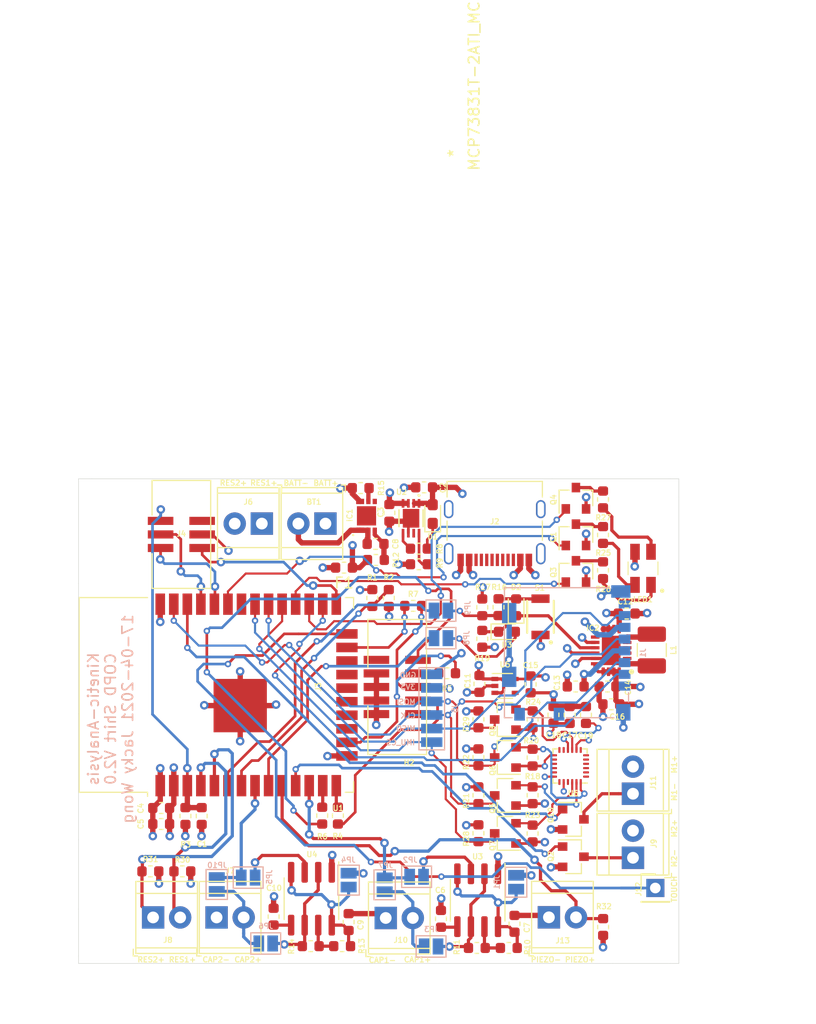
<source format=kicad_pcb>
(kicad_pcb (version 20171130) (host pcbnew "(5.1.5)-2")
  (layers (0 SIGNAL1 signal) (1 GND power) (2 PWR power) (31 SIGNAL2 signal) (34 B.Paste user) (35 F.Paste user) (36 B.SilkS user) (37 F.SilkS user) (38 B.Mask user) (39 F.Mask user) (44 Edge.Cuts user))
  (net 0 "")
  (net 1 GND)
  (net 2 +3V3)
  (net 3 ESP_EN)
  (net 4 +BATT)
  (net 5 "Net-(BT1-Pad2)")
  (net 6 DC-DC_ENABLE)
  (net 7 "Net-(D2-Pad2)")
  (net 8 uC_LATCH)
  (net 9 "Net-(IC1-Pad5)")
  (net 10 "Net-(IC2-Pad5)")
  (net 11 ESP_MTDI)
  (net 12 ESP_MTDO)
  (net 13 ESP_MTCK)
  (net 14 ESP_MTMS)
  (net 15 ESP_RXD)
  (net 16 ESP_IO0)
  (net 17 Red_LED)
  (net 18 "Net-(Q1-Pad3)")
  (net 19 Green_LED)
  (net 20 "Net-(Q3-Pad3)")
  (net 21 Yellow_LED)
  (net 22 Battery_VOLTAGE)
  (net 23 "Net-(R6-Pad1)")
  (net 24 "Net-(R7-Pad1)")
  (net 25 "Net-(R9-Pad1)")
  (net 26 uC_SENSE)
  (net 27 +5V)
  (net 28 "Net-(D1-Pad1)")
  (net 29 "Net-(J9-Pad1)")
  (net 30 "Net-(LED1-Pad3)")
  (net 31 "Net-(LED1-Pad2)")
  (net 32 "Net-(LED1-Pad1)")
  (net 33 "Net-(Q4-Pad3)")
  (net 34 "Net-(C8-Pad2)")
  (net 35 "Net-(IC2-Pad1)")
  (net 36 "Net-(R4-Pad1)")
  (net 37 "Net-(R5-Pad1)")
  (net 38 "Net-(R8-Pad2)")
  (net 39 LATCH)
  (net 40 SENSE)
  (net 41 "Net-(C6-Pad1)")
  (net 42 "Net-(C10-Pad1)")
  (net 43 +1V8)
  (net 44 "Net-(C19-Pad1)")
  (net 45 ESP_SD_CS)
  (net 46 ESP_SPI_MOSI)
  (net 47 ESP_SPI_CLK)
  (net 48 ESP_SPI_MISO)
  (net 49 ESP_TXD)
  (net 50 Capacitive_Stretch2)
  (net 51 Resistive_Stretch1)
  (net 52 Resistive_Stretch2)
  (net 53 Capacitive_Stretch1)
  (net 54 "Net-(J11-Pad1)")
  (net 55 Vibrator_MOTOR2)
  (net 56 IMU_CLK)
  (net 57 IMU_MOSI)
  (net 58 ESP_IMU_CS)
  (net 59 IMU_CS)
  (net 60 IMU_MISO)
  (net 61 Vibrator_MOTOR1)
  (net 62 "Net-(R10-Pad2)")
  (net 63 "Net-(R13-Pad2)")
  (net 64 Capacitive_Stretch1_OUT)
  (net 65 Capacitive_Stretch2_OUT)
  (net 66 Touch_Pad)
  (net 67 "Net-(JP2-Pad1)")
  (net 68 "Net-(JP3-Pad1)")
  (net 69 "Net-(JP5-Pad1)")
  (net 70 "Net-(JP6-Pad1)")
  (net 71 Piezo_Speaker)
  (net 72 "Net-(C7-Pad1)")
  (net 73 "Net-(C9-Pad1)")
  (net 74 Batt_Before_Fuse)
  (module Capacitor_SMD:C_0603_1608Metric (layer SIGNAL1) (at 87.757 55.499)
    (fp_text reference C8 (at 1.8755 0 270) (layer F.SilkS) (effects (font (size 0.5 0.5) (thickness 0.1))))
    (fp_text value 100nF)
    (pad 1 smd roundrect (at -0.7875 0) (size 0.875 0.95) (layers SIGNAL1 F.Paste F.Mask) (net 5 "Net-(BT1-Pad2)"))
    (pad 2 smd roundrect (at 0.7875 0) (size 0.875 0.95) (layers SIGNAL1 F.Paste F.Mask) (net 34 "Net-(C8-Pad2)"))
  )
  (module Versie1_FootprintLib:Pin_Header_2x3_1.27mm_CONN (layer SIGNAL1) (at 69.5452 54.61 270)
    (fp_text reference J4 (at -0.0635 0) (layer F.SilkS) (effects (font (size 0.5 0.5) (thickness 0.1))))
    (fp_text value Programmer)
    (pad 1 smd rect (at -1.27 1.95 270) (size 0.76 2.4) (layers SIGNAL1 F.Paste F.Mask) (net 3 ESP_EN))
    (pad 2 smd rect (at 0 1.95 270) (size 0.76 2.4) (layers SIGNAL1 F.Paste F.Mask) (net 49 ESP_TXD))
    (pad 3 smd rect (at 1.27 1.95 270) (size 0.76 2.4) (layers SIGNAL1 F.Paste F.Mask) (net 15 ESP_RXD))
    (pad 4 smd rect (at 1.27 -1.95 270) (size 0.76 2.4) (layers SIGNAL1 F.Paste F.Mask) (net 16 ESP_IO0))
    (pad 5 smd rect (at 0 -1.95 270) (size 0.76 2.4) (layers SIGNAL1 F.Paste F.Mask) (net 1 GND))
    (pad 6 smd rect (at -1.27 -1.95 270) (size 0.76 2.4) (layers SIGNAL1 F.Paste F.Mask))
  )
  (module Versie1_FootprintLib:MCP73831T-2ATI&slash_MC (layer SIGNAL1) (at 91.0844 53.0959 270)
    (fp_text reference U2 (at -2.461 0.889 180) (layer F.SilkS) (effects (font (size 0.5 0.5) (thickness 0.1))))
    (fp_text value MCP73831T-2ATI_MC (at -40.4959 -5.9156 90) (layer F.SilkS))
    (fp_text user * (at -34.1959 -4.0156 90) (layer F.SilkS))
    (pad 1 smd rect (at -1.397 -0.750001 270) (size 0.8128 0.254) (layers SIGNAL1 F.Paste F.Mask) (net 27 +5V))
    (pad 2 smd rect (at -1.397 -0.25 270) (size 0.8128 0.254) (layers SIGNAL1 F.Paste F.Mask) (net 27 +5V))
    (pad 3 smd rect (at -1.397 0.25 270) (size 0.8128 0.254) (layers SIGNAL1 F.Paste F.Mask) (net 74 Batt_Before_Fuse))
    (pad 4 smd rect (at -1.397 0.750001 270) (size 0.8128 0.254) (layers SIGNAL1 F.Paste F.Mask) (net 74 Batt_Before_Fuse))
    (pad 5 smd rect (at 1.397 0.750001 270) (size 0.8128 0.254) (layers SIGNAL1 F.Paste F.Mask) (net 38 "Net-(R8-Pad2)"))
    (pad 6 smd rect (at 1.397 0.25 270) (size 0.8128 0.254) (layers SIGNAL1 F.Paste F.Mask) (net 1 GND))
    (pad 7 smd rect (at 1.397 -0.25 270) (size 0.8128 0.254) (layers SIGNAL1 F.Paste F.Mask))
    (pad 8 smd rect (at 1.397 -0.750001 270) (size 0.8128 0.254) (layers SIGNAL1 F.Paste F.Mask) (net 25 "Net-(R9-Pad1)"))
    (pad 9 smd rect (at 0 0 270) (size 1.7526 1.5494) (layers SIGNAL1 F.Paste F.Mask) (net 1 GND))
  )
  (module TerminalBlock_TE-Connectivity:TerminalBlock_TE_282834-2_1x02_P2.54mm_Horizontal (layer SIGNAL1) (at 83.058 53.594 180)
    (fp_text reference BT1 (at 1.0795 2.032) (layer F.SilkS) (effects (font (size 0.5 0.5) (thickness 0.1))))
    (fp_text value INR)
    (pad 1 thru_hole rect (at 0 0 180) (size 2.1 2.1) (drill 1.1) (layers *.Cu *.Mask) (net 74 Batt_Before_Fuse))
    (pad 2 thru_hole circle (at 2.54 0 180) (size 2.1 2.1) (drill 1.1) (layers *.Cu *.Mask) (net 5 "Net-(BT1-Pad2)"))
  )
  (module LED_SMD:LED_0603_1608Metric_Pad1.05x0.95mm_HandSolder (layer SIGNAL1) (at 93.1164 52.7009 90)
    (fp_text reference D1 (at -2.125 0 180) (layer F.SilkS) (effects (font (size 0.5 0.5) (thickness 0.1))))
    (fp_text value LED)
    (pad 1 smd roundrect (at -0.875 0 90) (size 1.05 0.95) (layers SIGNAL1 F.Paste F.Mask) (net 28 "Net-(D1-Pad1)"))
    (pad 2 smd roundrect (at 0.875 0 90) (size 1.05 0.95) (layers SIGNAL1 F.Paste F.Mask) (net 27 +5V))
  )
  (module MountingHole:MountingHole_3.2mm_M3 (layer SIGNAL1) (at 90.9 80.2)
    (fp_text reference H2 (at 0 -4.2) (layer F.SilkS) (effects (font (size 0.5 0.5) (thickness 0.1))))
    (fp_text value MountingHole)
    (pad 1 np_thru_hole circle (at 0 0) (size 3.2 3.2) (drill 3.2) (layers *.Cu *.Mask))
  )
  (module Versie1_FootprintLib:AP9211SAANHAC7 (layer SIGNAL1) (at 86.9089 52.8701 180)
    (fp_text reference IC1 (at 1.5776 0.0508 270) (layer F.SilkS) (effects (font (size 0.5 0.5) (thickness 0.1))))
    (fp_text value AP9221SA-CC-HAC-7 hide)
    (pad 7 smd rect (at 0 0 180) (size 1.8 1.8) (layers SIGNAL1 F.Paste F.Mask))
    (pad 6 smd rect (at 0.6 1.35 270) (size 0.5 0.75) (layers SIGNAL1 F.Paste F.Mask) (net 1 GND))
    (pad 5 smd rect (at -0.175 1.35 180) (size 0.4 0.5) (layers SIGNAL1 F.Paste F.Mask) (net 9 "Net-(IC1-Pad5)"))
    (pad 4 smd rect (at -0.775 1.35 180) (size 0.4 0.5) (layers SIGNAL1 F.Paste F.Mask))
    (pad 3 smd rect (at -0.775 -1.35 180) (size 0.4 0.5) (layers SIGNAL1 F.Paste F.Mask) (net 34 "Net-(C8-Pad2)"))
    (pad 2 smd rect (at -0.175 -1.35 180) (size 0.4 0.5) (layers SIGNAL1 F.Paste F.Mask) (net 5 "Net-(BT1-Pad2)"))
    (pad 1 smd rect (at 0.6 -1.35 270) (size 0.5 0.75) (layers SIGNAL1 F.Paste F.Mask) (net 5 "Net-(BT1-Pad2)"))
  )
  (module Versie1_FootprintLib:ISL91107IRTNZ-T7A (layer SIGNAL1) (at 109.855 65.4749 180)
    (fp_text reference IC2 (at 1.7145 2.1019) (layer F.SilkS) (effects (font (size 0.5 0.5) (thickness 0.1))))
    (fp_text value ISL91107IRTNZ-T7A hide)
    (pad 21 smd rect (at 0 0 180) (size 1.75 2.75) (layers SIGNAL1 F.Paste F.Mask) (net 1 GND))
    (pad 20 smd rect (at -0.75 -2 180) (size 0.3 0.8) (layers SIGNAL1 F.Paste F.Mask) (net 2 +3V3))
    (pad 19 smd rect (at -0.25 -2 180) (size 0.3 0.8) (layers SIGNAL1 F.Paste F.Mask) (net 2 +3V3))
    (pad 18 smd rect (at 0.25 -2 180) (size 0.3 0.8) (layers SIGNAL1 F.Paste F.Mask) (net 2 +3V3))
    (pad 17 smd rect (at 0.75 -2 180) (size 0.3 0.8) (layers SIGNAL1 F.Paste F.Mask) (net 2 +3V3))
    (pad 16 smd rect (at 1.5 -1.25 270) (size 0.3 0.8) (layers SIGNAL1 F.Paste F.Mask) (net 2 +3V3))
    (pad 15 smd rect (at 1.5 -0.75 270) (size 0.3 0.8) (layers SIGNAL1 F.Paste F.Mask) (net 1 GND))
    (pad 14 smd rect (at 1.5 -0.25 270) (size 0.3 0.8) (layers SIGNAL1 F.Paste F.Mask) (net 4 +BATT))
    (pad 13 smd rect (at 1.5 0.25 270) (size 0.3 0.8) (layers SIGNAL1 F.Paste F.Mask) (net 6 DC-DC_ENABLE))
    (pad 12 smd rect (at 1.5 0.75 270) (size 0.3 0.8) (layers SIGNAL1 F.Paste F.Mask) (net 4 +BATT))
    (pad 11 smd rect (at 1.5 1.25 270) (size 0.3 0.8) (layers SIGNAL1 F.Paste F.Mask))
    (pad 10 smd rect (at 0.75 2 180) (size 0.3 0.8) (layers SIGNAL1 F.Paste F.Mask) (net 4 +BATT))
    (pad 9 smd rect (at 0.25 2 180) (size 0.3 0.8) (layers SIGNAL1 F.Paste F.Mask) (net 4 +BATT))
    (pad 8 smd rect (at -0.25 2 180) (size 0.3 0.8) (layers SIGNAL1 F.Paste F.Mask) (net 4 +BATT))
    (pad 7 smd rect (at -0.75 2 180) (size 0.3 0.8) (layers SIGNAL1 F.Paste F.Mask) (net 4 +BATT))
    (pad 6 smd rect (at -1.5 1.25 270) (size 0.3 0.8) (layers SIGNAL1 F.Paste F.Mask) (net 10 "Net-(IC2-Pad5)"))
    (pad 5 smd rect (at -1.5 0.75 270) (size 0.3 0.8) (layers SIGNAL1 F.Paste F.Mask) (net 10 "Net-(IC2-Pad5)"))
    (pad 4 smd rect (at -1.5 0.25 270) (size 0.3 0.8) (layers SIGNAL1 F.Paste F.Mask) (net 1 GND))
    (pad 3 smd rect (at -1.5 -0.25 270) (size 0.3 0.8) (layers SIGNAL1 F.Paste F.Mask) (net 1 GND))
    (pad 2 smd rect (at -1.5 -0.75 270) (size 0.3 0.8) (layers SIGNAL1 F.Paste F.Mask) (net 35 "Net-(IC2-Pad1)"))
    (pad 1 smd rect (at -1.5 -1.25 270) (size 0.3 0.8) (layers SIGNAL1 F.Paste F.Mask) (net 35 "Net-(IC2-Pad1)"))
  )
  (module Connector_Card:microSD_HC_Molex_104031-0811 (layer SIGNAL2) (at 105.664 65.7098 90)
    (fp_text reference J1 (at 0 7.18 -90) (layer B.SilkS) (effects (font (size 0.5 0.5) (thickness 0.1)) (justify mirror)))
    (fp_text value Micro_SD_Card_Det)
    (pad 11 smd rect (at 3.73 -5.375 90) (size 1.9 1.35) (layers SIGNAL2 B.Paste B.Mask) (net 1 GND))
    (pad 11 smd rect (at -2.24 -5.375 90) (size 1.9 1.35) (layers SIGNAL2 B.Paste B.Mask) (net 1 GND))
    (pad 9 smd rect (at -5.74 -0.7 90) (size 1.2 1) (layers SIGNAL2 B.Paste B.Mask))
    (pad 10 smd rect (at -5.74 -4.4 90) (size 1.2 1) (layers SIGNAL2 B.Paste B.Mask))
    (pad 11 smd rect (at -5.565 5.325 90) (size 1.55 1.35) (layers SIGNAL2 B.Paste B.Mask) (net 1 GND))
    (pad 11 smd rect (at 5.755 5.1 90) (size 1.17 1.8) (layers SIGNAL2 B.Paste B.Mask) (net 1 GND))
    (pad 7 smd rect (at 3.495 5.45 90) (size 0.85 1.1) (layers SIGNAL2 B.Paste B.Mask) (net 48 ESP_SPI_MISO))
    (pad 6 smd rect (at 2.395 5.45 90) (size 0.85 1.1) (layers SIGNAL2 B.Paste B.Mask) (net 1 GND))
    (pad 5 smd rect (at 1.295 5.45 90) (size 0.85 1.1) (layers SIGNAL2 B.Paste B.Mask) (net 47 ESP_SPI_CLK))
    (pad 4 smd rect (at 0.195 5.45 90) (size 0.85 1.1) (layers SIGNAL2 B.Paste B.Mask) (net 2 +3V3))
    (pad 3 smd rect (at -0.905 5.45 90) (size 0.85 1.1) (layers SIGNAL2 B.Paste B.Mask) (net 46 ESP_SPI_MOSI))
    (pad 2 smd rect (at -2.005 5.45 90) (size 0.85 1.1) (layers SIGNAL2 B.Paste B.Mask) (net 45 ESP_SD_CS))
    (pad 8 smd rect (at 4.545 5.45 90) (size 0.75 1.1) (layers SIGNAL2 B.Paste B.Mask))
    (pad 1 smd rect (at -3.105 5.45 90) (size 0.85 1.1) (layers SIGNAL2 B.Paste B.Mask))
  )
  (module Connector_USB:USB_C_Receptacle_Palconn_UTC16-G (layer SIGNAL1) (at 98.933 54.483 180)
    (fp_text reference J2 (at 0 1.0795) (layer F.SilkS) (effects (font (size 0.5 0.5) (thickness 0.1))))
    (fp_text value USB_C_Receptacle_USB3.0)
    (pad A12 smd rect (at 3.2 -2.51 180) (size 0.6 1.16) (layers SIGNAL1 F.Paste F.Mask) (net 1 GND))
    (pad A9 smd rect (at 2.4 -2.51 180) (size 0.6 1.16) (layers SIGNAL1 F.Paste F.Mask) (net 27 +5V))
    (pad B1 smd rect (at 3.2 -2.51 180) (size 0.6 1.16) (layers SIGNAL1 F.Paste F.Mask) (net 1 GND))
    (pad B4 smd rect (at 2.4 -2.51 180) (size 0.6 1.16) (layers SIGNAL1 F.Paste F.Mask) (net 27 +5V))
    (pad B12 smd rect (at -3.2 -2.51 180) (size 0.6 1.16) (layers SIGNAL1 F.Paste F.Mask) (net 1 GND))
    (pad A1 smd rect (at -3.2 -2.51 180) (size 0.6 1.16) (layers SIGNAL1 F.Paste F.Mask) (net 1 GND))
    (pad B9 smd rect (at -2.4 -2.51 180) (size 0.6 1.16) (layers SIGNAL1 F.Paste F.Mask) (net 27 +5V))
    (pad A4 smd rect (at -2.4 -2.51 180) (size 0.6 1.16) (layers SIGNAL1 F.Paste F.Mask) (net 27 +5V))
    (pad "" np_thru_hole circle (at -2.89 -1.45) (size 0.6 0.6) (drill 0.6) (layers *.Cu *.Mask))
    (pad "" np_thru_hole circle (at 2.89 -1.45) (size 0.6 0.6) (drill 0.6) (layers *.Cu *.Mask))
    (pad B5 smd rect (at 1.75 -2.51) (size 0.3 1.16) (layers SIGNAL1 F.Paste F.Mask))
    (pad B6 smd rect (at 0.75 -2.51) (size 0.3 1.16) (layers SIGNAL1 F.Paste F.Mask))
    (pad A8 smd rect (at 1.25 -2.51) (size 0.3 1.16) (layers SIGNAL1 F.Paste F.Mask))
    (pad A5 smd rect (at -1.25 -2.51) (size 0.3 1.16) (layers SIGNAL1 F.Paste F.Mask))
    (pad B8 smd rect (at -1.75 -2.51) (size 0.3 1.16) (layers SIGNAL1 F.Paste F.Mask))
    (pad A7 smd rect (at 0.25 -2.51) (size 0.3 1.16) (layers SIGNAL1 F.Paste F.Mask))
    (pad A6 smd rect (at -0.25 -2.51) (size 0.3 1.16) (layers SIGNAL1 F.Paste F.Mask))
    (pad B7 smd rect (at -0.75 -2.51) (size 0.3 1.16) (layers SIGNAL1 F.Paste F.Mask))
    (pad S1 thru_hole oval (at 4.32 2.24 270) (size 1.7 0.9) (drill oval 1.4 0.6) (layers *.Cu *.Mask) (net 1 GND))
    (pad S1 thru_hole oval (at -4.32 2.24 270) (size 1.7 0.9) (drill oval 1.4 0.6) (layers *.Cu *.Mask) (net 1 GND))
    (pad S1 thru_hole oval (at 4.32 -1.93 270) (size 2 0.9) (drill oval 1.7 0.6) (layers *.Cu *.Mask) (net 1 GND))
    (pad S1 thru_hole oval (at -4.32 -1.93 270) (size 2 0.9) (drill oval 1.7 0.6) (layers *.Cu *.Mask) (net 1 GND))
  )
  (module TerminalBlock_TE-Connectivity:TerminalBlock_TE_282834-2_1x02_P2.54mm_Horizontal (layer SIGNAL1) (at 77.089 53.594 180)
    (fp_text reference J6 (at 1.27 2.032) (layer F.SilkS) (effects (font (size 0.5 0.5) (thickness 0.1))))
    (fp_text value Screw_Terminal_01x02)
    (pad 2 thru_hole circle (at 2.54 0 180) (size 2.1 2.1) (drill 1.1) (layers *.Cu *.Mask) (net 2 +3V3))
    (pad 1 thru_hole rect (at 0 0 180) (size 2.1 2.1) (drill 1.1) (layers *.Cu *.Mask) (net 2 +3V3))
  )
  (module TerminalBlock_TE-Connectivity:TerminalBlock_TE_282834-2_1x02_P2.54mm_Horizontal (layer SIGNAL1) (at 72.8487 90.4891)
    (fp_text reference J7 (at 1.27 -4.37) (layer F.SilkS) (effects (font (size 0.5 0.5) (thickness 0.1))))
    (fp_text value Screw_Terminal_01x02)
    (pad 2 thru_hole circle (at 2.54 0) (size 2.1 2.1) (drill 1.1) (layers *.Cu *.Mask) (net 50 Capacitive_Stretch2))
    (pad 1 thru_hole rect (at 0 0) (size 2.1 2.1) (drill 1.1) (layers *.Cu *.Mask) (net 1 GND))
  )
  (module TerminalBlock_TE-Connectivity:TerminalBlock_TE_282834-2_1x02_P2.54mm_Horizontal (layer SIGNAL1) (at 66.8924 90.4891)
    (fp_text reference J8 (at 1.3828 2.1193) (layer F.SilkS) (effects (font (size 0.5 0.5) (thickness 0.1))))
    (fp_text value Screw_Terminal_01x02)
    (pad 2 thru_hole circle (at 2.54 0) (size 2.1 2.1) (drill 1.1) (layers *.Cu *.Mask) (net 51 Resistive_Stretch1))
    (pad 1 thru_hole rect (at 0 0) (size 2.1 2.1) (drill 1.1) (layers *.Cu *.Mask) (net 52 Resistive_Stretch2))
  )
  (module TerminalBlock_TE-Connectivity:TerminalBlock_TE_282834-2_1x02_P2.54mm_Horizontal (layer SIGNAL1) (at 111.9 84.9 90)
    (fp_text reference J9 (at 1.334 1.9555 90) (layer F.SilkS) (effects (font (size 0.5 0.5) (thickness 0.1))))
    (fp_text value Screw_Terminal_01x02)
    (pad 2 thru_hole circle (at 2.54 0 90) (size 2.1 2.1) (drill 1.1) (layers *.Cu *.Mask) (net 2 +3V3))
    (pad 1 thru_hole rect (at 0 0 90) (size 2.1 2.1) (drill 1.1) (layers *.Cu *.Mask) (net 29 "Net-(J9-Pad1)"))
  )
  (module TerminalBlock_TE-Connectivity:TerminalBlock_TE_282834-2_1x02_P2.54mm_Horizontal (layer SIGNAL1) (at 88.711 90.5399)
    (fp_text reference J10 (at 1.4082 2.0685) (layer F.SilkS) (effects (font (size 0.5 0.5) (thickness 0.1))))
    (fp_text value Screw_Terminal_01x02)
    (pad 1 thru_hole rect (at 0 0) (size 2.1 2.1) (drill 1.1) (layers *.Cu *.Mask) (net 1 GND))
    (pad 2 thru_hole circle (at 2.54 0) (size 2.1 2.1) (drill 1.1) (layers *.Cu *.Mask) (net 53 Capacitive_Stretch1))
  )
  (module TerminalBlock_TE-Connectivity:TerminalBlock_TE_282834-2_1x02_P2.54mm_Horizontal (layer SIGNAL1) (at 111.9 78.9 90)
    (fp_text reference J11 (at 1.0236 1.892 90) (layer F.SilkS) (effects (font (size 0.5 0.5) (thickness 0.1))))
    (fp_text value Screw_Terminal_01x02)
    (pad 2 thru_hole circle (at 2.54 0 90) (size 2.1 2.1) (drill 1.1) (layers *.Cu *.Mask) (net 2 +3V3))
    (pad 1 thru_hole rect (at 0 0 90) (size 2.1 2.1) (drill 1.1) (layers *.Cu *.Mask) (net 54 "Net-(J11-Pad1)"))
  )
  (module Jumper:SolderJumper-2_P1.3mm_Open_Pad1.0x1.5mm (layer SIGNAL2) (at 93.8911 64.3255)
    (fp_text reference JP8 (at 2.4089 -0.0255 90) (layer B.SilkS) (effects (font (size 0.5 0.5) (thickness 0.1)) (justify mirror)))
    (fp_text value SolderJumper_2_Open)
    (pad 1 smd rect (at -0.65 0) (size 1 1.5) (layers SIGNAL2 B.Mask) (net 8 uC_LATCH))
    (pad 2 smd rect (at 0.65 0) (size 1 1.5) (layers SIGNAL2 B.Mask) (net 39 LATCH))
  )
  (module Jumper:SolderJumper-2_P1.3mm_Open_Pad1.0x1.5mm (layer SIGNAL2) (at 93.8888 61.7474)
    (fp_text reference JP9 (at 2.5112 -0.2474 90) (layer B.SilkS) (effects (font (size 0.5 0.5) (thickness 0.1)) (justify mirror)))
    (fp_text value SolderJumper_2_Open)
    (pad 1 smd rect (at -0.65 0) (size 1 1.5) (layers SIGNAL2 B.Mask) (net 26 uC_SENSE))
    (pad 2 smd rect (at 0.65 0) (size 1 1.5) (layers SIGNAL2 B.Mask) (net 40 SENSE))
  )
  (module Inductor_SMD:L_1210_3225Metric_Pad1.42x2.65mm_HandSolder (layer SIGNAL1) (at 113.665 65.4384 270)
    (fp_text reference L1 (at 0 -2.032 90) (layer F.SilkS) (effects (font (size 0.5 0.5) (thickness 0.1))))
    (fp_text value 1uH)
    (pad 1 smd roundrect (at -1.4875 0 270) (size 1.425 2.65) (layers SIGNAL1 F.Paste F.Mask) (roundrect_rratio 0.175439) (net 10 "Net-(IC2-Pad5)"))
    (pad 2 smd roundrect (at 1.4875 0 270) (size 1.425 2.65) (layers SIGNAL1 F.Paste F.Mask) (roundrect_rratio 0.175439) (net 35 "Net-(IC2-Pad1)"))
  )
  (module Versie1_FootprintLib:SMTL4RGY (layer SIGNAL1) (at 112.8395 57.785 180)
    (fp_text reference LED1 (at 0.0127 -2.921 180) (layer F.SilkS) (effects (font (size 0.5 0.5) (thickness 0.1))))
    (fp_text value SMTL4-RGY hide)
    (pad 4 smd rect (at 0.75 1.55 180) (size 0.9 1.5) (layers SIGNAL1 F.Paste F.Mask) (net 4 +BATT))
    (pad 3 smd rect (at 0.75 -1.55 180) (size 0.9 1.5) (layers SIGNAL1 F.Paste F.Mask) (net 30 "Net-(LED1-Pad3)"))
    (pad 2 smd rect (at -0.75 1.55 180) (size 0.9 1.5) (layers SIGNAL1 F.Paste F.Mask) (net 31 "Net-(LED1-Pad2)"))
    (pad 1 smd rect (at -0.75 -1.55 180) (size 0.9 1.5) (layers SIGNAL1 F.Paste F.Mask) (net 32 "Net-(LED1-Pad1)"))
  )
  (module Package_TO_SOT_SMD:SOT-23 (layer SIGNAL1) (at 106.5502 54.6481 90)
    (fp_text reference Q1 (at -0.2159 -2.1054 90) (layer F.SilkS) (effects (font (size 0.5 0.5) (thickness 0.1))))
    (fp_text value Q_NMOS_GSD)
    (pad 3 smd rect (at 1 0 90) (size 0.9 0.8) (layers SIGNAL1 F.Paste F.Mask) (net 18 "Net-(Q1-Pad3)"))
    (pad 2 smd rect (at -1 0.95 90) (size 0.9 0.8) (layers SIGNAL1 F.Paste F.Mask) (net 1 GND))
    (pad 1 smd rect (at -1 -0.95 90) (size 0.9 0.8) (layers SIGNAL1 F.Paste F.Mask) (net 17 Red_LED))
  )
  (module Package_TO_SOT_SMD:SOT-23 (layer SIGNAL1) (at 106.3 84.8)
    (fp_text reference Q2 (at -2.0965 -0.0275 90) (layer F.SilkS) (effects (font (size 0.5 0.5) (thickness 0.1))))
    (fp_text value Q_NMOS_GSD)
    (pad 3 smd rect (at 1 0) (size 0.9 0.8) (layers SIGNAL1 F.Paste F.Mask) (net 29 "Net-(J9-Pad1)"))
    (pad 2 smd rect (at -1 0.95) (size 0.9 0.8) (layers SIGNAL1 F.Paste F.Mask) (net 1 GND))
    (pad 1 smd rect (at -1 -0.95) (size 0.9 0.8) (layers SIGNAL1 F.Paste F.Mask) (net 55 Vibrator_MOTOR2))
  )
  (module Package_TO_SOT_SMD:SOT-23 (layer SIGNAL1) (at 106.5502 58.0771 90)
    (fp_text reference Q3 (at -0.0889 -2.1054 90) (layer F.SilkS) (effects (font (size 0.5 0.5) (thickness 0.1))))
    (fp_text value Q_NMOS_GSD)
    (pad 3 smd rect (at 1 0 90) (size 0.9 0.8) (layers SIGNAL1 F.Paste F.Mask) (net 20 "Net-(Q3-Pad3)"))
    (pad 2 smd rect (at -1 0.95 90) (size 0.9 0.8) (layers SIGNAL1 F.Paste F.Mask) (net 1 GND))
    (pad 1 smd rect (at -1 -0.95 90) (size 0.9 0.8) (layers SIGNAL1 F.Paste F.Mask) (net 19 Green_LED))
  )
  (module Package_TO_SOT_SMD:SOT-23 (layer SIGNAL1) (at 106.5502 51.2191 90)
    (fp_text reference Q4 (at -0.1397 -2.1054 90) (layer F.SilkS) (effects (font (size 0.5 0.5) (thickness 0.1))))
    (fp_text value Q_NMOS_GSD)
    (pad 3 smd rect (at 1 0 90) (size 0.9 0.8) (layers SIGNAL1 F.Paste F.Mask) (net 33 "Net-(Q4-Pad3)"))
    (pad 2 smd rect (at -1 0.95 90) (size 0.9 0.8) (layers SIGNAL1 F.Paste F.Mask) (net 1 GND))
    (pad 1 smd rect (at -1 -0.95 90) (size 0.9 0.8) (layers SIGNAL1 F.Paste F.Mask) (net 21 Yellow_LED))
  )
  (module Package_TO_SOT_SMD:SOT-23 (layer SIGNAL1) (at 99.9302 79.0575 180)
    (fp_text reference Q5 (at 1.1877 -1.2065 90) (layer F.SilkS) (effects (font (size 0.5 0.5) (thickness 0.1))))
    (fp_text value Q_NMOS_GSD)
    (pad 3 smd rect (at 1 0 180) (size 0.9 0.8) (layers SIGNAL1 F.Paste F.Mask) (net 47 ESP_SPI_CLK))
    (pad 2 smd rect (at -1 0.95 180) (size 0.9 0.8) (layers SIGNAL1 F.Paste F.Mask) (net 56 IMU_CLK))
    (pad 1 smd rect (at -1 -0.95 180) (size 0.9 0.8) (layers SIGNAL1 F.Paste F.Mask) (net 43 +1V8))
  )
  (module Package_TO_SOT_SMD:SOT-23 (layer SIGNAL1) (at 99.9302 75.5015 180)
    (fp_text reference Q6 (at 1.1877 -1.2065 90) (layer F.SilkS) (effects (font (size 0.5 0.5) (thickness 0.1))))
    (fp_text value Q_NMOS_GSD)
    (pad 1 smd rect (at -1 -0.95 180) (size 0.9 0.8) (layers SIGNAL1 F.Paste F.Mask) (net 43 +1V8))
    (pad 2 smd rect (at -1 0.95 180) (size 0.9 0.8) (layers SIGNAL1 F.Paste F.Mask) (net 57 IMU_MOSI))
    (pad 3 smd rect (at 1 0 180) (size 0.9 0.8) (layers SIGNAL1 F.Paste F.Mask) (net 46 ESP_SPI_MOSI))
  )
  (module Package_TO_SOT_SMD:SOT-23 (layer SIGNAL1) (at 99.9302 82.6135 180)
    (fp_text reference Q7 (at 1.1877 -1.143 90) (layer F.SilkS) (effects (font (size 0.5 0.5) (thickness 0.1))))
    (fp_text value Q_NMOS_GSD)
    (pad 1 smd rect (at -1 -0.95 180) (size 0.9 0.8) (layers SIGNAL1 F.Paste F.Mask) (net 43 +1V8))
    (pad 2 smd rect (at -1 0.95 180) (size 0.9 0.8) (layers SIGNAL1 F.Paste F.Mask) (net 59 IMU_CS))
    (pad 3 smd rect (at 1 0 180) (size 0.9 0.8) (layers SIGNAL1 F.Paste F.Mask) (net 58 ESP_IMU_CS))
  )
  (module Package_TO_SOT_SMD:SOT-23 (layer SIGNAL1) (at 99.9302 71.9455 180)
    (fp_text reference Q8 (at 1.1877 -1.0795 90) (layer F.SilkS) (effects (font (size 0.5 0.5) (thickness 0.1))))
    (fp_text value Q_NMOS_GSD)
    (pad 3 smd rect (at 1 0 180) (size 0.9 0.8) (layers SIGNAL1 F.Paste F.Mask) (net 48 ESP_SPI_MISO))
    (pad 2 smd rect (at -1 0.95 180) (size 0.9 0.8) (layers SIGNAL1 F.Paste F.Mask) (net 60 IMU_MISO))
    (pad 1 smd rect (at -1 -0.95 180) (size 0.9 0.8) (layers SIGNAL1 F.Paste F.Mask) (net 43 +1V8))
  )
  (module Package_TO_SOT_SMD:SOT-23 (layer SIGNAL1) (at 106.3 81.3)
    (fp_text reference Q10 (at -2.0965 -0.401 90) (layer F.SilkS) (effects (font (size 0.5 0.5) (thickness 0.1))))
    (fp_text value Q_NMOS_GSD)
    (pad 1 smd rect (at -1 -0.95) (size 0.9 0.8) (layers SIGNAL1 F.Paste F.Mask) (net 61 Vibrator_MOTOR1))
    (pad 2 smd rect (at -1 0.95) (size 0.9 0.8) (layers SIGNAL1 F.Paste F.Mask) (net 1 GND))
    (pad 3 smd rect (at 1 0) (size 0.9 0.8) (layers SIGNAL1 F.Paste F.Mask) (net 54 "Net-(J11-Pad1)"))
  )
  (module Versie1_FootprintLib:B3U-1000P (layer SIGNAL1) (at 103.2256 62.3288 270)
    (fp_text reference S1 (at -2.715 0.0635 180) (layer F.SilkS) (effects (font (size 0.5 0.5) (thickness 0.1))))
    (fp_text value B3U-1000P hide)
    (pad 2 smd rect (at -1.7 0 270) (size 0.8 1.7) (layers SIGNAL1 F.Paste F.Mask) (net 7 "Net-(D2-Pad2)"))
    (pad 1 smd rect (at 1.7 0 270) (size 0.8 1.7) (layers SIGNAL1 F.Paste F.Mask) (net 4 +BATT))
  )
  (module RF_Module:ESP32-WROOM-32 (layer SIGNAL1) (at 75.819 69.644 90)
    (fp_text reference U1 (at -10.61 8.43) (layer F.SilkS) (effects (font (size 0.5 0.5) (thickness 0.1))))
    (fp_text value ESP32-WROOM-32)
    (pad 39 smd rect (at -1 -0.755 90) (size 5 5) (layers SIGNAL1 F.Paste F.Mask) (net 1 GND))
    (pad 1 smd rect (at -8.5 -8.255 90) (size 2 0.9) (layers SIGNAL1 F.Paste F.Mask) (net 1 GND))
    (pad 2 smd rect (at -8.5 -6.985 90) (size 2 0.9) (layers SIGNAL1 F.Paste F.Mask) (net 2 +3V3))
    (pad 3 smd rect (at -8.5 -5.715 90) (size 2 0.9) (layers SIGNAL1 F.Paste F.Mask) (net 3 ESP_EN))
    (pad 4 smd rect (at -8.5 -4.445 90) (size 2 0.9) (layers SIGNAL1 F.Paste F.Mask) (net 51 Resistive_Stretch1))
    (pad 5 smd rect (at -8.5 -3.175 90) (size 2 0.9) (layers SIGNAL1 F.Paste F.Mask) (net 52 Resistive_Stretch2))
    (pad 6 smd rect (at -8.5 -1.905 90) (size 2 0.9) (layers SIGNAL1 F.Paste F.Mask) (net 26 uC_SENSE))
    (pad 7 smd rect (at -8.5 -0.635 90) (size 2 0.9) (layers SIGNAL1 F.Paste F.Mask) (net 22 Battery_VOLTAGE))
    (pad 8 smd rect (at -8.5 0.635 90) (size 2 0.9) (layers SIGNAL1 F.Paste F.Mask) (net 65 Capacitive_Stretch2_OUT))
    (pad 9 smd rect (at -8.5 1.905 90) (size 2 0.9) (layers SIGNAL1 F.Paste F.Mask) (net 8 uC_LATCH))
    (pad 10 smd rect (at -8.5 3.175 90) (size 2 0.9) (layers SIGNAL1 F.Paste F.Mask) (net 71 Piezo_Speaker))
    (pad 11 smd rect (at -8.5 4.445 90) (size 2 0.9) (layers SIGNAL1 F.Paste F.Mask) (net 55 Vibrator_MOTOR2))
    (pad 12 smd rect (at -8.5 5.715 90) (size 2 0.9) (layers SIGNAL1 F.Paste F.Mask) (net 64 Capacitive_Stretch1_OUT))
    (pad 13 smd rect (at -8.5 6.985 90) (size 2 0.9) (layers SIGNAL1 F.Paste F.Mask) (net 23 "Net-(R6-Pad1)"))
    (pad 14 smd rect (at -8.5 8.255 90) (size 2 0.9) (layers SIGNAL1 F.Paste F.Mask) (net 36 "Net-(R4-Pad1)"))
    (pad 15 smd rect (at -5.715 9.255 180) (size 2 0.9) (layers SIGNAL1 F.Paste F.Mask) (net 1 GND))
    (pad 16 smd rect (at -4.445 9.255 180) (size 2 0.9) (layers SIGNAL1 F.Paste F.Mask) (net 37 "Net-(R5-Pad1)"))
    (pad 17 smd rect (at -3.175 9.255 180) (size 2 0.9) (layers SIGNAL1 F.Paste F.Mask))
    (pad 18 smd rect (at -1.905 9.255 180) (size 2 0.9) (layers SIGNAL1 F.Paste F.Mask))
    (pad 19 smd rect (at -0.635 9.255 180) (size 2 0.9) (layers SIGNAL1 F.Paste F.Mask))
    (pad 20 smd rect (at 0.635 9.255 180) (size 2 0.9) (layers SIGNAL1 F.Paste F.Mask))
    (pad 21 smd rect (at 1.905 9.255 180) (size 2 0.9) (layers SIGNAL1 F.Paste F.Mask))
    (pad 22 smd rect (at 3.175 9.255 180) (size 2 0.9) (layers SIGNAL1 F.Paste F.Mask))
    (pad 23 smd rect (at 4.445 9.255 180) (size 2 0.9) (layers SIGNAL1 F.Paste F.Mask) (net 24 "Net-(R7-Pad1)"))
    (pad 24 smd rect (at 5.715 9.255 180) (size 2 0.9) (layers SIGNAL1 F.Paste F.Mask) (net 66 Touch_Pad))
    (pad 25 smd rect (at 8.5 8.255 90) (size 2 0.9) (layers SIGNAL1 F.Paste F.Mask) (net 16 ESP_IO0))
    (pad 26 smd rect (at 8.5 6.985 90) (size 2 0.9) (layers SIGNAL1 F.Paste F.Mask) (net 45 ESP_SD_CS))
    (pad 27 smd rect (at 8.5 5.715 90) (size 2 0.9) (layers SIGNAL1 F.Paste F.Mask) (net 21 Yellow_LED))
    (pad 28 smd rect (at 8.5 4.445 90) (size 2 0.9) (layers SIGNAL1 F.Paste F.Mask) (net 19 Green_LED))
    (pad 29 smd rect (at 8.5 3.175 90) (size 2 0.9) (layers SIGNAL1 F.Paste F.Mask) (net 58 ESP_IMU_CS))
    (pad 30 smd rect (at 8.5 1.905 90) (size 2 0.9) (layers SIGNAL1 F.Paste F.Mask) (net 47 ESP_SPI_CLK))
    (pad 31 smd rect (at 8.5 0.635 90) (size 2 0.9) (layers SIGNAL1 F.Paste F.Mask) (net 48 ESP_SPI_MISO))
    (pad 32 smd rect (at 8.5 -0.635 90) (size 2 0.9) (layers SIGNAL1 F.Paste F.Mask))
    (pad 33 smd rect (at 8.5 -1.905 90) (size 2 0.9) (layers SIGNAL1 F.Paste F.Mask) (net 17 Red_LED))
    (pad 34 smd rect (at 8.5 -3.175 90) (size 2 0.9) (layers SIGNAL1 F.Paste F.Mask) (net 15 ESP_RXD))
    (pad 35 smd rect (at 8.5 -4.445 90) (size 2 0.9) (layers SIGNAL1 F.Paste F.Mask) (net 49 ESP_TXD))
    (pad 36 smd rect (at 8.5 -5.715 90) (size 2 0.9) (layers SIGNAL1 F.Paste F.Mask) (net 61 Vibrator_MOTOR1))
    (pad 37 smd rect (at 8.5 -6.985 90) (size 2 0.9) (layers SIGNAL1 F.Paste F.Mask) (net 46 ESP_SPI_MOSI))
    (pad 38 smd rect (at 8.5 -8.255 90) (size 2 0.9) (layers SIGNAL1 F.Paste F.Mask) (net 1 GND))
  )
  (module Package_TO_SOT_SMD:SOT-353_SC-70-5 (layer SIGNAL1) (at 99.9 68.8)
    (fp_text reference U5 (at 0 -2) (layer F.SilkS) (effects (font (size 0.5 0.5) (thickness 0.1))))
    (fp_text value MIC5366-1.8YC5-TR)
    (pad 1 smd rect (at -0.95 -0.65) (size 0.65 0.4) (layers SIGNAL1 F.Paste F.Mask) (net 2 +3V3))
    (pad 3 smd rect (at -0.95 0.65) (size 0.65 0.4) (layers SIGNAL1 F.Paste F.Mask) (net 2 +3V3))
    (pad 2 smd rect (at -0.95 0) (size 0.65 0.4) (layers SIGNAL1 F.Paste F.Mask) (net 1 GND))
    (pad 4 smd rect (at 0.95 0.65) (size 0.65 0.4) (layers SIGNAL1 F.Paste F.Mask))
    (pad 5 smd rect (at 0.95 -0.65) (size 0.65 0.4) (layers SIGNAL1 F.Paste F.Mask) (net 43 +1V8))
  )
  (module Sensor_Motion:InvenSense_QFN-24_3x3mm_P0.4mm (layer SIGNAL1) (at 106 76.3 180)
    (fp_text reference U6 (at -0.299 -2.567) (layer F.SilkS) (effects (font (size 0.5 0.5) (thickness 0.1))))
    (fp_text value ICM-20948)
    (pad 1 smd roundrect (at -1.5 -1 180) (size 0.55 0.2) (layers SIGNAL1 F.Paste F.Mask))
    (pad 2 smd roundrect (at -1.5 -0.6 180) (size 0.55 0.2) (layers SIGNAL1 F.Paste F.Mask))
    (pad 3 smd roundrect (at -1.5 -0.2 180) (size 0.55 0.2) (layers SIGNAL1 F.Paste F.Mask))
    (pad 4 smd roundrect (at -1.5 0.2 180) (size 0.55 0.2) (layers SIGNAL1 F.Paste F.Mask))
    (pad 5 smd roundrect (at -1.5 0.6 180) (size 0.55 0.2) (layers SIGNAL1 F.Paste F.Mask))
    (pad 6 smd roundrect (at -1.5 1 180) (size 0.55 0.2) (layers SIGNAL1 F.Paste F.Mask))
    (pad 7 smd roundrect (at -1 1.5 270) (size 0.55 0.2) (layers SIGNAL1 F.Paste F.Mask))
    (pad 8 smd roundrect (at -0.6 1.5 270) (size 0.55 0.2) (layers SIGNAL1 F.Paste F.Mask) (net 43 +1V8))
    (pad 9 smd roundrect (at -0.2 1.5 270) (size 0.55 0.2) (layers SIGNAL1 F.Paste F.Mask) (net 60 IMU_MISO))
    (pad 10 smd roundrect (at 0.2 1.5 270) (size 0.55 0.2) (layers SIGNAL1 F.Paste F.Mask) (net 44 "Net-(C19-Pad1)"))
    (pad 11 smd roundrect (at 0.6 1.5 270) (size 0.55 0.2) (layers SIGNAL1 F.Paste F.Mask))
    (pad 12 smd roundrect (at 1 1.5 270) (size 0.55 0.2) (layers SIGNAL1 F.Paste F.Mask))
    (pad 13 smd roundrect (at 1.5 1 180) (size 0.55 0.2) (layers SIGNAL1 F.Paste F.Mask) (net 43 +1V8))
    (pad 14 smd roundrect (at 1.5 0.6 180) (size 0.55 0.2) (layers SIGNAL1 F.Paste F.Mask))
    (pad 15 smd roundrect (at 1.5 0.2 180) (size 0.55 0.2) (layers SIGNAL1 F.Paste F.Mask))
    (pad 16 smd roundrect (at 1.5 -0.2 180) (size 0.55 0.2) (layers SIGNAL1 F.Paste F.Mask))
    (pad 17 smd roundrect (at 1.5 -0.6 180) (size 0.55 0.2) (layers SIGNAL1 F.Paste F.Mask))
    (pad 18 smd roundrect (at 1.5 -1 180) (size 0.55 0.2) (layers SIGNAL1 F.Paste F.Mask) (net 1 GND))
    (pad 19 smd roundrect (at 1 -1.5 270) (size 0.55 0.2) (layers SIGNAL1 F.Paste F.Mask))
    (pad 20 smd roundrect (at 0.6 -1.5 270) (size 0.55 0.2) (layers SIGNAL1 F.Paste F.Mask) (net 1 GND))
    (pad 21 smd roundrect (at 0.2 -1.5 270) (size 0.55 0.2) (layers SIGNAL1 F.Paste F.Mask))
    (pad 22 smd roundrect (at -0.2 -1.5 270) (size 0.55 0.2) (layers SIGNAL1 F.Paste F.Mask) (net 59 IMU_CS))
    (pad 23 smd roundrect (at -0.6 -1.5 270) (size 0.55 0.2) (layers SIGNAL1 F.Paste F.Mask) (net 56 IMU_CLK))
    (pad 24 smd roundrect (at -1 -1.5 270) (size 0.55 0.2) (layers SIGNAL1 F.Paste F.Mask) (net 57 IMU_MOSI))
  )
  (module Capacitor_SMD:C_0603_1608Metric (layer SIGNAL1) (at 71.4502 80.988 90)
    (fp_text reference C1 (at -2.6288 0.0254 180) (layer F.SilkS) (effects (font (size 0.5 0.5) (thickness 0.1))))
    (fp_text value 1uF)
    (pad 2 smd roundrect (at 0.7875 0 90) (size 0.875 0.95) (layers SIGNAL1 F.Paste F.Mask) (net 3 ESP_EN))
    (pad 1 smd roundrect (at -0.7875 0 90) (size 0.875 0.95) (layers SIGNAL1 F.Paste F.Mask) (net 1 GND))
  )
  (module Capacitor_SMD:C_0603_1608Metric (layer SIGNAL1) (at 92.3125 50.2 180)
    (fp_text reference C2 (at -1.7691 -0.0412 90) (layer F.SilkS) (effects (font (size 0.5 0.5) (thickness 0.1))))
    (fp_text value 4.7uF)
    (pad 1 smd roundrect (at -0.7875 0 180) (size 0.875 0.95) (layers SIGNAL1 F.Paste F.Mask) (net 27 +5V))
    (pad 2 smd roundrect (at 0.7875 0 180) (size 0.875 0.95) (layers SIGNAL1 F.Paste F.Mask) (net 1 GND))
  )
  (module Capacitor_SMD:C_0603_1608Metric (layer SIGNAL1) (at 89.0524 52.5879 270)
    (fp_text reference C3 (at -0.0607 0.8128 270) (layer F.SilkS) (effects (font (size 0.5 0.5) (thickness 0.1))))
    (fp_text value 4.7uF)
    (pad 2 smd roundrect (at 0.7875 0 270) (size 0.875 0.95) (layers SIGNAL1 F.Paste F.Mask) (net 1 GND))
    (pad 1 smd roundrect (at -0.7875 0 270) (size 0.875 0.95) (layers SIGNAL1 F.Paste F.Mask) (net 74 Batt_Before_Fuse))
  )
  (module Capacitor_SMD:C_0603_1608Metric (layer SIGNAL1) (at 67.6528 80.2386 180)
    (fp_text reference C4 (at 1.9176 -0.0254 90) (layer F.SilkS) (effects (font (size 0.5 0.5) (thickness 0.1))))
    (fp_text value 100nF)
    (pad 2 smd roundrect (at 0.7875 0 180) (size 0.875 0.95) (layers SIGNAL1 F.Paste F.Mask) (net 1 GND))
    (pad 1 smd roundrect (at -0.7875 0 180) (size 0.875 0.95) (layers SIGNAL1 F.Paste F.Mask) (net 2 +3V3))
  )
  (module Capacitor_SMD:C_0603_1608Metric (layer SIGNAL1) (at 67.653 81.7372 180)
    (fp_text reference C5 (at 1.9178 0 90) (layer F.SilkS) (effects (font (size 0.5 0.5) (thickness 0.1))))
    (fp_text value 10uF)
    (pad 1 smd roundrect (at -0.7875 0 180) (size 0.875 0.95) (layers SIGNAL1 F.Paste F.Mask) (net 2 +3V3))
    (pad 2 smd roundrect (at 0.7875 0 180) (size 0.875 0.95) (layers SIGNAL1 F.Paste F.Mask) (net 1 GND))
  )
  (module Capacitor_SMD:C_0603_1608Metric (layer SIGNAL1) (at 93.8926 90.616 90)
    (fp_text reference C6 (at 2.6812 -0.065 180) (layer F.SilkS) (effects (font (size 0.5 0.5) (thickness 0.1))))
    (fp_text value 10nF)
    (pad 1 smd roundrect (at -0.7875 0 90) (size 0.875 0.95) (layers SIGNAL1 F.Paste F.Mask) (net 41 "Net-(C6-Pad1)"))
    (pad 2 smd roundrect (at 0.7875 0 90) (size 0.875 0.95) (layers SIGNAL1 F.Paste F.Mask) (net 1 GND))
  )
  (module Capacitor_SMD:C_0603_1608Metric (layer SIGNAL1) (at 100.7887 91.0861 90)
    (fp_text reference C7 (at -0.3539 1.1669 90) (layer F.SilkS) (effects (font (size 0.5 0.5) (thickness 0.1))))
    (fp_text value 100nF)
    (pad 2 smd roundrect (at 0.7875 0 90) (size 0.875 0.95) (layers SIGNAL1 F.Paste F.Mask) (net 1 GND))
    (pad 1 smd roundrect (at -0.7875 0 90) (size 0.875 0.95) (layers SIGNAL1 F.Paste F.Mask) (net 72 "Net-(C7-Pad1)"))
  )
  (module Capacitor_SMD:C_0603_1608Metric (layer SIGNAL1) (at 85.2312 90.921 90)
    (fp_text reference C9 (at -0.265 1.1288 90) (layer F.SilkS) (effects (font (size 0.5 0.5) (thickness 0.1))))
    (fp_text value 100nF)
    (pad 1 smd roundrect (at -0.7875 0 90) (size 0.875 0.95) (layers SIGNAL1 F.Paste F.Mask) (net 73 "Net-(C9-Pad1)"))
    (pad 2 smd roundrect (at 0.7875 0 90) (size 0.875 0.95) (layers SIGNAL1 F.Paste F.Mask) (net 1 GND))
  )
  (module Capacitor_SMD:C_0603_1608Metric (layer SIGNAL1) (at 78.1954 90.413 90)
    (fp_text reference C10 (at 2.6814 0.0366 180) (layer F.SilkS) (effects (font (size 0.5 0.5) (thickness 0.1))))
    (fp_text value 10nF)
    (pad 2 smd roundrect (at 0.7875 0 90) (size 0.875 0.95) (layers SIGNAL1 F.Paste F.Mask) (net 1 GND))
    (pad 1 smd roundrect (at -0.7875 0 90) (size 0.875 0.95) (layers SIGNAL1 F.Paste F.Mask) (net 42 "Net-(C10-Pad1)"))
  )
  (module Capacitor_SMD:C_0603_1608Metric (layer SIGNAL1) (at 97.5 68.6125 90)
    (fp_text reference C11 (at 0.2865 -1.107 90) (layer F.SilkS) (effects (font (size 0.5 0.5) (thickness 0.1))))
    (fp_text value 1uF)
    (pad 1 smd roundrect (at -0.7875 0 90) (size 0.875 0.95) (layers SIGNAL1 F.Paste F.Mask) (net 1 GND))
    (pad 2 smd roundrect (at 0.7875 0 90) (size 0.875 0.95) (layers SIGNAL1 F.Paste F.Mask) (net 2 +3V3))
  )
  (module Capacitor_SMD:C_0603_1608Metric (layer SIGNAL1) (at 111.3125 62.0205 180)
    (fp_text reference C12 (at 0.124 1.124 180) (layer F.SilkS) (effects (font (size 0.5 0.5) (thickness 0.1))))
    (fp_text value 22uF)
    (pad 2 smd roundrect (at 0.7875 0 180) (size 0.875 0.95) (layers SIGNAL1 F.Paste F.Mask) (net 4 +BATT))
    (pad 1 smd roundrect (at -0.7875 0 180) (size 0.875 0.95) (layers SIGNAL1 F.Paste F.Mask) (net 1 GND))
  )
  (module Capacitor_SMD:C_0603_1608Metric (layer SIGNAL1) (at 106.5275 68.8559)
    (fp_text reference C13 (at -1.7525 -0.3394 90) (layer F.SilkS) (effects (font (size 0.5 0.5) (thickness 0.1))))
    (fp_text value 22uF)
    (pad 1 smd roundrect (at -0.7875 0) (size 0.875 0.95) (layers SIGNAL1 F.Paste F.Mask) (net 1 GND))
    (pad 2 smd roundrect (at 0.7875 0) (size 0.875 0.95) (layers SIGNAL1 F.Paste F.Mask) (net 2 +3V3))
  )
  (module Capacitor_SMD:C_0603_1608Metric (layer SIGNAL1) (at 109.512 68.8559)
    (fp_text reference C14 (at 1.9305 0.1051 90) (layer F.SilkS) (effects (font (size 0.5 0.5) (thickness 0.1))))
    (fp_text value 22uF)
    (pad 2 smd roundrect (at 0.7875 0) (size 0.875 0.95) (layers SIGNAL1 F.Paste F.Mask) (net 2 +3V3))
    (pad 1 smd roundrect (at -0.7875 0) (size 0.875 0.95) (layers SIGNAL1 F.Paste F.Mask) (net 1 GND))
  )
  (module Capacitor_SMD:C_0603_1608Metric (layer SIGNAL1) (at 102.3 68.6575 270)
    (fp_text reference C15 (at -1.792 0.0015 180) (layer F.SilkS) (effects (font (size 0.5 0.5) (thickness 0.1))))
    (fp_text value 1uF)
    (pad 2 smd roundrect (at 0.7875 0 270) (size 0.875 0.95) (layers SIGNAL1 F.Paste F.Mask) (net 1 GND))
    (pad 1 smd roundrect (at -0.7875 0 270) (size 0.875 0.95) (layers SIGNAL1 F.Paste F.Mask) (net 43 +1V8))
  )
  (module Capacitor_SMD:C_0603_1608Metric (layer SIGNAL1) (at 109.8676 70.5196 180)
    (fp_text reference C16 (at -0.5589 -1.1719) (layer F.SilkS) (effects (font (size 0.5 0.5) (thickness 0.1))))
    (fp_text value 100nF)
    (pad 1 smd roundrect (at -0.7875 0 180) (size 0.875 0.95) (layers SIGNAL1 F.Paste F.Mask) (net 2 +3V3))
    (pad 2 smd roundrect (at 0.7875 0 180) (size 0.875 0.95) (layers SIGNAL1 F.Paste F.Mask) (net 1 GND))
  )
  (module Capacitor_SMD:C_0603_1608Metric (layer SIGNAL1) (at 105.966 71.5229 90)
    (fp_text reference C17 (at -1.8831 0.0155 180) (layer F.SilkS) (effects (font (size 0.5 0.5) (thickness 0.1))))
    (fp_text value 1uF)
    (pad 1 smd roundrect (at -0.7875 0 90) (size 0.875 0.95) (layers SIGNAL1 F.Paste F.Mask) (net 43 +1V8))
    (pad 2 smd roundrect (at 0.7875 0 90) (size 0.875 0.95) (layers SIGNAL1 F.Paste F.Mask) (net 1 GND))
  )
  (module Capacitor_SMD:C_0603_1608Metric (layer SIGNAL1) (at 104.442 71.5089 90)
    (fp_text reference C18 (at -1.8971 0.0155 180) (layer F.SilkS) (effects (font (size 0.5 0.5) (thickness 0.1))))
    (fp_text value 100nF)
    (pad 1 smd roundrect (at -0.7875 0 90) (size 0.875 0.95) (layers SIGNAL1 F.Paste F.Mask) (net 43 +1V8))
    (pad 2 smd roundrect (at 0.7875 0 90) (size 0.875 0.95) (layers SIGNAL1 F.Paste F.Mask) (net 1 GND))
  )
  (module Capacitor_SMD:C_0603_1608Metric (layer SIGNAL1) (at 107.49 71.5229 90)
    (fp_text reference C19 (at -1.9466 -0.048 180) (layer F.SilkS) (effects (font (size 0.5 0.5) (thickness 0.1))))
    (fp_text value 100nF)
    (pad 2 smd roundrect (at 0.7875 0 90) (size 0.875 0.95) (layers SIGNAL1 F.Paste F.Mask) (net 1 GND))
    (pad 1 smd roundrect (at -0.7875 0 90) (size 0.875 0.95) (layers SIGNAL1 F.Paste F.Mask) (net 44 "Net-(C19-Pad1)"))
  )
  (module Resistor_SMD:R_0603_1608Metric (layer SIGNAL1) (at 87.4522 60.5664 270)
    (fp_text reference R1 (at -1.905 0 180) (layer F.SilkS) (effects (font (size 0.5 0.5) (thickness 0.1))))
    (fp_text value 100k)
    (pad 1 smd roundrect (at -0.7875 0 270) (size 0.875 0.95) (layers SIGNAL1 F.Paste F.Mask) (net 4 +BATT))
    (pad 2 smd roundrect (at 0.7875 0 270) (size 0.875 0.95) (layers SIGNAL1 F.Paste F.Mask) (net 22 Battery_VOLTAGE))
  )
  (module Resistor_SMD:R_0603_1608Metric (layer SIGNAL1) (at 89.0016 60.5664 270)
    (fp_text reference R2 (at -1.9432 0) (layer F.SilkS) (effects (font (size 0.5 0.5) (thickness 0.1))))
    (fp_text value 100k)
    (pad 2 smd roundrect (at 0.7875 0 270) (size 0.875 0.95) (layers SIGNAL1 F.Paste F.Mask) (net 1 GND))
    (pad 1 smd roundrect (at -0.7875 0 270) (size 0.875 0.95) (layers SIGNAL1 F.Paste F.Mask) (net 22 Battery_VOLTAGE))
  )
  (module Resistor_SMD:R_0603_1608Metric (layer SIGNAL1) (at 69.9262 80.988 90)
    (fp_text reference R3 (at -2.6796 0.0254 180) (layer F.SilkS) (effects (font (size 0.5 0.5) (thickness 0.1))))
    (fp_text value 10k)
    (pad 2 smd roundrect (at 0.7875 0 90) (size 0.875 0.95) (layers SIGNAL1 F.Paste F.Mask) (net 3 ESP_EN))
    (pad 1 smd roundrect (at -0.7875 0 90) (size 0.875 0.95) (layers SIGNAL1 F.Paste F.Mask) (net 2 +3V3))
  )
  (module Resistor_SMD:R_0603_1608Metric (layer SIGNAL1) (at 84.2264 80.9499 270)
    (fp_text reference R4 (at 1.9297 0.0132) (layer F.SilkS) (effects (font (size 0.5 0.5) (thickness 0.1))))
    (fp_text value 100)
    (pad 1 smd roundrect (at -0.7875 0 270) (size 0.875 0.95) (layers SIGNAL1 F.Paste F.Mask) (net 36 "Net-(R4-Pad1)"))
    (pad 2 smd roundrect (at 0.7875 0 270) (size 0.875 0.95) (layers SIGNAL1 F.Paste F.Mask) (net 11 ESP_MTDI))
  )
  (module Resistor_SMD:R_0603_1608Metric (layer SIGNAL1) (at 94.4627 67.6148 180)
    (fp_text reference R5 (at 0 -1.43) (layer F.SilkS) (effects (font (size 0.5 0.5) (thickness 0.1))))
    (fp_text value 100)
    (pad 2 smd roundrect (at 0.7875 0 180) (size 0.875 0.95) (layers SIGNAL1 F.Paste F.Mask) (net 13 ESP_MTCK))
    (pad 1 smd roundrect (at -0.7875 0 180) (size 0.875 0.95) (layers SIGNAL1 F.Paste F.Mask) (net 37 "Net-(R5-Pad1)"))
  )
  (module Resistor_SMD:R_0603_1608Metric (layer SIGNAL1) (at 82.7532 80.9499 270)
    (fp_text reference R6 (at 1.9597 -0.0136) (layer F.SilkS) (effects (font (size 0.5 0.5) (thickness 0.1))))
    (fp_text value 100)
    (pad 2 smd roundrect (at 0.7875 0 270) (size 0.875 0.95) (layers SIGNAL1 F.Paste F.Mask) (net 14 ESP_MTMS))
    (pad 1 smd roundrect (at -0.7875 0 270) (size 0.875 0.95) (layers SIGNAL1 F.Paste F.Mask) (net 23 "Net-(R6-Pad1)"))
  )
  (module Resistor_SMD:R_0603_1608Metric (layer SIGNAL1) (at 91.2875 61.3)
    (fp_text reference R7 (at 0 -1.102) (layer F.SilkS) (effects (font (size 0.5 0.5) (thickness 0.1))))
    (fp_text value 100)
    (pad 1 smd roundrect (at -0.7875 0) (size 0.875 0.95) (layers SIGNAL1 F.Paste F.Mask) (net 24 "Net-(R7-Pad1)"))
    (pad 2 smd roundrect (at 0.7875 0) (size 0.875 0.95) (layers SIGNAL1 F.Paste F.Mask) (net 12 ESP_MTDO))
  )
  (module Resistor_SMD:R_0603_1608Metric (layer SIGNAL1) (at 91.821 55.9435 180)
    (fp_text reference R8 (at -1.9545 -0.0155 90) (layer F.SilkS) (effects (font (size 0.5 0.5) (thickness 0.1))))
    (fp_text value 470)
    (pad 2 smd roundrect (at 0.7875 0 180) (size 0.875 0.95) (layers SIGNAL1 F.Paste F.Mask) (net 38 "Net-(R8-Pad2)"))
    (pad 1 smd roundrect (at -0.7875 0 180) (size 0.875 0.95) (layers SIGNAL1 F.Paste F.Mask) (net 28 "Net-(D1-Pad1)"))
  )
  (module Resistor_SMD:R_0603_1608Metric (layer SIGNAL1) (at 91.821 57.404 180)
    (fp_text reference R9 (at -1.9685 0.1115 90) (layer F.SilkS) (effects (font (size 0.5 0.5) (thickness 0.1))))
    (fp_text value 2k)
    (pad 1 smd roundrect (at -0.7875 0 180) (size 0.875 0.95) (layers SIGNAL1 F.Paste F.Mask) (net 25 "Net-(R9-Pad1)"))
    (pad 2 smd roundrect (at 0.7875 0 180) (size 0.875 0.95) (layers SIGNAL1 F.Paste F.Mask) (net 1 GND))
  )
  (module Resistor_SMD:R_0603_1608Metric (layer SIGNAL1) (at 100.2539 93.3466 180)
    (fp_text reference R10 (at -1.7525 0.0778 90) (layer F.SilkS) (effects (font (size 0.5 0.5) (thickness 0.1))))
    (fp_text value 10k)
    (pad 2 smd roundrect (at 0.7875 0 180) (size 0.875 0.95) (layers SIGNAL1 F.Paste F.Mask) (net 62 "Net-(R10-Pad2)"))
    (pad 1 smd roundrect (at -0.7875 0 180) (size 0.875 0.95) (layers SIGNAL1 F.Paste F.Mask) (net 72 "Net-(C7-Pad1)"))
  )
  (module Resistor_SMD:R_0603_1608Metric (layer SIGNAL1) (at 97.2567 93.3466 180)
    (fp_text reference R11 (at 1.8811 0.0778 90) (layer F.SilkS) (effects (font (size 0.5 0.5) (thickness 0.1))))
    (fp_text value 180k)
    (pad 1 smd roundrect (at -0.7875 0 180) (size 0.875 0.95) (layers SIGNAL1 F.Paste F.Mask) (net 62 "Net-(R10-Pad2)"))
    (pad 2 smd roundrect (at 0.7875 0 180) (size 0.875 0.95) (layers SIGNAL1 F.Paste F.Mask) (net 68 "Net-(JP3-Pad1)"))
  )
  (module Resistor_SMD:R_0603_1608Metric (layer SIGNAL1) (at 87.7875 57 180)
    (fp_text reference R12 (at -1.8895 0 270) (layer F.SilkS) (effects (font (size 0.5 0.5) (thickness 0.1))))
    (fp_text value 330)
    (pad 1 smd roundrect (at -0.7875 0 180) (size 0.875 0.95) (layers SIGNAL1 F.Paste F.Mask) (net 34 "Net-(C8-Pad2)"))
    (pad 2 smd roundrect (at 0.7875 0 180) (size 0.875 0.95) (layers SIGNAL1 F.Paste F.Mask) (net 74 Batt_Before_Fuse))
  )
  (module Resistor_SMD:R_0603_1608Metric (layer SIGNAL1) (at 84.6217 93.1787 180)
    (fp_text reference R13 (at -1.8399 0.0115 90) (layer F.SilkS) (effects (font (size 0.5 0.5) (thickness 0.1))))
    (fp_text value 10k)
    (pad 2 smd roundrect (at 0.7875 0 180) (size 0.875 0.95) (layers SIGNAL1 F.Paste F.Mask) (net 63 "Net-(R13-Pad2)"))
    (pad 1 smd roundrect (at -0.7875 0 180) (size 0.875 0.95) (layers SIGNAL1 F.Paste F.Mask) (net 73 "Net-(C9-Pad1)"))
  )
  (module Resistor_SMD:R_0603_1608Metric (layer SIGNAL1) (at 81.6752 93.1787 180)
    (fp_text reference R14 (at 1.8176 -0.0393 90) (layer F.SilkS) (effects (font (size 0.5 0.5) (thickness 0.1))))
    (fp_text value 180k)
    (pad 1 smd roundrect (at -0.7875 0 180) (size 0.875 0.95) (layers SIGNAL1 F.Paste F.Mask) (net 63 "Net-(R13-Pad2)"))
    (pad 2 smd roundrect (at 0.7875 0 180) (size 0.875 0.95) (layers SIGNAL1 F.Paste F.Mask) (net 70 "Net-(JP6-Pad1)"))
  )
  (module Resistor_SMD:R_0603_1608Metric (layer SIGNAL1) (at 86.3599 50.2666 180)
    (fp_text reference R15 (at -1.9305 0 270) (layer F.SilkS) (effects (font (size 0.5 0.5) (thickness 0.1))))
    (fp_text value 2.7k)
    (pad 2 smd roundrect (at 0.7875 0 180) (size 0.875 0.95) (layers SIGNAL1 F.Paste F.Mask) (net 1 GND))
    (pad 1 smd roundrect (at -0.7875 0 180) (size 0.875 0.95) (layers SIGNAL1 F.Paste F.Mask) (net 9 "Net-(IC1-Pad5)"))
  )
  (module Resistor_SMD:R_0603_1608Metric (layer SIGNAL1) (at 99.2886 61.4258 270)
    (fp_text reference R16 (at -1.8755 -0.0635 180) (layer F.SilkS) (effects (font (size 0.5 0.5) (thickness 0.1))))
    (fp_text value 100k)
    (pad 1 smd roundrect (at -0.7875 0 270) (size 0.875 0.95) (layers SIGNAL1 F.Paste F.Mask) (net 7 "Net-(D2-Pad2)"))
    (pad 2 smd roundrect (at 0.7875 0 270) (size 0.875 0.95) (layers SIGNAL1 F.Paste F.Mask) (net 40 SENSE))
  )
  (module Resistor_SMD:R_0603_1608Metric (layer SIGNAL1) (at 97.7646 61.4398 90)
    (fp_text reference R17 (at 1.8895 0.0635 180) (layer F.SilkS) (effects (font (size 0.5 0.5) (thickness 0.1))))
    (fp_text value 100k)
    (pad 1 smd roundrect (at -0.7875 0 90) (size 0.875 0.95) (layers SIGNAL1 F.Paste F.Mask) (net 40 SENSE))
    (pad 2 smd roundrect (at 0.7875 0 90) (size 0.875 0.95) (layers SIGNAL1 F.Paste F.Mask) (net 1 GND))
  )
  (module Resistor_SMD:R_0603_1608Metric (layer SIGNAL1) (at 102.4862 79.0435 90)
    (fp_text reference R18 (at 1.764 0.0028 180) (layer F.SilkS) (effects (font (size 0.5 0.5) (thickness 0.1))))
    (fp_text value 2.2k)
    (pad 1 smd roundrect (at -0.7875 0 90) (size 0.875 0.95) (layers SIGNAL1 F.Paste F.Mask) (net 43 +1V8))
    (pad 2 smd roundrect (at 0.7875 0 90) (size 0.875 0.95) (layers SIGNAL1 F.Paste F.Mask) (net 56 IMU_CLK))
  )
  (module Resistor_SMD:R_0603_1608Metric (layer SIGNAL1) (at 97.7646 64.3863 270)
    (fp_text reference R19 (at 1.8315 0 180) (layer F.SilkS) (effects (font (size 0.5 0.5) (thickness 0.1))))
    (fp_text value 100k)
    (pad 2 smd roundrect (at 0.7875 0 270) (size 0.875 0.95) (layers SIGNAL1 F.Paste F.Mask) (net 1 GND))
    (pad 1 smd roundrect (at -0.7875 0 270) (size 0.875 0.95) (layers SIGNAL1 F.Paste F.Mask) (net 6 DC-DC_ENABLE))
  )
  (module Resistor_SMD:R_0603_1608Metric (layer SIGNAL1) (at 102.4862 75.5155 90)
    (fp_text reference R20 (at 1.6015 -0.1242 180) (layer F.SilkS) (effects (font (size 0.5 0.5) (thickness 0.1))))
    (fp_text value 2.2k)
    (pad 2 smd roundrect (at 0.7875 0 90) (size 0.875 0.95) (layers SIGNAL1 F.Paste F.Mask) (net 57 IMU_MOSI))
    (pad 1 smd roundrect (at -0.7875 0 90) (size 0.875 0.95) (layers SIGNAL1 F.Paste F.Mask) (net 43 +1V8))
  )
  (module Resistor_SMD:R_0603_1608Metric (layer SIGNAL1) (at 97.4062 79.0435 270)
    (fp_text reference R21 (at 0.522 1.1402 90) (layer F.SilkS) (effects (font (size 0.5 0.5) (thickness 0.1))))
    (fp_text value 2.2k)
    (pad 2 smd roundrect (at 0.7875 0 270) (size 0.875 0.95) (layers SIGNAL1 F.Paste F.Mask) (net 47 ESP_SPI_CLK))
    (pad 1 smd roundrect (at -0.7875 0 270) (size 0.875 0.95) (layers SIGNAL1 F.Paste F.Mask) (net 2 +3V3))
  )
  (module Resistor_SMD:R_0603_1608Metric (layer SIGNAL1) (at 97.4062 75.4875 270)
    (fp_text reference R22 (at 0.4585 1.1402 90) (layer F.SilkS) (effects (font (size 0.5 0.5) (thickness 0.1))))
    (fp_text value 2.2k)
    (pad 1 smd roundrect (at -0.7875 0 270) (size 0.875 0.95) (layers SIGNAL1 F.Paste F.Mask) (net 2 +3V3))
    (pad 2 smd roundrect (at 0.7875 0 270) (size 0.875 0.95) (layers SIGNAL1 F.Paste F.Mask) (net 46 ESP_SPI_MOSI))
  )
  (module Resistor_SMD:R_0603_1608Metric (layer SIGNAL1) (at 102.4862 82.6275 90)
    (fp_text reference R23 (at 1.7285 0.0028 180) (layer F.SilkS) (effects (font (size 0.5 0.5) (thickness 0.1))))
    (fp_text value 2.2k)
    (pad 2 smd roundrect (at 0.7875 0 90) (size 0.875 0.95) (layers SIGNAL1 F.Paste F.Mask) (net 59 IMU_CS))
    (pad 1 smd roundrect (at -0.7875 0 90) (size 0.875 0.95) (layers SIGNAL1 F.Paste F.Mask) (net 43 +1V8))
  )
  (module Resistor_SMD:R_0603_1608Metric (layer SIGNAL1) (at 102.4862 71.9315 90)
    (fp_text reference R24 (at 1.637 0.0663 180) (layer F.SilkS) (effects (font (size 0.5 0.5) (thickness 0.1))))
    (fp_text value 2.2k)
    (pad 1 smd roundrect (at -0.7875 0 90) (size 0.875 0.95) (layers SIGNAL1 F.Paste F.Mask) (net 43 +1V8))
    (pad 2 smd roundrect (at 0.7875 0 90) (size 0.875 0.95) (layers SIGNAL1 F.Paste F.Mask) (net 60 IMU_MISO))
  )
  (module Resistor_SMD:R_0603_1608Metric (layer SIGNAL1) (at 109.0902 54.6621 90)
    (fp_text reference R25 (at -1.6751 0.0282 180) (layer F.SilkS) (effects (font (size 0.5 0.5) (thickness 0.1))))
    (fp_text value 120)
    (pad 1 smd roundrect (at -0.7875 0 90) (size 0.875 0.95) (layers SIGNAL1 F.Paste F.Mask) (net 30 "Net-(LED1-Pad3)"))
    (pad 2 smd roundrect (at 0.7875 0 90) (size 0.875 0.95) (layers SIGNAL1 F.Paste F.Mask) (net 18 "Net-(Q1-Pad3)"))
  )
  (module Resistor_SMD:R_0603_1608Metric (layer SIGNAL1) (at 109.0902 57.9641 90)
    (fp_text reference R26 (at -1.7767 0.0282 180) (layer F.SilkS) (effects (font (size 0.5 0.5) (thickness 0.1))))
    (fp_text value 120)
    (pad 1 smd roundrect (at -0.7875 0 90) (size 0.875 0.95) (layers SIGNAL1 F.Paste F.Mask) (net 32 "Net-(LED1-Pad1)"))
    (pad 2 smd roundrect (at 0.7875 0 90) (size 0.875 0.95) (layers SIGNAL1 F.Paste F.Mask) (net 20 "Net-(Q3-Pad3)"))
  )
  (module Resistor_SMD:R_0603_1608Metric (layer SIGNAL1) (at 109.0902 51.3321 90)
    (fp_text reference R27 (at -1.7031 0.0282 180) (layer F.SilkS) (effects (font (size 0.5 0.5) (thickness 0.1))))
    (fp_text value 120)
    (pad 2 smd roundrect (at 0.7875 0 90) (size 0.875 0.95) (layers SIGNAL1 F.Paste F.Mask) (net 33 "Net-(Q4-Pad3)"))
    (pad 1 smd roundrect (at -0.7875 0 90) (size 0.875 0.95) (layers SIGNAL1 F.Paste F.Mask) (net 31 "Net-(LED1-Pad2)"))
  )
  (module Resistor_SMD:R_0603_1608Metric (layer SIGNAL1) (at 97.4062 82.5995 270)
    (fp_text reference R28 (at 0.522 1.1402 90) (layer F.SilkS) (effects (font (size 0.5 0.5) (thickness 0.1))))
    (fp_text value 2.2k)
    (pad 1 smd roundrect (at -0.7875 0 270) (size 0.875 0.95) (layers SIGNAL1 F.Paste F.Mask) (net 2 +3V3))
    (pad 2 smd roundrect (at 0.7875 0 270) (size 0.875 0.95) (layers SIGNAL1 F.Paste F.Mask) (net 58 ESP_IMU_CS))
  )
  (module Resistor_SMD:R_0603_1608Metric (layer SIGNAL1) (at 97.4062 71.9315 270)
    (fp_text reference R29 (at 0.4585 1.1402 90) (layer F.SilkS) (effects (font (size 0.5 0.5) (thickness 0.1))))
    (fp_text value 2.2k)
    (pad 2 smd roundrect (at 0.7875 0 270) (size 0.875 0.95) (layers SIGNAL1 F.Paste F.Mask) (net 48 ESP_SPI_MISO))
    (pad 1 smd roundrect (at -0.7875 0 270) (size 0.875 0.95) (layers SIGNAL1 F.Paste F.Mask) (net 2 +3V3))
  )
  (module Resistor_SMD:R_0603_1608Metric (layer SIGNAL1) (at 69.6355 86.1711)
    (fp_text reference R30 (at 0.0113 -1.0811) (layer F.SilkS) (effects (font (size 0.5 0.5) (thickness 0.1))))
    (fp_text value 1k)
    (pad 1 smd roundrect (at -0.7875 0) (size 0.875 0.95) (layers SIGNAL1 F.Paste F.Mask) (net 51 Resistive_Stretch1))
    (pad 2 smd roundrect (at 0.7875 0) (size 0.875 0.95) (layers SIGNAL1 F.Paste F.Mask) (net 1 GND))
  )
  (module Resistor_SMD:R_0603_1608Metric (layer SIGNAL1) (at 66.6384 86.1711 180)
    (fp_text reference R31 (at -0.0112 1.1319) (layer F.SilkS) (effects (font (size 0.5 0.5) (thickness 0.1))))
    (fp_text value 1k)
    (pad 1 smd roundrect (at -0.7875 0 180) (size 0.875 0.95) (layers SIGNAL1 F.Paste F.Mask) (net 1 GND))
    (pad 2 smd roundrect (at 0.7875 0 180) (size 0.875 0.95) (layers SIGNAL1 F.Paste F.Mask) (net 52 Resistive_Stretch2))
  )
  (module Resistor_SMD:R_0603_1608Metric (layer SIGNAL1) (at 109.1 91.3875 90)
    (fp_text reference R32 (at 1.9287 0.0692 180) (layer F.SilkS) (effects (font (size 0.5 0.5) (thickness 0.1))))
    (fp_text value 10k)
    (pad 2 smd roundrect (at 0.7875 0 90) (size 0.875 0.95) (layers SIGNAL1 F.Paste F.Mask) (net 71 Piezo_Speaker))
    (pad 1 smd roundrect (at -0.7875 0 90) (size 0.875 0.95) (layers SIGNAL1 F.Paste F.Mask) (net 1 GND))
  )
  (module Package_SO:SOIC-8_3.9x4.9mm_P1.27mm (layer SIGNAL1) (at 97.3343 88.8762 270)
    (fp_text reference U3 (at -4.091 0.0015 180) (layer F.SilkS) (effects (font (size 0.5 0.5) (thickness 0.1))))
    (fp_text value NE555DR)
    (pad 8 smd roundrect (at 2.475 -1.905 270) (size 1.95 0.6) (layers SIGNAL1 F.Paste F.Mask) (net 72 "Net-(C7-Pad1)"))
    (pad 7 smd roundrect (at 2.475 -0.635 270) (size 1.95 0.6) (layers SIGNAL1 F.Paste F.Mask) (net 62 "Net-(R10-Pad2)"))
    (pad 6 smd roundrect (at 2.475 0.635 270) (size 1.95 0.6) (layers SIGNAL1 F.Paste F.Mask) (net 68 "Net-(JP3-Pad1)"))
    (pad 5 smd roundrect (at 2.475 1.905 270) (size 1.95 0.6) (layers SIGNAL1 F.Paste F.Mask) (net 41 "Net-(C6-Pad1)"))
    (pad 4 smd roundrect (at -2.475 1.905 270) (size 1.95 0.6) (layers SIGNAL1 F.Paste F.Mask) (net 72 "Net-(C7-Pad1)"))
    (pad 3 smd roundrect (at -2.475 0.635 270) (size 1.95 0.6) (layers SIGNAL1 F.Paste F.Mask) (net 67 "Net-(JP2-Pad1)"))
    (pad 2 smd roundrect (at -2.475 -0.635 270) (size 1.95 0.6) (layers SIGNAL1 F.Paste F.Mask) (net 68 "Net-(JP3-Pad1)"))
    (pad 1 smd roundrect (at -2.475 -1.905 270) (size 1.95 0.6) (layers SIGNAL1 F.Paste F.Mask) (net 1 GND))
  )
  (module Package_SO:SOIC-8_3.9x4.9mm_P1.27mm (layer SIGNAL1) (at 81.744199 88.7337 270)
    (fp_text reference U4 (at -4.1517 -0.043801 180) (layer F.SilkS) (effects (font (size 0.5 0.5) (thickness 0.1))))
    (fp_text value NE555DR)
    (pad 1 smd roundrect (at -2.475 -1.905 270) (size 1.95 0.6) (layers SIGNAL1 F.Paste F.Mask) (net 1 GND))
    (pad 2 smd roundrect (at -2.475 -0.635 270) (size 1.95 0.6) (layers SIGNAL1 F.Paste F.Mask) (net 70 "Net-(JP6-Pad1)"))
    (pad 3 smd roundrect (at -2.475 0.635 270) (size 1.95 0.6) (layers SIGNAL1 F.Paste F.Mask) (net 69 "Net-(JP5-Pad1)"))
    (pad 4 smd roundrect (at -2.475 1.905 270) (size 1.95 0.6) (layers SIGNAL1 F.Paste F.Mask) (net 73 "Net-(C9-Pad1)"))
    (pad 5 smd roundrect (at 2.475 1.905 270) (size 1.95 0.6) (layers SIGNAL1 F.Paste F.Mask) (net 42 "Net-(C10-Pad1)"))
    (pad 6 smd roundrect (at 2.475 0.635 270) (size 1.95 0.6) (layers SIGNAL1 F.Paste F.Mask) (net 70 "Net-(JP6-Pad1)"))
    (pad 7 smd roundrect (at 2.475 -0.635 270) (size 1.95 0.6) (layers SIGNAL1 F.Paste F.Mask) (net 63 "Net-(R13-Pad2)"))
    (pad 8 smd roundrect (at 2.475 -1.905 270) (size 1.95 0.6) (layers SIGNAL1 F.Paste F.Mask) (net 73 "Net-(C9-Pad1)"))
  )
  (module Versie1_FootprintLib:Pin_Header_2x5_1.27mm_CONN (layer SIGNAL1) (at 89.789 68.9 270)
    (fp_text reference J3 (at 0 7.4 90) (layer F.SilkS) (effects (font (size 0.5 0.5) (thickness 0.1))))
    (fp_text value JTAG)
    (pad 10 smd rect (at -2.54 -1.95 270) (size 0.76 2.4) (layers SIGNAL1 F.Paste F.Mask) (net 14 ESP_MTMS))
    (pad 9 smd rect (at -1.27 -1.95 270) (size 0.76 2.4) (layers SIGNAL1 F.Paste F.Mask) (net 13 ESP_MTCK))
    (pad 8 smd rect (at 0 -1.95 270) (size 0.76 2.4) (layers SIGNAL1 F.Paste F.Mask) (net 12 ESP_MTDO))
    (pad 7 smd rect (at 1.27 -1.95 270) (size 0.76 2.4) (layers SIGNAL1 F.Paste F.Mask) (net 11 ESP_MTDI))
    (pad 6 smd rect (at 2.54 -1.95 270) (size 0.76 2.4) (layers SIGNAL1 F.Paste F.Mask))
    (pad 5 smd rect (at 2.54 1.95 270) (size 0.76 2.4) (layers SIGNAL1 F.Paste F.Mask) (net 1 GND))
    (pad 4 smd rect (at 1.27 1.95 270) (size 0.76 2.4) (layers SIGNAL1 F.Paste F.Mask) (net 1 GND))
    (pad 3 smd rect (at 0 1.95 270) (size 0.76 2.4) (layers SIGNAL1 F.Paste F.Mask) (net 1 GND))
    (pad 2 smd rect (at -1.27 1.95 270) (size 0.76 2.4) (layers SIGNAL1 F.Paste F.Mask) (net 1 GND))
    (pad 1 smd rect (at -2.54 1.95 270) (size 0.76 2.4) (layers SIGNAL1 F.Paste F.Mask))
  )
  (module Versie1_FootprintLib:IMU_Testpins (layer SIGNAL2) (at 93.0275 70.8914)
    (fp_text reference J5 (at 2.1725 0.0086 -90) (layer B.SilkS) (effects (font (size 0.5 0.5) (thickness 0.1)) (justify mirror)))
    (fp_text value Conn_01x06_Male)
    (pad 4 smd rect (at 0 -0.635) (size 2 0.9) (layers SIGNAL2 B.Paste B.Mask) (net 46 ESP_SPI_MOSI))
    (pad 3 smd rect (at 0 0.635) (size 2 0.9) (layers SIGNAL2 B.Paste B.Mask) (net 47 ESP_SPI_CLK))
    (pad 2 smd rect (at 0 1.905) (size 2 0.9) (layers SIGNAL2 B.Paste B.Mask) (net 48 ESP_SPI_MISO))
    (pad 1 smd rect (at 0 3.175) (size 2 0.9) (layers SIGNAL2 B.Paste B.Mask) (net 58 ESP_IMU_CS))
    (pad 5 smd rect (at 0 -1.905) (size 2 0.9) (layers SIGNAL2 B.Paste B.Mask) (net 2 +3V3))
    (pad 6 smd rect (at 0 -3.175) (size 2 0.9) (layers SIGNAL2 B.Paste B.Mask) (net 1 GND))
  )
  (module Diode_SMD:D_0603_1608Metric (layer SIGNAL1) (at 100.9396 61.4398 90)
    (fp_text reference D2 (at 1.8895 0 180) (layer F.SilkS) (effects (font (size 0.5 0.5) (thickness 0.1))))
    (fp_text value SD1206S040S0R5)
    (pad 2 smd roundrect (at 0.7875 0 90) (size 0.875 0.95) (layers SIGNAL1 F.Paste F.Mask) (net 7 "Net-(D2-Pad2)"))
    (pad 1 smd roundrect (at -0.7875 0 90) (size 0.875 0.95) (layers SIGNAL1 F.Paste F.Mask) (net 6 DC-DC_ENABLE))
  )
  (module Diode_SMD:D_0603_1608Metric (layer SIGNAL1) (at 100.0761 63.7258)
    (fp_text reference D3 (at 0 1.222) (layer F.SilkS) (effects (font (size 0.5 0.5) (thickness 0.1))))
    (fp_text value SD1206S040S0R5)
    (pad 1 smd roundrect (at -0.7875 0) (size 0.875 0.95) (layers SIGNAL1 F.Paste F.Mask) (net 6 DC-DC_ENABLE))
    (pad 2 smd roundrect (at 0.7875 0) (size 0.875 0.95) (layers SIGNAL1 F.Paste F.Mask) (net 39 LATCH))
  )
  (module Connector_PinHeader_2.54mm:PinHeader_1x01_P2.54mm_Vertical (layer SIGNAL1) (at 113.9952 87.7316)
    (fp_text reference J12 (at -1.5748 0.1016 90) (layer F.SilkS) (effects (font (size 0.5 0.5) (thickness 0.1))))
    (fp_text value Conn_01x01_Male)
    (pad 1 thru_hole rect (at 0 0) (size 1.7 1.7) (drill 1) (layers *.Cu *.Mask) (net 66 Touch_Pad))
  )
  (module TerminalBlock_TE-Connectivity:TerminalBlock_TE_282834-2_1x02_P2.54mm_Horizontal (layer SIGNAL1) (at 104.0145 90.4764)
    (fp_text reference J13 (at 1.2939 2.1828) (layer F.SilkS) (effects (font (size 0.5 0.5) (thickness 0.1))))
    (fp_text value Screw_Terminal_01x02)
    (pad 1 thru_hole rect (at 0 0) (size 2.1 2.1) (drill 1.1) (layers *.Cu *.Mask) (net 1 GND))
    (pad 2 thru_hole circle (at 2.54 0) (size 2.1 2.1) (drill 1.1) (layers *.Cu *.Mask) (net 71 Piezo_Speaker))
  )
  (module Jumper:SolderJumper-2_P1.3mm_Open_Pad1.0x1.5mm (layer SIGNAL2) (at 100.9411 87.1894 270)
    (fp_text reference JP1 (at 0 1.8 90) (layer B.SilkS) (effects (font (size 0.5 0.5) (thickness 0.1)) (justify mirror)))
    (fp_text value SolderJumper_2_Open)
    (pad 1 smd rect (at -0.65 0 270) (size 1 1.5) (layers SIGNAL2 B.Mask) (net 2 +3V3))
    (pad 2 smd rect (at 0.65 0 270) (size 1 1.5) (layers SIGNAL2 B.Mask) (net 72 "Net-(C7-Pad1)"))
  )
  (module Jumper:SolderJumper-2_P1.3mm_Open_Pad1.0x1.5mm (layer SIGNAL2) (at 91.6066 86.6791 180)
    (fp_text reference JP2 (at 0.6066 1.5791) (layer B.SilkS) (effects (font (size 0.5 0.5) (thickness 0.1)) (justify mirror)))
    (fp_text value SolderJumper_2_Open)
    (pad 1 smd rect (at -0.65 0 180) (size 1 1.5) (layers SIGNAL2 B.Mask) (net 67 "Net-(JP2-Pad1)"))
    (pad 2 smd rect (at 0.65 0 180) (size 1 1.5) (layers SIGNAL2 B.Mask) (net 64 Capacitive_Stretch1_OUT))
  )
  (module Jumper:SolderJumper-2_P1.3mm_Open_Pad1.0x1.5mm (layer SIGNAL2) (at 92.9632 93.2069 180)
    (fp_text reference JP3 (at -0.0368 1.6069) (layer B.SilkS) (effects (font (size 0.5 0.5) (thickness 0.1)) (justify mirror)))
    (fp_text value SolderJumper_2_Open)
    (pad 2 smd rect (at 0.65 0 180) (size 1 1.5) (layers SIGNAL2 B.Mask) (net 53 Capacitive_Stretch1))
    (pad 1 smd rect (at -0.65 0 180) (size 1 1.5) (layers SIGNAL2 B.Mask) (net 68 "Net-(JP3-Pad1)"))
  )
  (module Jumper:SolderJumper-2_P1.3mm_Open_Pad1.0x1.5mm (layer SIGNAL2) (at 85.2312 86.9943 270)
    (fp_text reference JP4 (at -1.8943 0.0312 180) (layer B.SilkS) (effects (font (size 0.5 0.5) (thickness 0.1)) (justify mirror)))
    (fp_text value SolderJumper_2_Open)
    (pad 2 smd rect (at 0.65 0 270) (size 1 1.5) (layers SIGNAL2 B.Mask) (net 73 "Net-(C9-Pad1)"))
    (pad 1 smd rect (at -0.65 0 270) (size 1 1.5) (layers SIGNAL2 B.Mask) (net 2 +3V3))
  )
  (module Jumper:SolderJumper-2_P1.3mm_Open_Pad1.0x1.5mm (layer SIGNAL2) (at 75.8078 86.7553 180)
    (fp_text reference JP5 (at -1.9922 0.0553 270) (layer B.SilkS) (effects (font (size 0.5 0.5) (thickness 0.1)) (justify mirror)))
    (fp_text value SolderJumper_2_Open)
    (pad 1 smd rect (at -0.65 0 180) (size 1 1.5) (layers SIGNAL2 B.Mask) (net 69 "Net-(JP5-Pad1)"))
    (pad 2 smd rect (at 0.65 0 180) (size 1 1.5) (layers SIGNAL2 B.Mask) (net 65 Capacitive_Stretch2_OUT))
  )
  (module Jumper:SolderJumper-2_P1.3mm_Open_Pad1.0x1.5mm (layer SIGNAL2) (at 77.4588 92.9275 180)
    (fp_text reference JP6 (at 0 1.6275 180) (layer B.SilkS) (effects (font (size 0.5 0.5) (thickness 0.1)) (justify mirror)))
    (fp_text value SolderJumper_2_Open)
    (pad 1 smd rect (at -0.65 0 180) (size 1 1.5) (layers SIGNAL2 B.Mask) (net 70 "Net-(JP6-Pad1)"))
    (pad 2 smd rect (at 0.65 0 180) (size 1 1.5) (layers SIGNAL2 B.Mask) (net 50 Capacitive_Stretch2))
  )
  (module Jumper:SolderJumper-2_P1.3mm_Open_Pad1.0x1.5mm (layer SIGNAL2) (at 88.6094 87.4307 90)
    (fp_text reference JP7 (at 1.8307 0.0906) (layer B.SilkS) (effects (font (size 0.5 0.5) (thickness 0.1)) (justify mirror)))
    (fp_text value SolderJumper_2_Open)
    (pad 2 smd rect (at 0.65 0 90) (size 1 1.5) (layers SIGNAL2 B.Mask) (net 64 Capacitive_Stretch1_OUT))
    (pad 1 smd rect (at -0.65 0 90) (size 1 1.5) (layers SIGNAL2 B.Mask) (net 53 Capacitive_Stretch1))
  )
  (module Jumper:SolderJumper-2_P1.3mm_Open_Pad1.0x1.5mm (layer SIGNAL2) (at 72.8614 87.4007 90)
    (fp_text reference JP10 (at 1.8007 0.0386 180) (layer B.SilkS) (effects (font (size 0.5 0.5) (thickness 0.1)) (justify mirror)))
    (fp_text value SolderJumper_2_Open)
    (pad 2 smd rect (at 0.65 0 90) (size 1 1.5) (layers SIGNAL2 B.Mask) (net 65 Capacitive_Stretch2_OUT))
    (pad 1 smd rect (at -0.65 0 90) (size 1 1.5) (layers SIGNAL2 B.Mask) (net 50 Capacitive_Stretch2))
  )
  (module Fuse:Fuse_0603_1608Metric (layer SIGNAL1) (at 84.798 57.7215 180)
    (fp_text reference F1 (at 0 -1.43) (layer F.SilkS))
    (fp_text value Polyfuse_Small)
    (pad 1 smd roundrect (at -0.7875 0 180) (size 0.875 0.95) (layers SIGNAL1 F.Paste F.Mask) (net 74 Batt_Before_Fuse))
    (pad 2 smd roundrect (at 0.7875 0 180) (size 0.875 0.95) (layers SIGNAL1 F.Paste F.Mask) (net 4 +BATT))
  )
  (gr_text "Kinetic-Analysis\nCOPD Shirt V2.0\n17-04-2021 Jacky Wong" (at 62.9 71.9 90) (layer B.SilkS) (effects (font (size 1 1)) (justify mirror)))
  (gr_text "IMU_CS\n" (at 90.1 74.1) (layer B.SilkS) (effects (font (size 0.5 0.5) (thickness 0.1)) (justify mirror)))
  (gr_text "MISO\n" (at 90.6 72.8) (layer B.SilkS) (effects (font (size 0.5 0.5) (thickness 0.1)) (justify mirror)))
  (gr_text "CLK\n" (at 90.8 71.6) (layer B.SilkS) (effects (font (size 0.5 0.5) (thickness 0.1)) (justify mirror)))
  (gr_text "MOSI\n" (at 90.6 70.3) (layer B.SilkS) (effects (font (size 0.5 0.5) (thickness 0.1)) (justify mirror)))
  (gr_text "3V3\n" (at 90.8 68.9) (layer B.SilkS) (effects (font (size 0.5 0.5) (thickness 0.1)) (justify mirror)))
  (gr_text GND (at 90.8 67.8) (layer B.SilkS) (effects (font (size 0.5 0.5) (thickness 0.1)) (justify mirror)))
  (gr_line (start 116.2 49.4) (end 115.4 49.4) (layer Edge.Cuts) (width 0.05))
  (gr_line (start 116.2 51.1) (end 116.2 49.4) (layer Edge.Cuts) (width 0.05))
  (gr_line (start 116.2 64.3) (end 116.2 51.1) (layer Edge.Cuts) (width 0.05))
  (gr_line (start 116.2 84.8) (end 116.2 64.3) (layer Edge.Cuts) (width 0.05))
  (gr_line (start 116.2 94.8) (end 115.4 94.8) (layer Edge.Cuts) (width 0.05))
  (gr_line (start 116.2 84.8) (end 116.2 94.8) (layer Edge.Cuts) (width 0.05))
  (gr_line (start 110 94.8) (end 115.4 94.8) (layer Edge.Cuts) (width 0.05))
  (gr_line (start 93.7 94.8) (end 110 94.8) (layer Edge.Cuts) (width 0.05))
  (gr_line (start 78 94.8) (end 93.7 94.8) (layer Edge.Cuts) (width 0.05))
  (gr_line (start 69.1 94.8) (end 78 94.8) (layer Edge.Cuts) (width 0.05))
  (gr_line (start 59.9 94.8) (end 59.9 94.1) (layer Edge.Cuts) (width 0.05))
  (gr_line (start 69.1 94.8) (end 59.9 94.8) (layer Edge.Cuts) (width 0.05))
  (gr_text "PIEZO-\n" (at 103.7336 94.4372) (layer F.SilkS) (effects (font (size 0.5 0.5) (thickness 0.1))))
  (gr_line (start 61.1 49.4) (end 59.9 49.4) (layer Edge.Cuts) (width 0.05))
  (gr_line (start 87.5 49.4) (end 61.1 49.4) (layer Edge.Cuts) (width 0.05))
  (gr_line (start 115.4 49.4) (end 104.3 49.4) (layer Edge.Cuts) (width 0.05))
  (gr_line (start 104.3 49.4) (end 87.5 49.4) (layer Edge.Cuts) (width 0.05))
  (gr_text "BATT+\n" (at 83.1 49.8) (layer F.SilkS) (effects (font (size 0.5 0.5) (thickness 0.1))))
  (gr_text BATT- (at 80.3 49.8) (layer F.SilkS) (effects (font (size 0.5 0.5) (thickness 0.1))))
  (gr_text "RES1+\n" (at 77.2795 49.784) (layer F.SilkS) (effects (font (size 0.5 0.5) (thickness 0.1))))
  (gr_text "RES2+\n" (at 74.422 49.784) (layer F.SilkS) (effects (font (size 0.5 0.5) (thickness 0.1))))
  (gr_text TOUCH (at 115.7732 87.8332 90) (layer F.SilkS) (effects (font (size 0.5 0.5) (thickness 0.1))))
  (gr_text "M1+\n" (at 115.7732 76.1492 90) (layer F.SilkS) (effects (font (size 0.5 0.5) (thickness 0.1))))
  (gr_text M1- (at 115.7732 78.74 90) (layer F.SilkS) (effects (font (size 0.5 0.5) (thickness 0.1))))
  (gr_text "M2+\n" (at 115.7732 82.1436 90) (layer F.SilkS) (effects (font (size 0.5 0.5) (thickness 0.1))))
  (gr_text "M2-\n" (at 115.7732 84.9376 90) (layer F.SilkS) (effects (font (size 0.5 0.5) (thickness 0.1))))
  (gr_text "PIEZO+\n" (at 106.934 94.4372) (layer F.SilkS) (effects (font (size 0.5 0.5) (thickness 0.1))))
  (gr_text "CAP1+\n" (at 91.694 94.4372) (layer F.SilkS) (effects (font (size 0.5 0.5) (thickness 0.1))))
  (gr_text "CAP1-\n\n" (at 88.392 94.8944) (layer F.SilkS) (effects (font (size 0.5 0.5) (thickness 0.1))))
  (gr_text "CAP2+\n" (at 75.7936 94.4372) (layer F.SilkS) (effects (font (size 0.5 0.5) (thickness 0.1))))
  (gr_text CAP2- (at 72.7964 94.4372) (layer F.SilkS) (effects (font (size 0.5 0.5) (thickness 0.1))))
  (gr_text RES2+ (at 66.7004 94.4372) (layer F.SilkS) (effects (font (size 0.5 0.5) (thickness 0.1))))
  (gr_text RES1+ (at 69.6468 94.4372) (layer F.SilkS) (effects (font (size 0.5 0.5) (thickness 0.1))))
  (gr_line (start 59.9 49.4) (end 59.9 59.2) (layer Edge.Cuts) (width 0.05))
  (gr_line (start 59.9 89.7) (end 59.9 94.1) (layer Edge.Cuts) (width 0.05))
  (gr_line (start 59.9 83.2) (end 59.9 89.7) (layer Edge.Cuts) (width 0.05))
  (gr_line (start 59.9 71.4) (end 59.9 83.2) (layer Edge.Cuts) (width 0.05))
  (gr_line (start 59.9 59.2) (end 59.9 71.4) (layer Edge.Cuts) (width 0.05))
  (segment (start 100.289 67.9498) (end 100.3502 67.9498) (width 0.3) (layer SIGNAL2) (net 1))
  (segment (start 90.8049 53.3754) (end 91.0844 53.0959) (width 0.5) (layer SIGNAL1) (net 1))
  (segment (start 89.0524 53.3754) (end 90.8049 53.3754) (width 0.5) (layer SIGNAL1) (net 1))
  (segment (start 85.5724 50.7836) (end 86.3089 51.5201) (width 0.5) (layer SIGNAL1) (net 1))
  (segment (start 85.5724 50.2666) (end 85.5724 50.7836) (width 0.5) (layer SIGNAL1) (net 1))
  (via (at 84.455 50.292) (size 0.8) (drill 0.4) (layers SIGNAL1 SIGNAL2) (net 1))
  (segment (start 85.5724 50.2666) (end 84.4804 50.2666) (width 0.5) (layer SIGNAL1) (net 1))
  (segment (start 84.4804 50.2666) (end 84.455 50.292) (width 0.5) (layer SIGNAL1) (net 1))
  (via (at 90.424 50.2285) (size 0.8) (drill 0.4) (layers SIGNAL1 SIGNAL2) (net 1))
  (segment (start 91.525 50.2) (end 90.4525 50.2) (width 0.5) (layer SIGNAL1) (net 1))
  (segment (start 90.4525 50.2) (end 90.424 50.2285) (width 0.5) (layer SIGNAL1) (net 1))
  (via (at 95.3135 58.42) (size 0.8) (drill 0.4) (layers SIGNAL1 SIGNAL2) (net 1))
  (segment (start 95.733 56.993) (end 95.733 58.0005) (width 0.5) (layer SIGNAL1) (net 1))
  (segment (start 95.733 58.0005) (end 95.3135 58.42) (width 0.5) (layer SIGNAL1) (net 1))
  (via (at 102.743 58.42) (size 0.8) (drill 0.4) (layers SIGNAL1 SIGNAL2) (net 1))
  (segment (start 102.133 56.993) (end 102.133 57.81) (width 0.5) (layer SIGNAL1) (net 1))
  (segment (start 102.133 57.81) (end 102.743 58.42) (width 0.5) (layer SIGNAL1) (net 1))
  (via (at 67.437 87.3125) (size 0.8) (drill 0.4) (layers SIGNAL1 SIGNAL2) (net 1))
  (segment (start 67.4259 86.1711) (end 67.4259 87.3014) (width 0.5) (layer SIGNAL1) (net 1))
  (segment (start 67.4259 87.3014) (end 67.437 87.3125) (width 0.5) (layer SIGNAL1) (net 1))
  (segment (start 70.423 86.1711) (end 70.423 87.311) (width 0.5) (layer SIGNAL1) (net 1))
  (via (at 70.4215 87.3125) (size 0.8) (drill 0.4) (layers SIGNAL1 SIGNAL2) (net 1))
  (segment (start 70.423 87.311) (end 70.4215 87.3125) (width 0.5) (layer SIGNAL1) (net 1))
  (segment (start 67.564 79.5399) (end 66.8653 80.2386) (width 0.5) (layer SIGNAL1) (net 1))
  (segment (start 67.564 78.144) (end 67.564 79.5399) (width 0.5) (layer SIGNAL1) (net 1))
  (segment (start 66.8653 81.737) (end 66.8655 81.7372) (width 0.5) (layer SIGNAL1) (net 1))
  (segment (start 66.8653 80.2386) (end 66.8653 81.737) (width 0.5) (layer SIGNAL1) (net 1))
  (via (at 66.8655 82.8675) (size 0.8) (drill 0.4) (layers SIGNAL1 SIGNAL2) (net 1))
  (segment (start 66.8655 81.7372) (end 66.8655 82.8675) (width 0.5) (layer SIGNAL1) (net 1))
  (via (at 71.4375 82.8675) (size 0.8) (drill 0.4) (layers SIGNAL1 SIGNAL2) (net 1))
  (segment (start 71.4502 81.7755) (end 71.4502 82.8548) (width 0.5) (layer SIGNAL1) (net 1))
  (segment (start 71.4502 82.8548) (end 71.4375 82.8675) (width 0.5) (layer SIGNAL1) (net 1))
  (via (at 67.564 76.5175) (size 0.8) (drill 0.4) (layers SIGNAL1 SIGNAL2) (net 1))
  (segment (start 67.564 78.144) (end 67.564 76.5175) (width 0.5) (layer SIGNAL1) (net 1))
  (via (at 78.232 88.519) (size 0.8) (drill 0.4) (layers SIGNAL1 SIGNAL2) (net 1))
  (segment (start 78.1954 89.6255) (end 78.1954 88.5556) (width 0.5) (layer SIGNAL1) (net 1))
  (segment (start 78.1954 88.5556) (end 78.232 88.519) (width 0.5) (layer SIGNAL1) (net 1))
  (segment (start 88.3046 90.1335) (end 88.711 90.5399) (width 0.5) (layer SIGNAL1) (net 1))
  (segment (start 85.2312 90.1335) (end 88.3046 90.1335) (width 0.5) (layer SIGNAL1) (net 1))
  (segment (start 93.8926 89.8285) (end 93.8926 88.7334) (width 0.5) (layer SIGNAL1) (net 1))
  (via (at 93.9165 88.7095) (size 0.8) (drill 0.4) (layers SIGNAL1 SIGNAL2) (net 1))
  (segment (start 93.8926 88.7334) (end 93.9165 88.7095) (width 0.5) (layer SIGNAL1) (net 1))
  (segment (start 103.8367 90.2986) (end 104.0145 90.4764) (width 0.5) (layer SIGNAL1) (net 1))
  (segment (start 100.7887 90.2986) (end 103.8367 90.2986) (width 0.5) (layer SIGNAL1) (net 1))
  (via (at 109.093 93.2815) (size 0.8) (drill 0.4) (layers SIGNAL1 SIGNAL2) (net 1))
  (segment (start 109.1 92.175) (end 109.1 93.2745) (width 0.5) (layer SIGNAL1) (net 1))
  (segment (start 109.1 93.2745) (end 109.093 93.2815) (width 0.5) (layer SIGNAL1) (net 1))
  (via (at 99.2505 84.7725) (size 0.8) (drill 0.4) (layers SIGNAL1 SIGNAL2) (net 1))
  (segment (start 99.2393 86.4012) (end 99.2393 84.7837) (width 0.5) (layer SIGNAL1) (net 1))
  (segment (start 99.2393 84.7837) (end 99.2505 84.7725) (width 0.5) (layer SIGNAL1) (net 1))
  (segment (start 83.649199 86.2587) (end 83.649199 84.689301) (width 0.5) (layer SIGNAL1) (net 1))
  (via (at 83.693 84.6455) (size 0.8) (drill 0.4) (layers SIGNAL1 SIGNAL2) (net 1))
  (segment (start 83.649199 84.689301) (end 83.693 84.6455) (width 0.5) (layer SIGNAL1) (net 1))
  (via (at 104.2035 85.7885) (size 0.8) (drill 0.4) (layers SIGNAL1 SIGNAL2) (net 1))
  (segment (start 105.3 85.75) (end 104.242 85.75) (width 0.5) (layer SIGNAL1) (net 1))
  (segment (start 104.242 85.75) (end 104.2035 85.7885) (width 0.5) (layer SIGNAL1) (net 1))
  (via (at 104.2035 82.2325) (size 0.8) (drill 0.4) (layers SIGNAL1 SIGNAL2) (net 1))
  (segment (start 105.3 82.25) (end 104.221 82.25) (width 0.5) (layer SIGNAL1) (net 1))
  (segment (start 104.221 82.25) (end 104.2035 82.2325) (width 0.5) (layer SIGNAL1) (net 1))
  (segment (start 107.476 70.7214) (end 107.49 70.7354) (width 0.5) (layer SIGNAL1) (net 1))
  (segment (start 104.442 70.7214) (end 107.476 70.7214) (width 0.5) (layer SIGNAL1) (net 1))
  (segment (start 108.7245 70.164) (end 109.0801 70.5196) (width 0.5) (layer SIGNAL1) (net 1))
  (segment (start 108.7245 68.8559) (end 108.7245 70.164) (width 0.5) (layer SIGNAL1) (net 1))
  (via (at 105.7275 67.7545) (size 0.8) (drill 0.4) (layers SIGNAL1 SIGNAL2) (net 1))
  (segment (start 105.74 68.8559) (end 105.74 67.767) (width 0.5) (layer SIGNAL1) (net 1))
  (segment (start 105.74 67.767) (end 105.7275 67.7545) (width 0.5) (layer SIGNAL1) (net 1))
  (via (at 104.4575 69.596) (size 0.8) (drill 0.4) (layers SIGNAL1 SIGNAL2) (net 1))
  (segment (start 104.442 70.7214) (end 104.442 69.6115) (width 0.5) (layer SIGNAL1) (net 1))
  (segment (start 104.442 69.6115) (end 104.4575 69.596) (width 0.5) (layer SIGNAL1) (net 1))
  (via (at 109.093 71.6915) (size 0.8) (drill 0.4) (layers SIGNAL1 SIGNAL2) (net 1))
  (segment (start 109.0801 70.5196) (end 109.0801 71.6786) (width 0.5) (layer SIGNAL1) (net 1))
  (segment (start 109.0801 71.6786) (end 109.093 71.6915) (width 0.5) (layer SIGNAL1) (net 1))
  (via (at 98.933 65.151) (size 0.8) (drill 0.4) (layers SIGNAL1 SIGNAL2) (net 1))
  (segment (start 97.7646 65.1738) (end 98.9102 65.1738) (width 0.3) (layer SIGNAL1) (net 1))
  (segment (start 98.9102 65.1738) (end 98.933 65.151) (width 0.3) (layer SIGNAL1) (net 1))
  (via (at 89.916 57.404) (size 0.8) (drill 0.4) (layers SIGNAL1 SIGNAL2) (net 1))
  (segment (start 91.0335 57.404) (end 89.916 57.404) (width 0.5) (layer SIGNAL1) (net 1))
  (via (at 89.027 62.2935) (size 0.8) (drill 0.4) (layers SIGNAL1 SIGNAL2) (net 1))
  (segment (start 89.0016 61.3539) (end 89.0016 62.2681) (width 0.25) (layer SIGNAL1) (net 1))
  (segment (start 89.0016 62.2681) (end 89.027 62.2935) (width 0.25) (layer SIGNAL1) (net 1))
  (segment (start 87.839 67.63) (end 87.839 71.44) (width 0.5) (layer SIGNAL1) (net 1))
  (segment (start 87.839 71.44) (end 87.839 72.435) (width 0.5) (layer SIGNAL1) (net 1))
  (via (at 87.8205 72.4535) (size 0.8) (drill 0.4) (layers SIGNAL1 SIGNAL2) (net 1))
  (segment (start 87.839 72.435) (end 87.8205 72.4535) (width 0.5) (layer SIGNAL1) (net 1))
  (via (at 83.2485 75.3745) (size 0.8) (drill 0.4) (layers SIGNAL1 SIGNAL2) (net 1))
  (segment (start 85.074 75.359) (end 83.264 75.359) (width 0.5) (layer SIGNAL1) (net 1))
  (segment (start 83.264 75.359) (end 83.2485 75.3745) (width 0.5) (layer SIGNAL1) (net 1))
  (via (at 107.5055 51.1175) (size 0.8) (drill 0.4) (layers SIGNAL1 SIGNAL2) (net 1))
  (segment (start 107.5002 52.2191) (end 107.5002 51.1228) (width 0.3) (layer SIGNAL1) (net 1))
  (segment (start 107.5002 51.1228) (end 107.5055 51.1175) (width 0.3) (layer SIGNAL1) (net 1))
  (segment (start 107.5002 55.6481) (end 107.5002 54.5518) (width 0.3) (layer SIGNAL1) (net 1))
  (via (at 107.5055 54.5465) (size 0.8) (drill 0.4) (layers SIGNAL1 SIGNAL2) (net 1))
  (segment (start 107.5002 54.5518) (end 107.5055 54.5465) (width 0.3) (layer SIGNAL1) (net 1))
  (via (at 107.5055 57.9755) (size 0.8) (drill 0.4) (layers SIGNAL1 SIGNAL2) (net 1))
  (segment (start 107.5002 59.0771) (end 107.5002 57.9808) (width 0.3) (layer SIGNAL1) (net 1))
  (segment (start 107.5002 57.9808) (end 107.5055 57.9755) (width 0.3) (layer SIGNAL1) (net 1))
  (via (at 113.2205 61.976) (size 0.8) (drill 0.4) (layers SIGNAL1 SIGNAL2) (net 1))
  (segment (start 112.1 62.0205) (end 113.176 62.0205) (width 0.5) (layer SIGNAL1) (net 1))
  (segment (start 113.176 62.0205) (end 113.2205 61.976) (width 0.5) (layer SIGNAL1) (net 1))
  (segment (start 111.355 65.2249) (end 111.355 65.7249) (width 0.3) (layer SIGNAL1) (net 1))
  (segment (start 110.105 65.7249) (end 109.855 65.4749) (width 0.3) (layer SIGNAL1) (net 1))
  (segment (start 111.355 65.7249) (end 110.105 65.7249) (width 0.3) (layer SIGNAL1) (net 1))
  (segment (start 110.105 65.2249) (end 109.855 65.4749) (width 0.3) (layer SIGNAL1) (net 1))
  (segment (start 111.355 65.2249) (end 110.105 65.2249) (width 0.3) (layer SIGNAL1) (net 1))
  (via (at 106.4895 66.722503) (size 0.8) (drill 0.4) (layers SIGNAL1 SIGNAL2) (net 1))
  (segment (start 108.355 66.2249) (end 107.097102 66.2249) (width 0.3) (layer SIGNAL1) (net 1))
  (segment (start 106.599499 66.722503) (end 106.4895 66.722503) (width 0.3) (layer SIGNAL1) (net 1))
  (segment (start 107.097102 66.2249) (end 106.599499 66.722503) (width 0.3) (layer SIGNAL1) (net 1))
  (segment (start 110.989 71.2748) (end 110.989 71.002) (width 0.5) (layer SIGNAL2) (net 1))
  (segment (start 98.1 68.8) (end 97.5 69.4) (width 0.3) (layer SIGNAL1) (net 1))
  (segment (start 98.95 68.8) (end 98.1 68.8) (width 0.3) (layer SIGNAL1) (net 1))
  (via (at 96.3295 69.4055) (size 0.8) (drill 0.4) (layers SIGNAL1 SIGNAL2) (net 1))
  (segment (start 97.5 69.4) (end 96.335 69.4) (width 0.3) (layer SIGNAL1) (net 1))
  (segment (start 96.335 69.4) (end 96.3295 69.4055) (width 0.3) (layer SIGNAL1) (net 1))
  (segment (start 104.3065 69.445) (end 104.4575 69.596) (width 0.3) (layer SIGNAL1) (net 1))
  (segment (start 102.3 69.445) (end 104.3065 69.445) (width 0.3) (layer SIGNAL1) (net 1))
  (via (at 97.79 59.563) (size 0.8) (drill 0.4) (layers SIGNAL1 SIGNAL2) (net 1))
  (segment (start 97.7646 60.6523) (end 97.7646 59.5884) (width 0.3) (layer SIGNAL1) (net 1))
  (segment (start 97.7646 59.5884) (end 97.79 59.563) (width 0.3) (layer SIGNAL1) (net 1))
  (via (at 67.564 62.8015) (size 0.8) (drill 0.4) (layers SIGNAL1 SIGNAL2) (net 1))
  (segment (start 67.564 61.144) (end 67.564 62.8015) (width 0.5) (layer SIGNAL1) (net 1))
  (via (at 75.057 67.437) (size 0.8) (drill 0.4) (layers SIGNAL1 SIGNAL2) (net 1))
  (segment (start 75.064 70.644) (end 75.064 67.444) (width 0.5) (layer SIGNAL1) (net 1))
  (segment (start 75.064 67.444) (end 75.057 67.437) (width 0.5) (layer SIGNAL1) (net 1))
  (via (at 78.4225 70.5485) (size 0.8) (drill 0.4) (layers SIGNAL1 SIGNAL2) (net 1))
  (segment (start 75.064 70.644) (end 78.327 70.644) (width 0.5) (layer SIGNAL1) (net 1))
  (segment (start 78.327 70.644) (end 78.4225 70.5485) (width 0.5) (layer SIGNAL1) (net 1))
  (segment (start 75.064 70.644) (end 75.064 73.9705) (width 0.5) (layer SIGNAL1) (net 1))
  (via (at 75.057 73.9775) (size 0.8) (drill 0.4) (layers SIGNAL1 SIGNAL2) (net 1))
  (segment (start 75.064 73.9705) (end 75.057 73.9775) (width 0.5) (layer SIGNAL1) (net 1))
  (via (at 71.6915 70.612) (size 0.8) (drill 0.4) (layers SIGNAL1 SIGNAL2) (net 1))
  (segment (start 75.064 70.644) (end 71.7235 70.644) (width 0.5) (layer SIGNAL1) (net 1))
  (segment (start 71.7235 70.644) (end 71.6915 70.612) (width 0.5) (layer SIGNAL1) (net 1))
  (segment (start 105.4 78.73) (end 105.4 77.8) (width 0.2) (layer SIGNAL1) (net 1))
  (via (at 105.41 78.6765) (size 0.6) (drill 0.3) (layers SIGNAL1 SIGNAL2) (net 1))
  (segment (start 105.41 78.6765) (end 105.4 78.73) (width 0.2) (layer SIGNAL1) (net 1))
  (segment (start 103.47566 77.3) (end 104.5 77.3) (width 0.2) (layer SIGNAL1) (net 1))
  (via (at 103.632 77.312624) (size 0.6) (drill 0.3) (layers SIGNAL1 SIGNAL2) (net 1))
  (segment (start 103.632 77.312624) (end 103.47566 77.3) (width 0.2) (layer SIGNAL1) (net 1))
  (segment (start 90.887399 53.686499) (end 90.8344 53.739498) (width 0.4) (layer SIGNAL1) (net 1))
  (segment (start 91.0844 53.0959) (end 91.0844 53.686499) (width 0.4) (layer SIGNAL1) (net 1))
  (segment (start 91.0844 53.686499) (end 90.887399 53.686499) (width 0.4) (layer SIGNAL1) (net 1))
  (segment (start 90.8344 53.3459) (end 91.0844 53.0959) (width 0.25) (layer SIGNAL1) (net 1))
  (segment (start 90.8344 54.4929) (end 90.8344 53.3459) (width 0.25) (layer SIGNAL1) (net 1))
  (via (at 108.9152 60.4012) (size 0.8) (drill 0.4) (layers SIGNAL1 SIGNAL2) (net 1))
  (segment (start 110.764 59.9548) (end 109.3616 59.9548) (width 0.5) (layer SIGNAL2) (net 1))
  (segment (start 109.3616 59.9548) (end 108.9152 60.4012) (width 0.5) (layer SIGNAL2) (net 1))
  (via (at 100.2792 66.3448) (size 0.8) (drill 0.4) (layers SIGNAL1 SIGNAL2) (net 1))
  (segment (start 100.289 67.9498) (end 100.289 66.3546) (width 0.5) (layer SIGNAL2) (net 1))
  (segment (start 100.289 66.3546) (end 100.2792 66.3448) (width 0.5) (layer SIGNAL2) (net 1))
  (segment (start 100.289 66.335) (end 100.2792 66.3448) (width 0.5) (layer SIGNAL2) (net 1))
  (segment (start 100.289 61.9798) (end 100.289 66.335) (width 0.5) (layer SIGNAL2) (net 1))
  (via (at 110.998 72.6948) (size 0.8) (drill 0.4) (layers SIGNAL1 SIGNAL2) (net 1))
  (segment (start 110.989 71.2748) (end 110.989 72.6858) (width 0.5) (layer SIGNAL2) (net 1))
  (segment (start 110.989 72.6858) (end 110.998 72.6948) (width 0.5) (layer SIGNAL2) (net 1))
  (segment (start 109.105 66.2249) (end 109.855 65.4749) (width 0.3) (layer SIGNAL1) (net 1))
  (segment (start 108.355 66.2249) (end 109.105 66.2249) (width 0.3) (layer SIGNAL1) (net 1))
  (segment (start 71.4952 54.61) (end 72.4408 54.61) (width 0.25) (layer SIGNAL1) (net 1))
  (via (at 73.9648 56.134) (size 0.8) (drill 0.4) (layers SIGNAL1 SIGNAL2) (net 1))
  (segment (start 72.4408 54.61) (end 73.9648 56.134) (width 0.25) (layer SIGNAL1) (net 1))
  (segment (start 110.428998 63.3148) (end 109.735798 64.008) (width 0.5) (layer SIGNAL2) (net 1))
  (segment (start 111.114 63.3148) (end 110.428998 63.3148) (width 0.5) (layer SIGNAL2) (net 1))
  (via (at 107.3912 62.7888) (size 0.8) (drill 0.4) (layers SIGNAL1 SIGNAL2) (net 1))
  (segment (start 109.735798 64.008) (end 108.6104 64.008) (width 0.5) (layer SIGNAL2) (net 1))
  (segment (start 108.6104 64.008) (end 107.3912 62.7888) (width 0.5) (layer SIGNAL2) (net 1))
  (via (at 95.8088 65.7352) (size 0.8) (drill 0.4) (layers SIGNAL1 SIGNAL2) (net 1))
  (segment (start 93.0275 67.7037) (end 93.0275 67.7164) (width 0.3) (layer SIGNAL2) (net 1))
  (segment (start 95.8088 65.7352) (end 93.0275 67.7037) (width 0.3) (layer SIGNAL2) (net 1))
  (via (at 89.027 54.356) (size 0.8) (drill 0.4) (layers SIGNAL1 SIGNAL2) (net 1))
  (segment (start 89.0524 53.3754) (end 89.0524 54.3306) (width 0.5) (layer SIGNAL1) (net 1))
  (segment (start 89.0524 54.3306) (end 89.027 54.356) (width 0.5) (layer SIGNAL1) (net 1))
  (via (at 68.453 82.8675) (size 0.8) (drill 0.4) (layers SIGNAL1 SIGNAL2) (net 2))
  (segment (start 68.4405 81.7372) (end 68.4405 82.855) (width 0.5) (layer SIGNAL1) (net 2))
  (segment (start 68.4405 82.855) (end 68.453 82.8675) (width 0.5) (layer SIGNAL1) (net 2))
  (via (at 69.9135 82.8675) (size 0.8) (drill 0.4) (layers SIGNAL1 SIGNAL2) (net 2))
  (segment (start 69.9262 81.7755) (end 69.9262 82.8548) (width 0.5) (layer SIGNAL1) (net 2))
  (segment (start 69.9262 82.8548) (end 69.9135 82.8675) (width 0.5) (layer SIGNAL1) (net 2))
  (segment (start 68.4403 81.737) (end 68.4405 81.7372) (width 0.5) (layer SIGNAL1) (net 2))
  (segment (start 68.4403 80.2386) (end 68.4403 81.737) (width 0.5) (layer SIGNAL1) (net 2))
  (segment (start 68.834 79.8449) (end 68.834 78.144) (width 0.5) (layer SIGNAL1) (net 2))
  (segment (start 68.4403 80.2386) (end 68.834 79.8449) (width 0.5) (layer SIGNAL1) (net 2))
  (via (at 68.834 76.454) (size 0.8) (drill 0.4) (layers SIGNAL1 SIGNAL2) (net 2))
  (segment (start 68.834 78.144) (end 68.834 76.454) (width 0.5) (layer SIGNAL1) (net 2))
  (segment (start 97.4062 74.7) (end 96.29 74.7) (width 0.3) (layer SIGNAL1) (net 2))
  (via (at 96.266 74.676) (size 0.8) (drill 0.4) (layers SIGNAL1 SIGNAL2) (net 2))
  (segment (start 96.29 74.7) (end 96.266 74.676) (width 0.3) (layer SIGNAL1) (net 2))
  (via (at 96.266 71.1835) (size 0.8) (drill 0.4) (layers SIGNAL1 SIGNAL2) (net 2))
  (segment (start 97.4062 71.144) (end 96.3055 71.144) (width 0.3) (layer SIGNAL1) (net 2))
  (segment (start 96.3055 71.144) (end 96.266 71.1835) (width 0.3) (layer SIGNAL1) (net 2))
  (segment (start 97.4062 78.256) (end 96.3055 78.256) (width 0.3) (layer SIGNAL1) (net 2))
  (via (at 96.266 78.2955) (size 0.8) (drill 0.4) (layers SIGNAL1 SIGNAL2) (net 2))
  (segment (start 96.3055 78.256) (end 96.266 78.2955) (width 0.3) (layer SIGNAL1) (net 2))
  (via (at 96.266 81.8515) (size 0.8) (drill 0.4) (layers SIGNAL1 SIGNAL2) (net 2))
  (segment (start 97.4062 81.812) (end 96.3055 81.812) (width 0.3) (layer SIGNAL1) (net 2))
  (segment (start 96.3055 81.812) (end 96.266 81.8515) (width 0.3) (layer SIGNAL1) (net 2))
  (via (at 86.614 86.36) (size 0.8) (drill 0.4) (layers SIGNAL1 SIGNAL2) (net 2))
  (segment (start 85.2312 86.3443) (end 86.5983 86.3443) (width 0.5) (layer SIGNAL2) (net 2))
  (segment (start 86.5983 86.3443) (end 86.614 86.36) (width 0.5) (layer SIGNAL2) (net 2))
  (via (at 102.362 86.5505) (size 0.8) (drill 0.4) (layers SIGNAL1 SIGNAL2) (net 2))
  (segment (start 100.9411 86.5394) (end 102.3509 86.5394) (width 0.5) (layer SIGNAL2) (net 2))
  (segment (start 102.3509 86.5394) (end 102.362 86.5505) (width 0.5) (layer SIGNAL2) (net 2))
  (segment (start 110.2995 67.5005) (end 110.2995 68.8559) (width 0.5) (layer SIGNAL1) (net 2))
  (segment (start 110.2739 67.4749) (end 110.2995 67.5005) (width 0.5) (layer SIGNAL1) (net 2))
  (segment (start 110.2739 67.4749) (end 109.105 67.4749) (width 0.5) (layer SIGNAL1) (net 2))
  (segment (start 110.605 67.4749) (end 110.2739 67.4749) (width 0.5) (layer SIGNAL1) (net 2))
  (segment (start 110.2995 70.164) (end 110.6551 70.5196) (width 0.5) (layer SIGNAL1) (net 2))
  (segment (start 110.2995 68.8559) (end 110.2995 70.164) (width 0.5) (layer SIGNAL1) (net 2))
  (via (at 107.315 67.691) (size 0.8) (drill 0.4) (layers SIGNAL1 SIGNAL2) (net 2))
  (segment (start 107.315 68.8559) (end 107.315 67.691) (width 0.5) (layer SIGNAL1) (net 2))
  (via (at 112.4585 70.485) (size 0.8) (drill 0.4) (layers SIGNAL1 SIGNAL2) (net 2))
  (segment (start 110.6551 70.5196) (end 112.4239 70.5196) (width 0.5) (layer SIGNAL1) (net 2))
  (segment (start 112.4239 70.5196) (end 112.4585 70.485) (width 0.5) (layer SIGNAL1) (net 2))
  (segment (start 110.2995 68.8559) (end 112.5439 68.8559) (width 0.5) (layer SIGNAL1) (net 2))
  (via (at 112.5855 68.8975) (size 0.8) (drill 0.4) (layers SIGNAL1 SIGNAL2) (net 2))
  (segment (start 112.5439 68.8559) (end 112.5855 68.8975) (width 0.5) (layer SIGNAL1) (net 2))
  (segment (start 108.655 67.4749) (end 108.331 67.1509) (width 0.3) (layer SIGNAL1) (net 2))
  (segment (start 109.105 67.4749) (end 108.655 67.4749) (width 0.3) (layer SIGNAL1) (net 2))
  (segment (start 108.331 66.7489) (end 108.355 66.7249) (width 0.3) (layer SIGNAL1) (net 2))
  (segment (start 108.331 67.1509) (end 108.331 66.7489) (width 0.3) (layer SIGNAL1) (net 2))
  (segment (start 97.416 67.825) (end 97.5 67.825) (width 0.3) (layer SIGNAL1) (net 2))
  (via (at 97.4344 66.8528) (size 0.8) (drill 0.4) (layers SIGNAL1 SIGNAL2) (net 2))
  (segment (start 97.4344 66.8528) (end 97.416 67.825) (width 0.3) (layer SIGNAL1) (net 2))
  (segment (start 93.0275 68.9864) (end 94.6404 68.9864) (width 0.3) (layer SIGNAL2) (net 2))
  (via (at 94.6912 69.0372) (size 0.8) (drill 0.4) (layers SIGNAL1 SIGNAL2) (net 2))
  (segment (start 94.6404 68.9864) (end 94.6912 69.0372) (width 0.3) (layer SIGNAL2) (net 2))
  (segment (start 97.825 68.15) (end 97.5 67.825) (width 0.3) (layer SIGNAL1) (net 2))
  (segment (start 98.95 68.15) (end 97.825 68.15) (width 0.3) (layer SIGNAL1) (net 2))
  (segment (start 99.575 69.45) (end 99.7712 69.2538) (width 0.3) (layer SIGNAL1) (net 2))
  (segment (start 98.95 69.45) (end 99.575 69.45) (width 0.3) (layer SIGNAL1) (net 2))
  (segment (start 99.575 68.15) (end 98.95 68.15) (width 0.3) (layer SIGNAL1) (net 2))
  (segment (start 99.7712 68.3462) (end 99.575 68.15) (width 0.3) (layer SIGNAL1) (net 2))
  (segment (start 99.7712 69.2538) (end 99.7712 68.3462) (width 0.3) (layer SIGNAL1) (net 2))
  (segment (start 107.880685 67.691) (end 107.315 67.691) (width 0.5) (layer SIGNAL2) (net 2))
  (segment (start 107.8878 67.691) (end 107.880685 67.691) (width 0.5) (layer SIGNAL2) (net 2))
  (segment (start 110.064 65.5148) (end 107.8878 67.691) (width 0.5) (layer SIGNAL2) (net 2))
  (segment (start 111.114 65.5148) (end 110.064 65.5148) (width 0.5) (layer SIGNAL2) (net 2))
  (segment (start 71.4502 80.2005) (end 69.9262 80.2005) (width 0.5) (layer SIGNAL1) (net 3))
  (segment (start 70.104 80.0227) (end 69.9262 80.2005) (width 0.5) (layer SIGNAL1) (net 3))
  (segment (start 70.104 78.144) (end 70.104 80.0227) (width 0.5) (layer SIGNAL1) (net 3))
  (via (at 67.6148 52.2732) (size 0.8) (drill 0.4) (layers SIGNAL1 SIGNAL2) (net 3))
  (segment (start 67.5952 53.34) (end 67.5952 52.2928) (width 0.25) (layer SIGNAL1) (net 3))
  (segment (start 67.5952 52.2928) (end 67.6148 52.2732) (width 0.25) (layer SIGNAL1) (net 3))
  (segment (start 66.838999 53.614686) (end 66.838999 71.461799) (width 0.25) (layer SIGNAL2) (net 3))
  (segment (start 67.6148 52.2732) (end 67.6148 52.838885) (width 0.25) (layer SIGNAL2) (net 3))
  (segment (start 67.6148 52.838885) (end 66.838999 53.614686) (width 0.25) (layer SIGNAL2) (net 3))
  (via (at 70.104 76.5048) (size 0.8) (drill 0.4) (layers SIGNAL1 SIGNAL2) (net 3))
  (segment (start 66.838999 71.461799) (end 70.104 74.7268) (width 0.25) (layer SIGNAL2) (net 3))
  (segment (start 70.104 74.7268) (end 70.104 76.5048) (width 0.25) (layer SIGNAL2) (net 3))
  (segment (start 70.104 76.5048) (end 70.104 78.144) (width 0.25) (layer SIGNAL1) (net 3))
  (via (at 103.251 65.0875) (size 0.8) (drill 0.4) (layers SIGNAL1 SIGNAL2) (net 4))
  (segment (start 103.2256 64.0288) (end 103.2256 65.0621) (width 0.3) (layer SIGNAL1) (net 4))
  (segment (start 103.2256 65.0621) (end 103.251 65.0875) (width 0.3) (layer SIGNAL1) (net 4))
  (via (at 86.2965 59.817) (size 0.8) (drill 0.4) (layers SIGNAL1 SIGNAL2) (net 4))
  (segment (start 87.4522 59.7789) (end 86.3346 59.7789) (width 0.25) (layer SIGNAL1) (net 4))
  (segment (start 86.3346 59.7789) (end 86.2965 59.817) (width 0.25) (layer SIGNAL1) (net 4))
  (via (at 109.4105 61.976) (size 0.8) (drill 0.4) (layers SIGNAL1 SIGNAL2) (net 4))
  (segment (start 110.525 62.0205) (end 109.455 62.0205) (width 0.5) (layer SIGNAL1) (net 4))
  (segment (start 109.455 62.0205) (end 109.4105 61.976) (width 0.5) (layer SIGNAL1) (net 4))
  (segment (start 109.105 63.4749) (end 110.605 63.4749) (width 0.5) (layer SIGNAL1) (net 4))
  (segment (start 110.605 62.1005) (end 110.525 62.0205) (width 0.5) (layer SIGNAL1) (net 4))
  (segment (start 110.605 63.4749) (end 110.605 62.1005) (width 0.5) (layer SIGNAL1) (net 4))
  (segment (start 108.355 64.7249) (end 107.5874 64.7249) (width 0.3) (layer SIGNAL1) (net 4))
  (via (at 112.0648 57.6072) (size 0.8) (drill 0.4) (layers SIGNAL1 SIGNAL2) (net 4))
  (segment (start 112.0895 56.235) (end 112.0895 57.5825) (width 0.5) (layer SIGNAL1) (net 4))
  (segment (start 112.0895 57.5825) (end 112.0648 57.6072) (width 0.5) (layer SIGNAL1) (net 4))
  (segment (start 108.355 65.7249) (end 106.1744 65.7249) (width 0.3) (layer SIGNAL1) (net 4))
  (segment (start 106.1744 65.7249) (end 105.7275 65.278) (width 0.3) (layer SIGNAL1) (net 4))
  (segment (start 107.5874 64.7249) (end 107.1245 64.262) (width 0.3) (layer SIGNAL1) (net 4))
  (via (at 107.1245 64.262) (size 0.8) (drill 0.4) (layers SIGNAL1 SIGNAL2) (net 4))
  (via (at 105.7275 65.278) (size 0.8) (drill 0.4) (layers SIGNAL1 SIGNAL2) (net 4))
  (via (at 82.804 57.7215) (size 0.8) (drill 0.4) (layers SIGNAL1 SIGNAL2) (net 4))
  (segment (start 84.0105 57.7215) (end 82.804 57.7215) (width 0.5) (layer SIGNAL1) (net 4))
  (segment (start 85.6 57.8) (end 85.6465 57.8) (width 0.5) (layer SIGNAL1) (net 74))
  (segment (start 86.3089 54.2201) (end 87.033899 54.2201) (width 0.5) (layer SIGNAL1) (net 5))
  (segment (start 80.839076 55.4) (end 80.518 55.078924) (width 0.5) (layer SIGNAL1) (net 5))
  (segment (start 84.254 55.4) (end 80.839076 55.4) (width 0.5) (layer SIGNAL1) (net 5))
  (segment (start 80.518 55.078924) (end 80.518 53.594) (width 0.5) (layer SIGNAL1) (net 5))
  (segment (start 86.9695 55.024) (end 87.033899 54.959601) (width 0.5) (layer SIGNAL1) (net 5))
  (segment (start 87.033899 54.959601) (end 87.033899 54.2201) (width 0.5) (layer SIGNAL1) (net 5))
  (segment (start 86.9695 55.499) (end 86.9695 55.024) (width 0.5) (layer SIGNAL1) (net 5))
  (segment (start 86.3089 54.2201) (end 85.4339 54.2201) (width 0.5) (layer SIGNAL1) (net 5))
  (segment (start 85.4339 54.2201) (end 84.254 55.4) (width 0.5) (layer SIGNAL1) (net 5))
  (segment (start 99.4411 63.7258) (end 100.9396 62.2273) (width 0.3) (layer SIGNAL1) (net 6))
  (segment (start 99.2886 63.7258) (end 99.4411 63.7258) (width 0.3) (layer SIGNAL1) (net 6))
  (segment (start 97.8916 63.7258) (end 97.7646 63.5988) (width 0.3) (layer SIGNAL1) (net 6))
  (segment (start 99.2886 63.7258) (end 97.8916 63.7258) (width 0.3) (layer SIGNAL1) (net 6))
  (segment (start 101.4173 62.23) (end 101.4146 62.2273) (width 0.3) (layer SIGNAL1) (net 6))
  (segment (start 101.4146 62.2273) (end 100.9396 62.2273) (width 0.3) (layer SIGNAL1) (net 6))
  (segment (start 103.9495 62.23) (end 101.4173 62.23) (width 0.3) (layer SIGNAL1) (net 6))
  (segment (start 108.355 65.2249) (end 106.9444 65.2249) (width 0.3) (layer SIGNAL1) (net 6))
  (segment (start 106.9444 65.2249) (end 103.9495 62.23) (width 0.3) (layer SIGNAL1) (net 6))
  (segment (start 100.9256 60.6383) (end 100.9396 60.6523) (width 0.3) (layer SIGNAL1) (net 7))
  (segment (start 99.2886 60.6383) (end 100.9256 60.6383) (width 0.3) (layer SIGNAL1) (net 7))
  (segment (start 103.2021 60.6523) (end 103.2256 60.6288) (width 0.3) (layer SIGNAL1) (net 7))
  (segment (start 100.9396 60.6523) (end 103.2021 60.6523) (width 0.3) (layer SIGNAL1) (net 7))
  (segment (start 92.4911 64.3255) (end 89.8622 66.9544) (width 0.25) (layer SIGNAL2) (net 8))
  (segment (start 93.2411 64.3255) (end 92.4911 64.3255) (width 0.25) (layer SIGNAL2) (net 8))
  (via (at 83.1088 66.9544) (size 0.6) (drill 0.3) (layers SIGNAL1 SIGNAL2) (net 8))
  (segment (start 89.8622 66.9544) (end 83.1088 66.9544) (width 0.25) (layer SIGNAL2) (net 8))
  (segment (start 82.684536 66.9544) (end 81.3816 68.257336) (width 0.25) (layer SIGNAL1) (net 8))
  (segment (start 83.1088 66.9544) (end 82.684536 66.9544) (width 0.25) (layer SIGNAL1) (net 8))
  (segment (start 81.3816 68.257336) (end 81.3816 71.9836) (width 0.25) (layer SIGNAL1) (net 8))
  (segment (start 77.724 75.6412) (end 77.724 78.144) (width 0.25) (layer SIGNAL1) (net 8))
  (segment (start 81.3816 71.9836) (end 77.724 75.6412) (width 0.25) (layer SIGNAL1) (net 8))
  (segment (start 87.0839 50.3301) (end 87.1474 50.2666) (width 0.4) (layer SIGNAL1) (net 9))
  (segment (start 87.0839 51.5201) (end 87.0839 50.3301) (width 0.4) (layer SIGNAL1) (net 9))
  (segment (start 113.391 64.2249) (end 113.665 63.9509) (width 0.5) (layer SIGNAL1) (net 10))
  (segment (start 111.355 64.2249) (end 113.391 64.2249) (width 0.5) (layer SIGNAL1) (net 10))
  (segment (start 111.355 64.2249) (end 111.355 64.624899) (width 0.5) (layer SIGNAL1) (net 10))
  (segment (start 93.189 70.17) (end 93.5736 70.5546) (width 0.25) (layer SIGNAL1) (net 11))
  (segment (start 91.739 70.17) (end 93.189 70.17) (width 0.25) (layer SIGNAL1) (net 11))
  (segment (start 93.5736 70.5546) (end 93.5736 71.9836) (width 0.25) (layer SIGNAL1) (net 11))
  (segment (start 93.5736 71.9836) (end 92.6592 72.898) (width 0.25) (layer SIGNAL1) (net 11))
  (segment (start 92.6592 72.898) (end 90.1192 72.898) (width 0.25) (layer SIGNAL1) (net 11))
  (segment (start 90.1192 72.898) (end 85.852 77.1652) (width 0.25) (layer SIGNAL1) (net 11))
  (segment (start 85.852 77.1652) (end 85.852 80.6196) (width 0.25) (layer SIGNAL1) (net 11))
  (segment (start 84.7342 81.7374) (end 84.2264 81.7374) (width 0.25) (layer SIGNAL1) (net 11))
  (segment (start 85.852 80.6196) (end 84.7342 81.7374) (width 0.25) (layer SIGNAL1) (net 11))
  (via (at 92.0496 62.3316) (size 0.6) (drill 0.3) (layers SIGNAL1 SIGNAL2) (net 12))
  (segment (start 92.075 61.3) (end 92.075 62.3062) (width 0.25) (layer SIGNAL1) (net 12))
  (segment (start 92.075 62.3062) (end 92.0496 62.3316) (width 0.25) (layer SIGNAL1) (net 12))
  (segment (start 92.0496 62.3316) (end 92.0496 63.1444) (width 0.25) (layer SIGNAL2) (net 12))
  (via (at 91.4908 63.7032) (size 0.6) (drill 0.3) (layers SIGNAL1 SIGNAL2) (net 12))
  (segment (start 92.0496 63.1444) (end 91.4908 63.7032) (width 0.25) (layer SIGNAL2) (net 12))
  (segment (start 91.4908 63.7032) (end 89.7636 65.4304) (width 0.25) (layer SIGNAL1) (net 12))
  (segment (start 89.7636 65.4304) (end 89.7636 68.4784) (width 0.25) (layer SIGNAL1) (net 12))
  (segment (start 90.1852 68.9) (end 91.739 68.9) (width 0.25) (layer SIGNAL1) (net 12))
  (segment (start 89.7636 68.4784) (end 90.1852 68.9) (width 0.25) (layer SIGNAL1) (net 12))
  (segment (start 93.66 67.63) (end 93.6752 67.6148) (width 0.25) (layer SIGNAL1) (net 13))
  (segment (start 91.739 67.63) (end 93.66 67.63) (width 0.25) (layer SIGNAL1) (net 13))
  (segment (start 82.7532 81.7374) (end 81.331 81.7374) (width 0.25) (layer SIGNAL1) (net 14))
  (via (at 80.0608 80.4672) (size 0.6) (drill 0.3) (layers SIGNAL1 SIGNAL2) (net 14))
  (segment (start 81.331 81.7374) (end 80.0608 80.4672) (width 0.25) (layer SIGNAL1) (net 14))
  (segment (start 80.0608 80.042936) (end 79.3496 79.331736) (width 0.25) (layer SIGNAL2) (net 14))
  (segment (start 80.0608 80.4672) (end 80.0608 80.042936) (width 0.25) (layer SIGNAL2) (net 14))
  (segment (start 79.3496 79.331736) (end 79.3496 75.2856) (width 0.25) (layer SIGNAL2) (net 14))
  (segment (start 79.3496 75.2856) (end 79.3496 74.93) (width 0.25) (layer SIGNAL2) (net 14))
  (via (at 71.9328 67.5132) (size 0.6) (drill 0.3) (layers SIGNAL1 SIGNAL2) (net 14))
  (segment (start 79.3496 74.93) (end 71.9328 67.5132) (width 0.25) (layer SIGNAL2) (net 14))
  (via (at 71.9328 63.6524) (size 0.6) (drill 0.3) (layers SIGNAL1 SIGNAL2) (net 14))
  (segment (start 71.9328 67.5132) (end 71.9328 63.6524) (width 0.25) (layer SIGNAL1) (net 14))
  (segment (start 73.350399 63.352401) (end 72.232799 63.352401) (width 0.25) (layer SIGNAL2) (net 14))
  (segment (start 72.232799 63.352401) (end 71.9328 63.6524) (width 0.25) (layer SIGNAL2) (net 14))
  (segment (start 76.0476 60.6552) (end 73.350399 63.352401) (width 0.25) (layer SIGNAL2) (net 14))
  (segment (start 86.1568 58.6232) (end 84.1248 60.6552) (width 0.25) (layer SIGNAL2) (net 14))
  (segment (start 84.1248 60.6552) (end 76.0476 60.6552) (width 0.25) (layer SIGNAL2) (net 14))
  (segment (start 94.8436 62.3824) (end 91.739 65.487) (width 0.25) (layer SIGNAL1) (net 14))
  (segment (start 93.595188 59.70861) (end 94.60821 59.70861) (width 0.25) (layer SIGNAL1) (net 14))
  (segment (start 94.60821 59.70861) (end 94.8436 59.944) (width 0.25) (layer SIGNAL1) (net 14))
  (segment (start 91.739 65.487) (end 91.739 66.36) (width 0.25) (layer SIGNAL1) (net 14))
  (segment (start 94.8436 59.944) (end 94.8436 62.3824) (width 0.25) (layer SIGNAL1) (net 14))
  (segment (start 92.71 59.8932) (end 91.5416 58.6232) (width 0.25) (layer SIGNAL2) (net 14))
  (segment (start 93.410598 59.8932) (end 93.595188 59.70861) (width 0.25) (layer SIGNAL1) (net 14))
  (segment (start 92.71 59.8932) (end 93.410598 59.8932) (width 0.25) (layer SIGNAL1) (net 14))
  (segment (start 91.5416 58.6232) (end 86.1568 58.6232) (width 0.25) (layer SIGNAL2) (net 14))
  (via (at 92.71 59.8932) (size 0.6) (drill 0.3) (layers SIGNAL1 SIGNAL2) (net 14))
  (via (at 67.564 56.9468) (size 0.8) (drill 0.4) (layers SIGNAL1 SIGNAL2) (net 15))
  (segment (start 67.5952 55.88) (end 67.5952 56.9156) (width 0.25) (layer SIGNAL1) (net 15))
  (segment (start 67.5952 56.9156) (end 67.564 56.9468) (width 0.25) (layer SIGNAL1) (net 15))
  (segment (start 67.963999 57.346799) (end 71.926399 57.346799) (width 0.25) (layer SIGNAL2) (net 15))
  (segment (start 67.564 56.9468) (end 67.963999 57.346799) (width 0.25) (layer SIGNAL2) (net 15))
  (via (at 72.6948 59.4868) (size 0.8) (drill 0.4) (layers SIGNAL1 SIGNAL2) (net 15))
  (segment (start 71.926399 57.346799) (end 72.6948 58.1152) (width 0.25) (layer SIGNAL2) (net 15))
  (segment (start 72.6948 58.1152) (end 72.6948 59.4868) (width 0.25) (layer SIGNAL2) (net 15))
  (segment (start 72.6948 61.0932) (end 72.644 61.144) (width 0.25) (layer SIGNAL1) (net 15))
  (segment (start 72.6948 59.4868) (end 72.6948 61.0932) (width 0.25) (layer SIGNAL1) (net 15))
  (via (at 73.2536 57.2008) (size 0.8) (drill 0.4) (layers SIGNAL1 SIGNAL2) (net 16))
  (segment (start 72.186 57.2008) (end 73.2536 57.2008) (width 0.25) (layer SIGNAL1) (net 16))
  (segment (start 71.4952 55.88) (end 71.4952 56.51) (width 0.25) (layer SIGNAL1) (net 16))
  (segment (start 71.4952 56.51) (end 72.186 57.2008) (width 0.25) (layer SIGNAL1) (net 16))
  (segment (start 73.2536 57.2008) (end 73.819285 57.2008) (width 0.25) (layer SIGNAL2) (net 16))
  (segment (start 84.1248 61.0932) (end 84.074 61.144) (width 0.25) (layer SIGNAL1) (net 16))
  (via (at 81.9 59.4) (size 0.8) (drill 0.4) (layers SIGNAL1 SIGNAL2) (net 16))
  (segment (start 83.58 59.4) (end 81.9 59.4) (width 0.25) (layer SIGNAL1) (net 16))
  (segment (start 84.074 61.144) (end 84.074 59.894) (width 0.25) (layer SIGNAL1) (net 16))
  (segment (start 84.074 59.894) (end 83.58 59.4) (width 0.25) (layer SIGNAL1) (net 16))
  (segment (start 79.135115 57.2008) (end 73.819285 57.2008) (width 0.25) (layer SIGNAL2) (net 16))
  (segment (start 81.334315 59.4) (end 79.135115 57.2008) (width 0.25) (layer SIGNAL2) (net 16))
  (segment (start 81.9 59.4) (end 81.334315 59.4) (width 0.25) (layer SIGNAL2) (net 16))
  (via (at 94.1324 58.6232) (size 0.6) (drill 0.3) (layers SIGNAL1 SIGNAL2) (net 17))
  (segment (start 94.1324 58.198936) (end 93.5228 57.589336) (width 0.2) (layer SIGNAL2) (net 17))
  (segment (start 94.1324 58.6232) (end 94.1324 58.198936) (width 0.2) (layer SIGNAL2) (net 17))
  (segment (start 93.5228 57.589336) (end 93.5228 55.1688) (width 0.2) (layer SIGNAL2) (net 17))
  (segment (start 93.5228 55.1688) (end 93.9292 54.7624) (width 0.2) (layer SIGNAL2) (net 17))
  (via (at 104.2416 54.9656) (size 0.6) (drill 0.3) (layers SIGNAL1 SIGNAL2) (net 17))
  (segment (start 93.9292 54.7624) (end 104.0384 54.7624) (width 0.2) (layer SIGNAL2) (net 17))
  (segment (start 104.0384 54.7624) (end 104.2416 54.9656) (width 0.2) (layer SIGNAL2) (net 17))
  (segment (start 73.914 59.944) (end 73.914 61.144) (width 0.2) (layer SIGNAL1) (net 17))
  (segment (start 75.58401 58.27399) (end 73.914 59.944) (width 0.2) (layer SIGNAL1) (net 17))
  (segment (start 94.1324 58.6232) (end 90.075298 58.6232) (width 0.2) (layer SIGNAL1) (net 17))
  (segment (start 90.075298 58.6232) (end 89.726089 58.27399) (width 0.2) (layer SIGNAL1) (net 17))
  (segment (start 105.6002 55.6481) (end 104.9241 55.6481) (width 0.2) (layer SIGNAL1) (net 17))
  (segment (start 104.9241 55.6481) (end 104.2416 54.9656) (width 0.2) (layer SIGNAL1) (net 17))
  (via (at 80.645 57.0865) (size 0.8) (drill 0.4) (layers SIGNAL1 SIGNAL2) (net 17))
  (segment (start 75.58401 58.27399) (end 79.45751 58.27399) (width 0.2) (layer SIGNAL1) (net 17))
  (segment (start 79.45751 58.27399) (end 80.645 57.0865) (width 0.2) (layer SIGNAL1) (net 17))
  (segment (start 80.645 57.0865) (end 81.210685 57.0865) (width 0.2) (layer SIGNAL2) (net 17))
  (segment (start 81.593186 56.703999) (end 86.548999 56.703999) (width 0.2) (layer SIGNAL2) (net 17))
  (segment (start 81.210685 57.0865) (end 81.593186 56.703999) (width 0.2) (layer SIGNAL2) (net 17))
  (segment (start 86.548999 56.703999) (end 87.757 57.912) (width 0.2) (layer SIGNAL2) (net 17))
  (via (at 87.8205 57.9755) (size 0.6) (drill 0.3) (layers SIGNAL1 SIGNAL2) (net 17))
  (segment (start 87.757 57.912) (end 87.8205 57.9755) (width 0.2) (layer SIGNAL2) (net 17))
  (segment (start 88.543254 58.27399) (end 89.726089 58.27399) (width 0.2) (layer SIGNAL1) (net 17))
  (segment (start 88.244764 57.9755) (end 88.543254 58.27399) (width 0.2) (layer SIGNAL1) (net 17))
  (segment (start 87.8205 57.9755) (end 88.244764 57.9755) (width 0.2) (layer SIGNAL1) (net 17))
  (segment (start 109.0902 53.8746) (end 108.2941 53.8746) (width 0.3) (layer SIGNAL1) (net 18))
  (segment (start 108.0676 53.6481) (end 106.5502 53.6481) (width 0.3) (layer SIGNAL1) (net 18))
  (segment (start 108.2941 53.8746) (end 108.0676 53.6481) (width 0.3) (layer SIGNAL1) (net 18))
  (via (at 96.1644 59.2836) (size 0.6) (drill 0.3) (layers SIGNAL1 SIGNAL2) (net 19))
  (via (at 104.4956 59.2328) (size 0.6) (drill 0.3) (layers SIGNAL1 SIGNAL2) (net 19))
  (segment (start 99.4664 58.7756) (end 99.9236 59.2328) (width 0.2) (layer SIGNAL2) (net 19))
  (segment (start 99.9236 59.2328) (end 104.4956 59.2328) (width 0.2) (layer SIGNAL2) (net 19))
  (segment (start 105.4445 59.2328) (end 105.6002 59.0771) (width 0.2) (layer SIGNAL1) (net 19))
  (segment (start 104.4956 59.2328) (end 105.4445 59.2328) (width 0.2) (layer SIGNAL1) (net 19))
  (segment (start 80.264 59.944) (end 80.264 61.144) (width 0.2) (layer SIGNAL1) (net 19))
  (segment (start 81.534 58.674) (end 80.264 59.944) (width 0.2) (layer SIGNAL1) (net 19))
  (segment (start 96.1644 59.2836) (end 90.17 59.2836) (width 0.2) (layer SIGNAL1) (net 19))
  (segment (start 97.541398 58.7756) (end 99.4664 58.7756) (width 0.2) (layer SIGNAL2) (net 19))
  (segment (start 96.1644 59.2836) (end 97.033398 59.2836) (width 0.2) (layer SIGNAL2) (net 19))
  (segment (start 97.033398 59.2836) (end 97.541398 58.7756) (width 0.2) (layer SIGNAL2) (net 19))
  (segment (start 82.2325 58.674) (end 82.53349 58.97499) (width 0.2) (layer SIGNAL1) (net 19))
  (segment (start 81.534 58.674) (end 82.2325 58.674) (width 0.2) (layer SIGNAL1) (net 19))
  (segment (start 89.861389 58.97499) (end 90.169999 59.2836) (width 0.2) (layer SIGNAL1) (net 19))
  (segment (start 90.169999 59.2836) (end 90.17 59.2836) (width 0.2) (layer SIGNAL1) (net 19))
  (segment (start 82.53349 58.97499) (end 89.861389 58.97499) (width 0.2) (layer SIGNAL1) (net 19))
  (segment (start 108.9907 57.0771) (end 109.0902 57.1766) (width 0.3) (layer SIGNAL1) (net 20))
  (segment (start 106.5502 57.0771) (end 108.9907 57.0771) (width 0.3) (layer SIGNAL1) (net 20))
  (via (at 104.7496 53.2384) (size 0.6) (drill 0.3) (layers SIGNAL1 SIGNAL2) (net 21))
  (segment (start 105.6002 52.3878) (end 104.7496 53.2384) (width 0.2) (layer SIGNAL1) (net 21))
  (segment (start 105.6002 52.2191) (end 105.6002 52.3878) (width 0.2) (layer SIGNAL1) (net 21))
  (segment (start 93.8784 53.8988) (end 104.0892 53.8988) (width 0.2) (layer SIGNAL2) (net 21))
  (segment (start 93.0148 54.7624) (end 93.8784 53.8988) (width 0.2) (layer SIGNAL2) (net 21))
  (segment (start 92.9132 62.992) (end 91.036602 62.992) (width 0.2) (layer SIGNAL1) (net 21))
  (segment (start 91.035101 62.993501) (end 87.885501 62.993501) (width 0.2) (layer SIGNAL1) (net 21))
  (segment (start 93.8784 60.3504) (end 93.8784 59.722936) (width 0.2) (layer SIGNAL2) (net 21))
  (segment (start 93.8784 62.0268) (end 92.9132 62.992) (width 0.2) (layer SIGNAL1) (net 21))
  (segment (start 93.8784 60.3504) (end 93.8784 62.0268) (width 0.2) (layer SIGNAL1) (net 21))
  (segment (start 104.0892 53.8988) (end 104.7496 53.2384) (width 0.2) (layer SIGNAL2) (net 21))
  (segment (start 82.296 63.5) (end 81.534 62.738) (width 0.2) (layer SIGNAL1) (net 21))
  (segment (start 91.036602 62.992) (end 91.035101 62.993501) (width 0.2) (layer SIGNAL1) (net 21))
  (segment (start 87.885501 62.993501) (end 87.63 62.738) (width 0.2) (layer SIGNAL1) (net 21))
  (segment (start 87.63 62.738) (end 83.8708 62.738) (width 0.2) (layer SIGNAL1) (net 21))
  (segment (start 81.534 62.738) (end 81.534 61.144) (width 0.2) (layer SIGNAL1) (net 21))
  (segment (start 83.8708 62.738) (end 83.1088 63.5) (width 0.2) (layer SIGNAL1) (net 21))
  (via (at 93.8784 60.3504) (size 0.6) (drill 0.3) (layers SIGNAL1 SIGNAL2) (net 21))
  (segment (start 83.1088 63.5) (end 82.296 63.5) (width 0.2) (layer SIGNAL1) (net 21))
  (segment (start 93.0148 58.859336) (end 93.0148 54.7624) (width 0.2) (layer SIGNAL2) (net 21))
  (segment (start 93.8784 59.722936) (end 93.0148 58.859336) (width 0.2) (layer SIGNAL2) (net 21))
  (segment (start 87.4522 61.3283) (end 89.0016 59.7789) (width 0.3) (layer SIGNAL1) (net 22))
  (segment (start 87.4522 61.3539) (end 87.4522 61.3283) (width 0.3) (layer SIGNAL1) (net 22))
  (via (at 86.1568 62.0268) (size 0.6) (drill 0.3) (layers SIGNAL1 SIGNAL2) (net 22))
  (segment (start 87.4522 61.3539) (end 86.8297 61.3539) (width 0.25) (layer SIGNAL1) (net 22))
  (segment (start 86.8297 61.3539) (end 86.1568 62.0268) (width 0.25) (layer SIGNAL1) (net 22))
  (segment (start 86.1568 62.0268) (end 85.856801 62.326799) (width 0.25) (layer SIGNAL2) (net 22))
  (via (at 81.9912 66.1924) (size 0.6) (drill 0.3) (layers SIGNAL1 SIGNAL2) (net 22))
  (segment (start 85.856801 62.326799) (end 81.9912 66.1924) (width 0.25) (layer SIGNAL2) (net 22))
  (segment (start 75.184 76.7588) (end 75.184 78.144) (width 0.25) (layer SIGNAL1) (net 22))
  (segment (start 80.8228 67.3608) (end 80.8228 71.7296) (width 0.25) (layer SIGNAL1) (net 22))
  (segment (start 81.9912 66.1924) (end 80.8228 67.3608) (width 0.25) (layer SIGNAL1) (net 22))
  (segment (start 76.1492 75.7936) (end 75.184 76.7588) (width 0.25) (layer SIGNAL1) (net 22))
  (segment (start 80.8228 71.7296) (end 76.7588 75.7936) (width 0.25) (layer SIGNAL1) (net 22))
  (segment (start 76.7588 75.7936) (end 76.1492 75.7936) (width 0.25) (layer SIGNAL1) (net 22))
  (segment (start 82.804 80.1116) (end 82.7532 80.1624) (width 0.3) (layer SIGNAL1) (net 23))
  (segment (start 82.804 78.144) (end 82.804 80.1116) (width 0.3) (layer SIGNAL1) (net 23))
  (via (at 90.4748 63.7032) (size 0.6) (drill 0.3) (layers SIGNAL1 SIGNAL2) (net 24))
  (segment (start 85.074 65.199) (end 88.979 65.199) (width 0.25) (layer SIGNAL1) (net 24))
  (segment (start 88.979 65.199) (end 90.4748 63.7032) (width 0.25) (layer SIGNAL1) (net 24))
  (via (at 90.4748 62.3824) (size 0.6) (drill 0.3) (layers SIGNAL1 SIGNAL2) (net 24))
  (segment (start 90.4748 63.7032) (end 90.4748 62.3824) (width 0.25) (layer SIGNAL2) (net 24))
  (segment (start 90.4748 61.3252) (end 90.5 61.3) (width 0.25) (layer SIGNAL1) (net 24))
  (segment (start 90.4748 62.3824) (end 90.4748 61.3252) (width 0.25) (layer SIGNAL1) (net 24))
  (segment (start 92.171 57.404) (end 92.6085 57.404) (width 0.25) (layer SIGNAL1) (net 25))
  (segment (start 91.834401 57.067401) (end 92.171 57.404) (width 0.25) (layer SIGNAL1) (net 25))
  (segment (start 91.834401 54.4929) (end 91.834401 57.067401) (width 0.25) (layer SIGNAL1) (net 25))
  (segment (start 73.914 76.894) (end 76.7924 74.0156) (width 0.25) (layer SIGNAL1) (net 26))
  (segment (start 73.914 78.144) (end 73.914 76.894) (width 0.25) (layer SIGNAL1) (net 26))
  (segment (start 76.7924 74.0156) (end 77.8256 74.0156) (width 0.25) (layer SIGNAL1) (net 26))
  (segment (start 77.8256 74.0156) (end 80.2132 71.628) (width 0.25) (layer SIGNAL1) (net 26))
  (via (at 82.2452 64.6176) (size 0.6) (drill 0.3) (layers SIGNAL1 SIGNAL2) (net 26))
  (segment (start 80.2132 71.628) (end 80.2132 66.6496) (width 0.25) (layer SIGNAL1) (net 26))
  (segment (start 80.2132 66.6496) (end 82.2452 64.6176) (width 0.25) (layer SIGNAL1) (net 26))
  (segment (start 82.669464 64.6176) (end 86.073064 61.214) (width 0.25) (layer SIGNAL2) (net 26))
  (segment (start 82.2452 64.6176) (end 82.669464 64.6176) (width 0.25) (layer SIGNAL2) (net 26))
  (segment (start 91.9554 61.214) (end 92.4888 61.7474) (width 0.25) (layer SIGNAL2) (net 26))
  (segment (start 92.4888 61.7474) (end 93.2388 61.7474) (width 0.25) (layer SIGNAL2) (net 26))
  (segment (start 86.073064 61.214) (end 91.9554 61.214) (width 0.25) (layer SIGNAL2) (net 26))
  (segment (start 93.1 50.2) (end 95.3 50.2) (width 0.5) (layer SIGNAL1) (net 27))
  (via (at 95.9 50.8) (size 0.8) (drill 0.4) (layers SIGNAL1 SIGNAL2) (net 27))
  (segment (start 95.3 50.2) (end 95.9 50.8) (width 0.5) (layer SIGNAL1) (net 27))
  (segment (start 93.1 51.8095) (end 93.1164 51.8259) (width 0.5) (layer SIGNAL1) (net 27))
  (segment (start 93.1 50.2) (end 93.1 51.8095) (width 0.5) (layer SIGNAL1) (net 27))
  (segment (start 92.5144 51.6989) (end 91.411401 51.6989) (width 0.5) (layer SIGNAL1) (net 27))
  (segment (start 93.1164 51.8259) (end 92.6414 51.8259) (width 0.5) (layer SIGNAL1) (net 27))
  (segment (start 92.6414 51.8259) (end 92.5144 51.6989) (width 0.5) (layer SIGNAL1) (net 27))
  (via (at 96.901 58.42) (size 0.8) (drill 0.4) (layers SIGNAL1 SIGNAL2) (net 27))
  (segment (start 96.533 56.993) (end 96.533 58.052) (width 0.5) (layer SIGNAL1) (net 27))
  (segment (start 96.533 58.052) (end 96.901 58.42) (width 0.5) (layer SIGNAL1) (net 27))
  (via (at 100.711 58.42) (size 0.8) (drill 0.4) (layers SIGNAL1 SIGNAL2) (net 27))
  (segment (start 101.333 56.993) (end 101.333 57.798) (width 0.5) (layer SIGNAL1) (net 27))
  (segment (start 101.333 57.798) (end 100.711 58.42) (width 0.5) (layer SIGNAL1) (net 27))
  (segment (start 92.6085 55.9435) (end 92.6085 55.0925) (width 0.25) (layer SIGNAL1) (net 28))
  (segment (start 93.1164 54.5846) (end 93.1164 53.5759) (width 0.25) (layer SIGNAL1) (net 28))
  (segment (start 92.6085 55.0925) (end 93.1164 54.5846) (width 0.25) (layer SIGNAL1) (net 28))
  (segment (start 107.4 84.9) (end 107.3 84.8) (width 0.3) (layer SIGNAL1) (net 29))
  (segment (start 111.9 84.9) (end 107.4 84.9) (width 0.3) (layer SIGNAL1) (net 29))
  (segment (start 111.3395 59.335) (end 110.5535 58.549) (width 0.3) (layer SIGNAL1) (net 30))
  (segment (start 112.0895 59.335) (end 111.3395 59.335) (width 0.3) (layer SIGNAL1) (net 30))
  (segment (start 110.5535 58.549) (end 110.5535 56.007) (width 0.3) (layer SIGNAL1) (net 30))
  (segment (start 109.9961 55.4496) (end 109.0902 55.4496) (width 0.3) (layer SIGNAL1) (net 30))
  (segment (start 110.5535 56.007) (end 109.9961 55.4496) (width 0.3) (layer SIGNAL1) (net 30))
  (segment (start 109.0902 52.1196) (end 109.0902 52.1307) (width 0.3) (layer SIGNAL1) (net 31))
  (segment (start 109.0902 52.1307) (end 109.91521 52.95571) (width 0.3) (layer SIGNAL1) (net 31))
  (segment (start 109.91521 52.95571) (end 109.91521 54.22571) (width 0.3) (layer SIGNAL1) (net 31))
  (segment (start 109.91521 54.22571) (end 110.5535 54.864) (width 0.3) (layer SIGNAL1) (net 31))
  (segment (start 110.5535 54.864) (end 113.2685 54.864) (width 0.3) (layer SIGNAL1) (net 31))
  (segment (start 113.5895 55.185) (end 113.5895 56.235) (width 0.3) (layer SIGNAL1) (net 31))
  (segment (start 113.2685 54.864) (end 113.5895 55.185) (width 0.3) (layer SIGNAL1) (net 31))
  (segment (start 109.0902 59.1891) (end 110.6706 60.7695) (width 0.3) (layer SIGNAL1) (net 32))
  (segment (start 109.0902 58.7516) (end 109.0902 59.1891) (width 0.3) (layer SIGNAL1) (net 32))
  (segment (start 113.205 60.7695) (end 113.5895 60.385) (width 0.3) (layer SIGNAL1) (net 32))
  (segment (start 113.5895 60.385) (end 113.5895 59.335) (width 0.3) (layer SIGNAL1) (net 32))
  (segment (start 110.6706 60.7695) (end 113.205 60.7695) (width 0.3) (layer SIGNAL1) (net 32))
  (segment (start 109.0902 50.5446) (end 108.2026 50.5446) (width 0.3) (layer SIGNAL1) (net 33))
  (segment (start 107.8771 50.2191) (end 106.5502 50.2191) (width 0.3) (layer SIGNAL1) (net 33))
  (segment (start 108.2026 50.5446) (end 107.8771 50.2191) (width 0.3) (layer SIGNAL1) (net 33))
  (segment (start 87.6839 54.6384) (end 88.5445 55.499) (width 0.4) (layer SIGNAL1) (net 34))
  (segment (start 87.6839 54.2201) (end 87.6839 54.6384) (width 0.4) (layer SIGNAL1) (net 34))
  (segment (start 88.5445 56.9695) (end 88.575 57) (width 0.5) (layer SIGNAL1) (net 34))
  (segment (start 88.5445 55.499) (end 88.5445 56.9695) (width 0.5) (layer SIGNAL1) (net 34))
  (segment (start 113.464 66.7249) (end 113.665 66.9259) (width 0.5) (layer SIGNAL1) (net 35))
  (segment (start 111.355 66.7249) (end 113.464 66.7249) (width 0.5) (layer SIGNAL1) (net 35))
  (segment (start 111.355 66.7249) (end 111.355 66.324901) (width 0.5) (layer SIGNAL1) (net 35))
  (segment (start 84.074 80.01) (end 84.2264 80.1624) (width 0.3) (layer SIGNAL1) (net 36))
  (segment (start 84.074 78.144) (end 84.074 80.01) (width 0.3) (layer SIGNAL1) (net 36))
  (segment (start 86.324 74.089) (end 86.8038 73.6092) (width 0.25) (layer SIGNAL1) (net 37))
  (segment (start 85.074 74.089) (end 86.324 74.089) (width 0.25) (layer SIGNAL1) (net 37))
  (segment (start 86.8038 73.6092) (end 88.2904 73.6092) (width 0.25) (layer SIGNAL1) (net 37))
  (via (at 89.7636 69.7992) (size 0.6) (drill 0.3) (layers SIGNAL1 SIGNAL2) (net 37))
  (segment (start 88.2904 73.6092) (end 89.7636 72.136) (width 0.25) (layer SIGNAL1) (net 37))
  (segment (start 89.7636 72.136) (end 89.7636 69.7992) (width 0.25) (layer SIGNAL1) (net 37))
  (segment (start 89.7636 69.7992) (end 89.7636 68.326) (width 0.25) (layer SIGNAL2) (net 37))
  (via (at 93.8784 65.9892) (size 0.6) (drill 0.3) (layers SIGNAL1 SIGNAL2) (net 37))
  (segment (start 89.7636 68.326) (end 92.1004 65.9892) (width 0.25) (layer SIGNAL2) (net 37))
  (segment (start 92.1004 65.9892) (end 93.8784 65.9892) (width 0.25) (layer SIGNAL2) (net 37))
  (segment (start 93.8784 65.9892) (end 94.6404 65.9892) (width 0.25) (layer SIGNAL1) (net 37))
  (segment (start 95.2502 66.599) (end 95.2502 67.6148) (width 0.25) (layer SIGNAL1) (net 37))
  (segment (start 94.6404 65.9892) (end 95.2502 66.599) (width 0.25) (layer SIGNAL1) (net 37))
  (segment (start 90.334399 55.244399) (end 91.0335 55.9435) (width 0.25) (layer SIGNAL1) (net 38))
  (segment (start 90.334399 54.4929) (end 90.334399 55.244399) (width 0.25) (layer SIGNAL1) (net 38))
  (segment (start 100.8636 64.293402) (end 99.117002 66.04) (width 0.25) (layer SIGNAL1) (net 39))
  (segment (start 100.8636 63.7258) (end 100.8636 64.293402) (width 0.25) (layer SIGNAL1) (net 39))
  (via (at 95.6056 64.3636) (size 0.6) (drill 0.3) (layers SIGNAL1 SIGNAL2) (net 39))
  (segment (start 99.117002 66.04) (end 97.282 66.04) (width 0.25) (layer SIGNAL1) (net 39))
  (segment (start 97.282 66.04) (end 95.6056 64.3636) (width 0.25) (layer SIGNAL1) (net 39))
  (segment (start 94.5792 64.3636) (end 94.5411 64.3255) (width 0.25) (layer SIGNAL2) (net 39))
  (segment (start 95.6056 64.3636) (end 94.5792 64.3636) (width 0.25) (layer SIGNAL2) (net 39))
  (segment (start 97.7786 62.2133) (end 97.7646 62.2273) (width 0.3) (layer SIGNAL1) (net 40))
  (segment (start 99.2886 62.2133) (end 97.7786 62.2133) (width 0.3) (layer SIGNAL1) (net 40))
  (via (at 95.6564 61.7728) (size 0.6) (drill 0.3) (layers SIGNAL1 SIGNAL2) (net 40))
  (segment (start 97.7646 62.2273) (end 96.1109 62.2273) (width 0.25) (layer SIGNAL1) (net 40))
  (segment (start 96.1109 62.2273) (end 95.6564 61.7728) (width 0.25) (layer SIGNAL1) (net 40))
  (segment (start 94.5642 61.7728) (end 94.5388 61.7474) (width 0.25) (layer SIGNAL2) (net 40))
  (segment (start 95.6564 61.7728) (end 94.5642 61.7728) (width 0.25) (layer SIGNAL2) (net 40))
  (segment (start 95.377 91.4035) (end 95.4293 91.3512) (width 0.3) (layer SIGNAL1) (net 41))
  (segment (start 93.8926 91.4035) (end 95.377 91.4035) (width 0.3) (layer SIGNAL1) (net 41))
  (segment (start 78.2036 91.2087) (end 78.1954 91.2005) (width 0.3) (layer SIGNAL1) (net 42))
  (segment (start 79.839199 91.2087) (end 78.2036 91.2087) (width 0.3) (layer SIGNAL1) (net 42))
  (via (at 103.7 68) (size 0.8) (drill 0.4) (layers SIGNAL1 SIGNAL2) (net 43))
  (segment (start 102.3 67.87) (end 103.57 67.87) (width 0.3) (layer SIGNAL1) (net 43))
  (segment (start 103.57 67.87) (end 103.7 68) (width 0.3) (layer SIGNAL1) (net 43))
  (via (at 103.632 79.8195) (size 0.8) (drill 0.4) (layers SIGNAL1 SIGNAL2) (net 43))
  (segment (start 102.4862 79.831) (end 103.6205 79.831) (width 0.25) (layer SIGNAL1) (net 43))
  (segment (start 103.6205 79.831) (end 103.632 79.8195) (width 0.25) (layer SIGNAL1) (net 43))
  (via (at 103.632 83.439) (size 0.8) (drill 0.4) (layers SIGNAL1 SIGNAL2) (net 43))
  (segment (start 102.4862 83.415) (end 103.608 83.415) (width 0.25) (layer SIGNAL1) (net 43))
  (segment (start 103.608 83.415) (end 103.632 83.439) (width 0.25) (layer SIGNAL1) (net 43))
  (via (at 103.632 76.327) (size 0.6) (drill 0.3) (layers SIGNAL1 SIGNAL2) (net 43))
  (segment (start 102.4862 76.303) (end 103.608 76.303) (width 0.25) (layer SIGNAL1) (net 43))
  (segment (start 103.608 76.303) (end 103.632 76.327) (width 0.25) (layer SIGNAL1) (net 43))
  (segment (start 104.456 72.3104) (end 104.442 72.2964) (width 0.25) (layer SIGNAL1) (net 43))
  (segment (start 105.966 72.3104) (end 104.456 72.3104) (width 0.25) (layer SIGNAL1) (net 43))
  (segment (start 102.3097 72.8955) (end 102.4862 72.719) (width 0.25) (layer SIGNAL1) (net 43))
  (segment (start 100.9302 72.8955) (end 102.3097 72.8955) (width 0.25) (layer SIGNAL1) (net 43))
  (segment (start 102.3097 80.0075) (end 102.4862 79.831) (width 0.25) (layer SIGNAL1) (net 43))
  (segment (start 100.9302 80.0075) (end 102.3097 80.0075) (width 0.25) (layer SIGNAL1) (net 43))
  (segment (start 102.3377 83.5635) (end 102.4862 83.415) (width 0.25) (layer SIGNAL1) (net 43))
  (segment (start 100.9302 83.5635) (end 102.3377 83.5635) (width 0.25) (layer SIGNAL1) (net 43))
  (segment (start 102.02 68.15) (end 102.3 67.87) (width 0.25) (layer SIGNAL1) (net 43))
  (segment (start 100.85 68.15) (end 102.02 68.15) (width 0.25) (layer SIGNAL1) (net 43))
  (segment (start 101.0787 76.303) (end 100.9302 76.4515) (width 0.25) (layer SIGNAL1) (net 43))
  (segment (start 102.4862 76.303) (end 101.0787 76.303) (width 0.25) (layer SIGNAL1) (net 43))
  (segment (start 104.225 75.3) (end 104.5 75.3) (width 0.2) (layer SIGNAL1) (net 43))
  (segment (start 104.13001 75.3) (end 104.225 75.3) (width 0.2) (layer SIGNAL1) (net 43))
  (segment (start 103.632 75.79801) (end 104.13001 75.3) (width 0.2) (layer SIGNAL1) (net 43))
  (segment (start 103.632 76.327) (end 103.632 75.79801) (width 0.2) (layer SIGNAL1) (net 43))
  (segment (start 102.564 72.719) (end 102.4862 72.719) (width 0.25) (layer SIGNAL1) (net 43))
  (via (at 102.5652 73.66) (size 0.6) (drill 0.3) (layers SIGNAL1 SIGNAL2) (net 43))
  (segment (start 102.5652 73.66) (end 102.564 72.719) (width 0.25) (layer SIGNAL1) (net 43))
  (segment (start 106.6 74.8) (end 106.6 74.2988) (width 0.2) (layer SIGNAL1) (net 43))
  (via (at 107.755538 73.891686) (size 0.6) (drill 0.3) (layers SIGNAL1 SIGNAL2) (net 43))
  (segment (start 106.6 74.2988) (end 107.007114 73.891686) (width 0.2) (layer SIGNAL1) (net 43))
  (segment (start 107.007114 73.891686) (end 107.755538 73.891686) (width 0.2) (layer SIGNAL1) (net 43))
  (via (at 104.0892 73.2536) (size 0.6) (drill 0.3) (layers SIGNAL1 SIGNAL2) (net 43))
  (segment (start 104.442 72.2964) (end 104.442 72.9008) (width 0.2) (layer SIGNAL1) (net 43))
  (segment (start 104.442 72.9008) (end 104.0892 73.2536) (width 0.2) (layer SIGNAL1) (net 43))
  (via (at 108.6612 72.7456) (size 0.6) (drill 0.3) (layers SIGNAL1 SIGNAL2) (net 44))
  (segment (start 107.49 72.3104) (end 108.226 72.3104) (width 0.2) (layer SIGNAL1) (net 44))
  (segment (start 108.226 72.3104) (end 108.6612 72.7456) (width 0.2) (layer SIGNAL1) (net 44))
  (via (at 105.407349 73.758264) (size 0.6) (drill 0.3) (layers SIGNAL1 SIGNAL2) (net 44))
  (segment (start 105.8 74.8) (end 105.8 74.150915) (width 0.2) (layer SIGNAL1) (net 44))
  (segment (start 105.8 74.150915) (end 105.407349 73.758264) (width 0.2) (layer SIGNAL1) (net 44))
  (segment (start 105.713335 73.458265) (end 105.9688 73.2028) (width 0.2) (layer SIGNAL2) (net 44))
  (segment (start 108.204 73.2028) (end 108.6612 72.7456) (width 0.2) (layer SIGNAL2) (net 44))
  (segment (start 105.9688 73.2028) (end 108.204 73.2028) (width 0.2) (layer SIGNAL2) (net 44))
  (segment (start 105.407349 73.758264) (end 105.707348 73.458265) (width 0.2) (layer SIGNAL2) (net 44))
  (segment (start 105.707348 73.458265) (end 105.713335 73.458265) (width 0.2) (layer SIGNAL2) (net 44))
  (segment (start 110.364 67.7148) (end 106.172 71.9068) (width 0.2) (layer SIGNAL2) (net 45))
  (segment (start 111.114 67.7148) (end 110.364 67.7148) (width 0.2) (layer SIGNAL2) (net 45))
  (segment (start 106.172 71.9068) (end 105.5364 72.5424) (width 0.2) (layer SIGNAL2) (net 45))
  (segment (start 105.5364 72.5424) (end 102.7176 72.5424) (width 0.2) (layer SIGNAL2) (net 45))
  (segment (start 102.7176 72.5424) (end 99.6696 75.5904) (width 0.2) (layer SIGNAL2) (net 45))
  (segment (start 99.6696 75.5904) (end 99.5172 75.7428) (width 0.2) (layer SIGNAL2) (net 45))
  (segment (start 99.5172 75.7428) (end 92.5576 75.7428) (width 0.2) (layer SIGNAL2) (net 45))
  (segment (start 92.5576 75.7428) (end 92.3036 75.4888) (width 0.2) (layer SIGNAL2) (net 45))
  (segment (start 92.3036 75.4888) (end 85.9536 75.4888) (width 0.2) (layer SIGNAL2) (net 45))
  (segment (start 85.9536 75.4888) (end 81.3308 70.866) (width 0.2) (layer SIGNAL2) (net 45))
  (via (at 82.804 62.6872) (size 0.6) (drill 0.3) (layers SIGNAL1 SIGNAL2) (net 45))
  (segment (start 82.804 62.6872) (end 82.804 61.144) (width 0.2) (layer SIGNAL1) (net 45))
  (segment (start 81.3308 70.866) (end 78.994 68.5292) (width 0.2) (layer SIGNAL2) (net 45))
  (via (at 78.3336 67.818) (size 0.6) (drill 0.3) (layers SIGNAL1 SIGNAL2) (net 45))
  (segment (start 78.994 68.5292) (end 78.3336 67.8688) (width 0.2) (layer SIGNAL2) (net 45))
  (segment (start 78.3336 67.8688) (end 78.3336 67.818) (width 0.2) (layer SIGNAL2) (net 45))
  (via (at 80.6196 64.8716) (size 0.6) (drill 0.3) (layers SIGNAL1 SIGNAL2) (net 45))
  (segment (start 82.804 62.6872) (end 80.6196 64.8716) (width 0.2) (layer SIGNAL2) (net 45))
  (segment (start 80.6196 65.278) (end 80.6196 64.8716) (width 0.2) (layer SIGNAL1) (net 45))
  (segment (start 78.3336 67.818) (end 78.3336 67.5132) (width 0.2) (layer SIGNAL1) (net 45))
  (segment (start 78.3336 67.5132) (end 80.6196 65.278) (width 0.2) (layer SIGNAL1) (net 45))
  (segment (start 98.9302 76.1015) (end 98.9302 75.5015) (width 0.2) (layer SIGNAL1) (net 46))
  (segment (start 98.7567 76.275) (end 98.9302 76.1015) (width 0.2) (layer SIGNAL1) (net 46))
  (segment (start 97.4062 76.275) (end 98.7567 76.275) (width 0.2) (layer SIGNAL1) (net 46))
  (via (at 94.5388 70.2564) (size 0.6) (drill 0.3) (layers SIGNAL1 SIGNAL2) (net 46))
  (segment (start 93.0275 70.2564) (end 94.5388 70.2564) (width 0.2) (layer SIGNAL2) (net 46))
  (segment (start 94.963064 70.2564) (end 95.4024 70.695736) (width 0.2) (layer SIGNAL1) (net 46))
  (segment (start 94.5388 70.2564) (end 94.963064 70.2564) (width 0.2) (layer SIGNAL1) (net 46))
  (segment (start 95.4024 70.695736) (end 95.4024 75.5904) (width 0.2) (layer SIGNAL1) (net 46))
  (segment (start 96.087 76.275) (end 97.4062 76.275) (width 0.2) (layer SIGNAL1) (net 46))
  (segment (start 95.4024 75.5904) (end 96.087 76.275) (width 0.2) (layer SIGNAL1) (net 46))
  (segment (start 110.364 66.6148) (end 106.6208 70.358) (width 0.2) (layer SIGNAL2) (net 46))
  (segment (start 111.114 66.6148) (end 110.364 66.6148) (width 0.2) (layer SIGNAL2) (net 46))
  (segment (start 106.6208 70.358) (end 103.886 70.358) (width 0.2) (layer SIGNAL2) (net 46))
  (segment (start 103.886 70.358) (end 102.4636 71.7804) (width 0.2) (layer SIGNAL2) (net 46))
  (segment (start 102.4636 71.7804) (end 102.4636 72.0852) (width 0.2) (layer SIGNAL2) (net 46))
  (segment (start 102.4636 72.0852) (end 100.838 73.7108) (width 0.2) (layer SIGNAL2) (net 46))
  (via (at 98.9076 74.4728) (size 0.6) (drill 0.3) (layers SIGNAL1 SIGNAL2) (net 46))
  (segment (start 100.838 73.7108) (end 99.6696 73.7108) (width 0.2) (layer SIGNAL2) (net 46))
  (segment (start 99.6696 73.7108) (end 98.9076 74.4728) (width 0.2) (layer SIGNAL2) (net 46))
  (segment (start 98.9076 75.4789) (end 98.9302 75.5015) (width 0.2) (layer SIGNAL1) (net 46))
  (segment (start 98.9076 74.4728) (end 98.9076 75.4789) (width 0.2) (layer SIGNAL1) (net 46))
  (segment (start 91.8275 70.2564) (end 91.3703 70.7136) (width 0.2) (layer SIGNAL2) (net 46))
  (segment (start 93.0275 70.2564) (end 91.8275 70.2564) (width 0.2) (layer SIGNAL2) (net 46))
  (segment (start 91.3703 70.7136) (end 85.3948 70.7136) (width 0.2) (layer SIGNAL2) (net 46))
  (segment (start 85.3948 70.7136) (end 82.2452 67.564) (width 0.2) (layer SIGNAL2) (net 46))
  (via (at 68.834 62.6872) (size 0.6) (drill 0.3) (layers SIGNAL1 SIGNAL2) (net 46))
  (segment (start 75.5396 65.024) (end 71.1708 65.024) (width 0.2) (layer SIGNAL2) (net 46))
  (segment (start 71.1708 65.024) (end 68.834 62.6872) (width 0.2) (layer SIGNAL2) (net 46))
  (segment (start 68.834 62.6872) (end 68.834 61.144) (width 0.2) (layer SIGNAL1) (net 46))
  (segment (start 82.2452 67.564) (end 80.0608 65.3796) (width 0.2) (layer SIGNAL2) (net 46))
  (via (at 79.6544 64.9732) (size 0.6) (drill 0.3) (layers SIGNAL1 SIGNAL2) (net 46))
  (segment (start 80.0608 65.3796) (end 79.6544 64.9732) (width 0.2) (layer SIGNAL2) (net 46))
  (segment (start 76.8604 66.3448) (end 75.5396 65.024) (width 0.2) (layer SIGNAL2) (net 46))
  (via (at 77.1144 66.5988) (size 0.6) (drill 0.3) (layers SIGNAL1 SIGNAL2) (net 46))
  (segment (start 76.8604 66.3448) (end 77.1144 66.5988) (width 0.2) (layer SIGNAL2) (net 46))
  (segment (start 77.1144 66.5988) (end 77.604536 66.5988) (width 0.2) (layer SIGNAL1) (net 46))
  (segment (start 79.230136 64.9732) (end 79.6544 64.9732) (width 0.2) (layer SIGNAL1) (net 46))
  (segment (start 77.604536 66.5988) (end 79.230136 64.9732) (width 0.2) (layer SIGNAL1) (net 46))
  (segment (start 98.9302 79.6575) (end 98.9302 79.0575) (width 0.2) (layer SIGNAL1) (net 47))
  (segment (start 98.7567 79.831) (end 98.9302 79.6575) (width 0.2) (layer SIGNAL1) (net 47))
  (segment (start 97.4062 79.831) (end 98.7567 79.831) (width 0.2) (layer SIGNAL1) (net 47))
  (via (at 94.5388 71.5264) (size 0.6) (drill 0.3) (layers SIGNAL1 SIGNAL2) (net 47))
  (segment (start 94.5388 71.5264) (end 93.0275 71.5264) (width 0.2) (layer SIGNAL2) (net 47))
  (segment (start 95.5282 79.831) (end 97.4062 79.831) (width 0.2) (layer SIGNAL1) (net 47))
  (segment (start 94.5388 71.5264) (end 94.8436 71.8312) (width 0.2) (layer SIGNAL1) (net 47))
  (segment (start 94.8436 79.1464) (end 95.5282 79.831) (width 0.2) (layer SIGNAL1) (net 47))
  (segment (start 94.8436 71.8312) (end 94.8436 79.1464) (width 0.2) (layer SIGNAL1) (net 47))
  (segment (start 110.364 64.4148) (end 108.942 65.8368) (width 0.2) (layer SIGNAL2) (net 47))
  (segment (start 111.114 64.4148) (end 110.364 64.4148) (width 0.2) (layer SIGNAL2) (net 47))
  (segment (start 106.204702 65.8368) (end 105.036302 67.0052) (width 0.2) (layer SIGNAL2) (net 47))
  (segment (start 108.942 65.8368) (end 106.204702 65.8368) (width 0.2) (layer SIGNAL2) (net 47))
  (segment (start 103.658798 67.0052) (end 102.362 68.301998) (width 0.2) (layer SIGNAL2) (net 47))
  (segment (start 105.036302 67.0052) (end 103.658798 67.0052) (width 0.2) (layer SIGNAL2) (net 47))
  (segment (start 102.362 68.301998) (end 102.362 69.1388) (width 0.2) (layer SIGNAL2) (net 47))
  (segment (start 99.630201 70.549799) (end 99.3648 70.8152) (width 0.2) (layer SIGNAL2) (net 47))
  (via (at 99.3648 70.8152) (size 0.6) (drill 0.3) (layers SIGNAL1 SIGNAL2) (net 47))
  (segment (start 102.362 69.1388) (end 100.951001 70.549799) (width 0.2) (layer SIGNAL2) (net 47))
  (segment (start 100.951001 70.549799) (end 99.630201 70.549799) (width 0.2) (layer SIGNAL2) (net 47))
  (via (at 95.8596 70.2564) (size 0.6) (drill 0.3) (layers SIGNAL1 SIGNAL2) (net 47))
  (segment (start 99.3648 70.8152) (end 98.806 70.2564) (width 0.2) (layer SIGNAL1) (net 47))
  (segment (start 98.806 70.2564) (end 95.8596 70.2564) (width 0.2) (layer SIGNAL1) (net 47))
  (segment (start 95.8088 70.2564) (end 94.5388 71.5264) (width 0.2) (layer SIGNAL2) (net 47))
  (segment (start 95.8596 70.2564) (end 95.8088 70.2564) (width 0.2) (layer SIGNAL2) (net 47))
  (segment (start 93.0275 71.5264) (end 91.8275 71.5264) (width 0.2) (layer SIGNAL2) (net 47))
  (segment (start 91.8275 71.5264) (end 90.932 71.5264) (width 0.2) (layer SIGNAL2) (net 47))
  (segment (start 90.932 71.5264) (end 89.1032 73.3552) (width 0.2) (layer SIGNAL2) (net 47))
  (segment (start 89.1032 73.3552) (end 87.122 73.3552) (width 0.2) (layer SIGNAL2) (net 47))
  (segment (start 87.122 73.3552) (end 87.0204 73.3552) (width 0.2) (layer SIGNAL2) (net 47))
  (via (at 77.724 62.6872) (size 0.6) (drill 0.3) (layers SIGNAL1 SIGNAL2) (net 47))
  (segment (start 87.0204 73.3552) (end 77.724 64.0588) (width 0.2) (layer SIGNAL2) (net 47))
  (segment (start 77.724 64.0588) (end 77.724 62.6872) (width 0.2) (layer SIGNAL2) (net 47))
  (segment (start 77.724 62.6872) (end 77.724 61.144) (width 0.2) (layer SIGNAL1) (net 47))
  (segment (start 98.9302 72.5455) (end 98.9302 71.9455) (width 0.2) (layer SIGNAL1) (net 48))
  (segment (start 98.7567 72.719) (end 98.9302 72.5455) (width 0.2) (layer SIGNAL1) (net 48))
  (segment (start 97.4062 72.719) (end 98.7567 72.719) (width 0.2) (layer SIGNAL1) (net 48))
  (via (at 96.3676 72.7964) (size 0.6) (drill 0.3) (layers SIGNAL1 SIGNAL2) (net 48))
  (segment (start 93.0275 72.7964) (end 96.3676 72.7964) (width 0.2) (layer SIGNAL2) (net 48))
  (segment (start 97.3288 72.7964) (end 97.4062 72.719) (width 0.2) (layer SIGNAL1) (net 48))
  (segment (start 96.3676 72.7964) (end 97.3288 72.7964) (width 0.2) (layer SIGNAL1) (net 48))
  (segment (start 100.838 69.6976) (end 99.4664 69.6976) (width 0.2) (layer SIGNAL2) (net 48))
  (segment (start 101.8032 68.7324) (end 100.838 69.6976) (width 0.2) (layer SIGNAL2) (net 48))
  (segment (start 99.4664 69.6976) (end 96.3676 72.7964) (width 0.2) (layer SIGNAL2) (net 48))
  (segment (start 111.114 62.2148) (end 110.364 62.2148) (width 0.2) (layer SIGNAL2) (net 48))
  (segment (start 110.364 62.2148) (end 109.4852 63.0936) (width 0.2) (layer SIGNAL2) (net 48))
  (segment (start 104.208898 63.0936) (end 101.8032 65.499298) (width 0.2) (layer SIGNAL2) (net 48))
  (segment (start 109.4852 63.0936) (end 109.0168 63.0936) (width 0.2) (layer SIGNAL2) (net 48))
  (segment (start 109.0168 63.0936) (end 107.8992 61.976) (width 0.2) (layer SIGNAL2) (net 48))
  (segment (start 101.821298 65.4812) (end 101.8032 65.4812) (width 0.2) (layer SIGNAL2) (net 48))
  (segment (start 105.326498 61.976) (end 101.821298 65.4812) (width 0.2) (layer SIGNAL2) (net 48))
  (segment (start 101.8032 65.499298) (end 101.8032 65.4812) (width 0.2) (layer SIGNAL2) (net 48))
  (segment (start 107.8992 61.976) (end 105.326498 61.976) (width 0.2) (layer SIGNAL2) (net 48))
  (segment (start 101.8032 65.4812) (end 101.8032 68.7324) (width 0.2) (layer SIGNAL2) (net 48))
  (segment (start 93.0275 72.7964) (end 91.8275 72.7964) (width 0.2) (layer SIGNAL2) (net 48))
  (segment (start 91.8275 72.7964) (end 90.678 72.7964) (width 0.2) (layer SIGNAL2) (net 48))
  (segment (start 90.678 72.7964) (end 89.4588 74.0156) (width 0.2) (layer SIGNAL2) (net 48))
  (segment (start 89.4588 74.0156) (end 86.6648 74.0156) (width 0.2) (layer SIGNAL2) (net 48))
  (segment (start 86.6648 74.0156) (end 80.6704 68.0212) (width 0.2) (layer SIGNAL2) (net 48))
  (via (at 76.454 62.6872) (size 0.6) (drill 0.3) (layers SIGNAL1 SIGNAL2) (net 48))
  (segment (start 80.6704 68.0212) (end 76.454 63.8048) (width 0.2) (layer SIGNAL2) (net 48))
  (segment (start 76.454 63.8048) (end 76.454 62.6872) (width 0.2) (layer SIGNAL2) (net 48))
  (segment (start 76.454 62.6872) (end 76.454 61.144) (width 0.2) (layer SIGNAL1) (net 48))
  (segment (start 69.4944 55.0592) (end 69.4944 58.071799) (width 0.25) (layer SIGNAL1) (net 49))
  (segment (start 67.5952 54.61) (end 69.0452 54.61) (width 0.25) (layer SIGNAL1) (net 49))
  (via (at 69.4944 58.071799) (size 0.8) (drill 0.4) (layers SIGNAL1 SIGNAL2) (net 49))
  (segment (start 69.0452 54.61) (end 69.4944 55.0592) (width 0.25) (layer SIGNAL1) (net 49))
  (segment (start 69.894399 58.471798) (end 71.070198 58.471798) (width 0.25) (layer SIGNAL2) (net 49))
  (segment (start 69.4944 58.071799) (end 69.894399 58.471798) (width 0.25) (layer SIGNAL2) (net 49))
  (via (at 71.374 59.4868) (size 0.8) (drill 0.4) (layers SIGNAL1 SIGNAL2) (net 49))
  (segment (start 71.070198 58.471798) (end 71.374 58.7756) (width 0.25) (layer SIGNAL2) (net 49))
  (segment (start 71.374 58.7756) (end 71.374 59.4868) (width 0.25) (layer SIGNAL2) (net 49))
  (segment (start 71.374 59.4868) (end 71.374 61.144) (width 0.25) (layer SIGNAL1) (net 49))
  (segment (start 75.3887 91.974024) (end 75.3887 90.4891) (width 0.3) (layer SIGNAL2) (net 50))
  (segment (start 75.3887 92.3074) (end 75.3887 91.974024) (width 0.3) (layer SIGNAL2) (net 50))
  (segment (start 76.0088 92.9275) (end 75.3887 92.3074) (width 0.3) (layer SIGNAL2) (net 50))
  (segment (start 76.8088 92.9275) (end 76.0088 92.9275) (width 0.3) (layer SIGNAL2) (net 50))
  (segment (start 75.3887 89.004176) (end 75.3887 90.4891) (width 0.3) (layer SIGNAL2) (net 50))
  (segment (start 74.435224 88.0507) (end 75.3887 89.004176) (width 0.3) (layer SIGNAL2) (net 50))
  (segment (start 72.8614 88.0507) (end 74.435224 88.0507) (width 0.3) (layer SIGNAL2) (net 50))
  (segment (start 68.848 89.9047) (end 69.4324 90.4891) (width 0.3) (layer SIGNAL1) (net 51))
  (segment (start 68.848 86.1711) (end 68.848 89.9047) (width 0.3) (layer SIGNAL1) (net 51))
  (via (at 71.374 76.454) (size 0.8) (drill 0.4) (layers SIGNAL1 SIGNAL2) (net 51))
  (segment (start 71.374 78.144) (end 71.374 76.454) (width 0.3) (layer SIGNAL1) (net 51))
  (segment (start 71.773999 76.054001) (end 72.955201 76.054001) (width 0.3) (layer SIGNAL2) (net 51))
  (segment (start 71.374 76.454) (end 71.773999 76.054001) (width 0.3) (layer SIGNAL2) (net 51))
  (segment (start 72.955201 76.054001) (end 73.7108 76.8096) (width 0.3) (layer SIGNAL2) (net 51))
  (segment (start 73.7108 76.8096) (end 73.7108 82.6516) (width 0.3) (layer SIGNAL2) (net 51))
  (segment (start 73.7108 82.6516) (end 72.4408 83.9216) (width 0.3) (layer SIGNAL2) (net 51))
  (via (at 69.9008 83.9216) (size 0.8) (drill 0.4) (layers SIGNAL1 SIGNAL2) (net 51))
  (segment (start 72.4408 83.9216) (end 69.9008 83.9216) (width 0.3) (layer SIGNAL2) (net 51))
  (segment (start 68.848 84.9744) (end 68.848 86.1711) (width 0.3) (layer SIGNAL1) (net 51))
  (segment (start 69.9008 83.9216) (end 68.848 84.9744) (width 0.3) (layer SIGNAL1) (net 51))
  (segment (start 65.8509 89.4476) (end 66.8924 90.4891) (width 0.3) (layer SIGNAL1) (net 52))
  (segment (start 65.8509 86.1711) (end 65.8509 89.4476) (width 0.3) (layer SIGNAL1) (net 52))
  (via (at 72.644 75.184) (size 0.8) (drill 0.4) (layers SIGNAL1 SIGNAL2) (net 52))
  (segment (start 72.644 78.144) (end 72.644 75.184) (width 0.3) (layer SIGNAL1) (net 52))
  (segment (start 73.043999 74.784001) (end 73.971201 74.784001) (width 0.3) (layer SIGNAL2) (net 52))
  (segment (start 72.644 75.184) (end 73.043999 74.784001) (width 0.3) (layer SIGNAL2) (net 52))
  (segment (start 73.971201 74.784001) (end 74.3204 75.1332) (width 0.3) (layer SIGNAL2) (net 52))
  (segment (start 74.3204 75.1332) (end 74.3204 82.8548) (width 0.3) (layer SIGNAL2) (net 52))
  (segment (start 74.3204 82.8548) (end 72.39 84.7852) (width 0.3) (layer SIGNAL2) (net 52))
  (via (at 65.8876 85.0392) (size 0.8) (drill 0.4) (layers SIGNAL1 SIGNAL2) (net 52))
  (segment (start 72.39 84.7852) (end 66.1416 84.7852) (width 0.3) (layer SIGNAL2) (net 52))
  (segment (start 66.1416 84.7852) (end 65.8876 85.0392) (width 0.3) (layer SIGNAL2) (net 52))
  (segment (start 65.8876 86.1344) (end 65.8509 86.1711) (width 0.3) (layer SIGNAL1) (net 52))
  (segment (start 65.8876 85.0392) (end 65.8876 86.1344) (width 0.3) (layer SIGNAL1) (net 52))
  (segment (start 91.5132 93.2069) (end 92.3132 93.2069) (width 0.3) (layer SIGNAL2) (net 53))
  (segment (start 91.251 92.9447) (end 91.5132 93.2069) (width 0.3) (layer SIGNAL2) (net 53))
  (segment (start 91.251 90.5399) (end 91.251 92.9447) (width 0.3) (layer SIGNAL2) (net 53))
  (segment (start 91.251 89.054976) (end 91.251 90.5399) (width 0.3) (layer SIGNAL2) (net 53))
  (segment (start 90.276724 88.0807) (end 91.251 89.054976) (width 0.3) (layer SIGNAL2) (net 53))
  (segment (start 88.6094 88.0807) (end 90.276724 88.0807) (width 0.3) (layer SIGNAL2) (net 53))
  (segment (start 110.55 78.9) (end 111.9 78.9) (width 0.3) (layer SIGNAL1) (net 54))
  (segment (start 109 78.9) (end 110.55 78.9) (width 0.3) (layer SIGNAL1) (net 54))
  (segment (start 107.3 80.6) (end 109 78.9) (width 0.3) (layer SIGNAL1) (net 54))
  (segment (start 107.3 81.3) (end 107.3 80.6) (width 0.3) (layer SIGNAL1) (net 54))
  (segment (start 104.6 83.85) (end 103.9188 84.5312) (width 0.25) (layer SIGNAL1) (net 55))
  (segment (start 105.3 83.85) (end 104.6 83.85) (width 0.25) (layer SIGNAL1) (net 55))
  (via (at 103.632 84.5312) (size 0.6) (drill 0.3) (layers SIGNAL1 SIGNAL2) (net 55))
  (segment (start 103.9188 84.5312) (end 103.632 84.5312) (width 0.25) (layer SIGNAL1) (net 55))
  (segment (start 103.332001 84.231201) (end 102.773201 84.231201) (width 0.25) (layer SIGNAL2) (net 55))
  (segment (start 103.632 84.5312) (end 103.332001 84.231201) (width 0.25) (layer SIGNAL2) (net 55))
  (segment (start 102.773201 84.231201) (end 98.806 80.264) (width 0.25) (layer SIGNAL2) (net 55))
  (via (at 80.264 76.6064) (size 0.6) (drill 0.3) (layers SIGNAL1 SIGNAL2) (net 55))
  (segment (start 80.6704 76.2) (end 80.264 76.6064) (width 0.25) (layer SIGNAL2) (net 55))
  (segment (start 80.264 76.6064) (end 80.264 78.144) (width 0.25) (layer SIGNAL1) (net 55))
  (segment (start 80.6704 76.2) (end 84.328 76.2) (width 0.25) (layer SIGNAL2) (net 55))
  (segment (start 84.328 76.2) (end 84.6328 76.5048) (width 0.25) (layer SIGNAL2) (net 55))
  (segment (start 84.6328 76.5048) (end 91.8464 76.5048) (width 0.25) (layer SIGNAL2) (net 55))
  (segment (start 91.8464 76.5048) (end 92.1512 76.8096) (width 0.25) (layer SIGNAL2) (net 55))
  (segment (start 92.1512 76.8096) (end 93.0656 76.8096) (width 0.25) (layer SIGNAL2) (net 55))
  (segment (start 96.52 80.264) (end 98.806 80.264) (width 0.25) (layer SIGNAL2) (net 55))
  (segment (start 93.0656 76.8096) (end 96.52 80.264) (width 0.25) (layer SIGNAL2) (net 55))
  (segment (start 102.3377 78.1075) (end 102.4862 78.256) (width 0.2) (layer SIGNAL1) (net 56))
  (segment (start 100.9302 78.1075) (end 102.3377 78.1075) (width 0.2) (layer SIGNAL1) (net 56))
  (via (at 106.5784 79.9084) (size 0.6) (drill 0.3) (layers SIGNAL1 SIGNAL2) (net 56))
  (segment (start 106.6 77.8) (end 106.6 79.8868) (width 0.2) (layer SIGNAL1) (net 56))
  (segment (start 106.6 79.8868) (end 106.5784 79.9084) (width 0.2) (layer SIGNAL1) (net 56))
  (via (at 103.632 78.232) (size 0.6) (drill 0.3) (layers SIGNAL1 SIGNAL2) (net 56))
  (segment (start 103.632 78.797699) (end 103.632 78.232) (width 0.2) (layer SIGNAL2) (net 56))
  (segment (start 106.5784 79.9084) (end 104.742701 79.9084) (width 0.2) (layer SIGNAL2) (net 56))
  (segment (start 104.742701 79.9084) (end 103.632 78.797699) (width 0.2) (layer SIGNAL2) (net 56))
  (segment (start 102.5102 78.232) (end 102.4862 78.256) (width 0.2) (layer SIGNAL1) (net 56))
  (segment (start 103.632 78.232) (end 102.5102 78.232) (width 0.2) (layer SIGNAL1) (net 56))
  (segment (start 102.3097 74.5515) (end 102.4862 74.728) (width 0.2) (layer SIGNAL1) (net 57))
  (segment (start 100.9302 74.5515) (end 102.3097 74.5515) (width 0.2) (layer SIGNAL1) (net 57))
  (via (at 103.4796 74.7268) (size 0.6) (drill 0.3) (layers SIGNAL1 SIGNAL2) (net 57))
  (segment (start 102.4862 74.728) (end 103.4784 74.728) (width 0.2) (layer SIGNAL1) (net 57))
  (segment (start 103.4784 74.728) (end 103.4796 74.7268) (width 0.2) (layer SIGNAL1) (net 57))
  (segment (start 103.903864 74.7268) (end 104.2416 75.064536) (width 0.2) (layer SIGNAL2) (net 57))
  (segment (start 103.4796 74.7268) (end 103.903864 74.7268) (width 0.2) (layer SIGNAL2) (net 57))
  (segment (start 104.2416 75.064536) (end 104.2416 78.8416) (width 0.2) (layer SIGNAL2) (net 57))
  (via (at 107.3404 78.8924) (size 0.6) (drill 0.3) (layers SIGNAL1 SIGNAL2) (net 57))
  (segment (start 106.956299 79.276501) (end 107.3404 78.8924) (width 0.2) (layer SIGNAL2) (net 57))
  (segment (start 104.2416 78.8416) (end 104.676501 79.276501) (width 0.2) (layer SIGNAL2) (net 57))
  (segment (start 104.676501 79.276501) (end 106.956299 79.276501) (width 0.2) (layer SIGNAL2) (net 57))
  (segment (start 107 78.552) (end 107.3404 78.8924) (width 0.2) (layer SIGNAL1) (net 57))
  (segment (start 107 77.8) (end 107 78.552) (width 0.2) (layer SIGNAL1) (net 57))
  (segment (start 98.9302 83.2135) (end 98.9302 82.6135) (width 0.2) (layer SIGNAL1) (net 58))
  (segment (start 98.7567 83.387) (end 98.9302 83.2135) (width 0.2) (layer SIGNAL1) (net 58))
  (segment (start 97.4062 83.387) (end 98.7567 83.387) (width 0.2) (layer SIGNAL1) (net 58))
  (via (at 93.0148 75.0824) (size 0.6) (drill 0.3) (layers SIGNAL1 SIGNAL2) (net 58))
  (segment (start 93.0275 74.0664) (end 93.0275 75.0697) (width 0.2) (layer SIGNAL2) (net 58))
  (segment (start 93.0275 75.0697) (end 93.0148 75.0824) (width 0.2) (layer SIGNAL2) (net 58))
  (segment (start 93.0148 75.0824) (end 94.3356 76.4032) (width 0.2) (layer SIGNAL1) (net 58))
  (segment (start 94.3356 76.4032) (end 94.3356 79.4004) (width 0.2) (layer SIGNAL1) (net 58))
  (segment (start 94.3356 79.4004) (end 95.3008 80.3656) (width 0.2) (layer SIGNAL1) (net 58))
  (segment (start 95.3008 80.3656) (end 95.3008 82.4992) (width 0.2) (layer SIGNAL1) (net 58))
  (segment (start 96.1886 83.387) (end 97.4062 83.387) (width 0.2) (layer SIGNAL1) (net 58))
  (segment (start 95.3008 82.4992) (end 96.1886 83.387) (width 0.2) (layer SIGNAL1) (net 58))
  (segment (start 93.0275 74.0664) (end 91.8275 74.0664) (width 0.2) (layer SIGNAL2) (net 58))
  (segment (start 91.8275 74.0664) (end 90.7288 74.0664) (width 0.2) (layer SIGNAL2) (net 58))
  (segment (start 90.7288 74.0664) (end 89.9668 74.8284) (width 0.2) (layer SIGNAL2) (net 58))
  (segment (start 89.9668 74.8284) (end 86.36 74.8284) (width 0.2) (layer SIGNAL2) (net 58))
  (segment (start 86.36 74.8284) (end 78.994 67.4624) (width 0.2) (layer SIGNAL2) (net 58))
  (segment (start 78.994 67.4624) (end 77.5716 66.04) (width 0.2) (layer SIGNAL2) (net 58))
  (via (at 76.8604 65.3288) (size 0.6) (drill 0.3) (layers SIGNAL1 SIGNAL2) (net 58))
  (segment (start 77.5716 66.04) (end 76.8604 65.3288) (width 0.2) (layer SIGNAL2) (net 58))
  (segment (start 78.994 62.738) (end 78.994 62.344) (width 0.2) (layer SIGNAL1) (net 58))
  (segment (start 76.8604 64.8716) (end 78.994 62.738) (width 0.2) (layer SIGNAL1) (net 58))
  (segment (start 78.994 62.344) (end 78.994 61.144) (width 0.2) (layer SIGNAL1) (net 58))
  (segment (start 76.8604 65.3288) (end 76.8604 64.8716) (width 0.2) (layer SIGNAL1) (net 58))
  (segment (start 102.3097 81.6635) (end 102.4862 81.84) (width 0.2) (layer SIGNAL1) (net 59))
  (segment (start 100.9302 81.6635) (end 102.3097 81.6635) (width 0.2) (layer SIGNAL1) (net 59))
  (segment (start 106.2 78.774502) (end 105.675702 79.2988) (width 0.2) (layer SIGNAL1) (net 59))
  (segment (start 106.2 77.8) (end 106.2 78.774502) (width 0.2) (layer SIGNAL1) (net 59))
  (segment (start 105.675702 79.2988) (end 104.9528 79.2988) (width 0.2) (layer SIGNAL1) (net 59))
  (segment (start 104.332001 80.469199) (end 102.9612 81.84) (width 0.2) (layer SIGNAL1) (net 59))
  (segment (start 102.9612 81.84) (end 102.4862 81.84) (width 0.2) (layer SIGNAL1) (net 59))
  (segment (start 104.332001 79.919599) (end 104.332001 80.469199) (width 0.2) (layer SIGNAL1) (net 59))
  (segment (start 104.9528 79.2988) (end 104.332001 79.919599) (width 0.2) (layer SIGNAL1) (net 59))
  (segment (start 102.3377 70.9955) (end 102.4862 71.144) (width 0.2) (layer SIGNAL1) (net 60))
  (segment (start 100.9302 70.9955) (end 102.3377 70.9955) (width 0.2) (layer SIGNAL1) (net 60))
  (segment (start 106.2 73.662913) (end 106.2 74.8) (width 0.2) (layer SIGNAL1) (net 60))
  (segment (start 102.9612 71.144) (end 103.4288 71.6116) (width 0.2) (layer SIGNAL1) (net 60))
  (segment (start 104.4448 73.8632) (end 105.2068 73.1012) (width 0.2) (layer SIGNAL1) (net 60))
  (segment (start 102.4862 71.144) (end 102.9612 71.144) (width 0.2) (layer SIGNAL1) (net 60))
  (segment (start 105.638287 73.1012) (end 106.2 73.662913) (width 0.2) (layer SIGNAL1) (net 60))
  (segment (start 105.2068 73.1012) (end 105.638287 73.1012) (width 0.2) (layer SIGNAL1) (net 60))
  (segment (start 103.4288 71.6116) (end 103.4288 73.481202) (width 0.2) (layer SIGNAL1) (net 60))
  (segment (start 103.4288 73.481202) (end 103.810798 73.8632) (width 0.2) (layer SIGNAL1) (net 60))
  (segment (start 103.810798 73.8632) (end 104.4448 73.8632) (width 0.2) (layer SIGNAL1) (net 60))
  (segment (start 105.3 80.35) (end 105.3 80.4248) (width 0.25) (layer SIGNAL1) (net 61))
  (via (at 104.5464 81.1784) (size 0.6) (drill 0.3) (layers SIGNAL1 SIGNAL2) (net 61))
  (segment (start 105.3 80.4248) (end 104.5464 81.1784) (width 0.25) (layer SIGNAL1) (net 61))
  (segment (start 104.122136 81.1784) (end 103.715736 80.772) (width 0.25) (layer SIGNAL2) (net 61))
  (segment (start 104.5464 81.1784) (end 104.122136 81.1784) (width 0.25) (layer SIGNAL2) (net 61))
  (segment (start 99.95041 80.772) (end 96.24201 77.0636) (width 0.25) (layer SIGNAL2) (net 61))
  (segment (start 103.715736 80.772) (end 99.95041 80.772) (width 0.25) (layer SIGNAL2) (net 61))
  (segment (start 96.24201 77.0636) (end 94.1324 77.0636) (width 0.25) (layer SIGNAL2) (net 61))
  (segment (start 94.1324 77.0636) (end 93.5736 76.5048) (width 0.25) (layer SIGNAL2) (net 61))
  (segment (start 93.5736 76.5048) (end 93.3704 76.3016) (width 0.25) (layer SIGNAL2) (net 61))
  (segment (start 93.3704 76.3016) (end 93.3196 76.2508) (width 0.25) (layer SIGNAL2) (net 61))
  (segment (start 93.3196 76.2508) (end 92.3544 76.2508) (width 0.25) (layer SIGNAL2) (net 61))
  (segment (start 92.3544 76.2508) (end 92.1004 75.9968) (width 0.25) (layer SIGNAL2) (net 61))
  (segment (start 92.1004 75.9968) (end 85.344 75.9968) (width 0.25) (layer SIGNAL2) (net 61))
  (segment (start 85.344 75.9968) (end 79.170699 69.823499) (width 0.25) (layer SIGNAL2) (net 61))
  (segment (start 79.170699 69.823499) (end 75.438 66.0908) (width 0.25) (layer SIGNAL2) (net 61))
  (via (at 70.104 65.2272) (size 0.6) (drill 0.3) (layers SIGNAL1 SIGNAL2) (net 61))
  (segment (start 75.438 66.0908) (end 70.9676 66.0908) (width 0.25) (layer SIGNAL2) (net 61))
  (segment (start 70.9676 66.0908) (end 70.104 65.2272) (width 0.25) (layer SIGNAL2) (net 61))
  (segment (start 70.104 65.2272) (end 70.104 61.144) (width 0.25) (layer SIGNAL1) (net 61))
  (segment (start 97.9693 93.0417) (end 98.2742 93.3466) (width 0.3) (layer SIGNAL1) (net 62))
  (segment (start 97.9693 93.2717) (end 98.0442 93.3466) (width 0.3) (layer SIGNAL1) (net 62))
  (segment (start 97.9693 91.3512) (end 97.9693 93.2717) (width 0.3) (layer SIGNAL1) (net 62))
  (segment (start 98.0442 93.3466) (end 99.4664 93.3466) (width 0.3) (layer SIGNAL1) (net 62))
  (segment (start 82.379199 93.095199) (end 82.4627 93.1787) (width 0.3) (layer SIGNAL1) (net 63))
  (segment (start 82.379199 91.2087) (end 82.379199 93.095199) (width 0.3) (layer SIGNAL1) (net 63))
  (segment (start 83.8342 93.1787) (end 82.4627 93.1787) (width 0.3) (layer SIGNAL1) (net 63))
  (segment (start 90.855 86.7807) (end 90.9566 86.6791) (width 0.3) (layer SIGNAL2) (net 64))
  (segment (start 88.6094 86.7807) (end 90.855 86.7807) (width 0.3) (layer SIGNAL2) (net 64))
  (via (at 81.534 79.8576) (size 0.8) (drill 0.4) (layers SIGNAL1 SIGNAL2) (net 64))
  (segment (start 81.534 78.144) (end 81.534 79.8576) (width 0.3) (layer SIGNAL1) (net 64))
  (via (at 81.534 82.7024) (size 0.8) (drill 0.4) (layers SIGNAL1 SIGNAL2) (net 64))
  (segment (start 81.534 79.8576) (end 81.534 82.7024) (width 0.3) (layer SIGNAL2) (net 64))
  (segment (start 81.933999 83.102399) (end 83.051599 83.102399) (width 0.3) (layer SIGNAL1) (net 64))
  (segment (start 81.534 82.7024) (end 81.933999 83.102399) (width 0.3) (layer SIGNAL1) (net 64))
  (segment (start 83.051599 83.102399) (end 83.058 83.1088) (width 0.3) (layer SIGNAL1) (net 64))
  (via (at 88.5952 83.5152) (size 0.8) (drill 0.4) (layers SIGNAL1 SIGNAL2) (net 64))
  (segment (start 83.058 83.1088) (end 88.1888 83.1088) (width 0.3) (layer SIGNAL1) (net 64))
  (segment (start 88.1888 83.1088) (end 88.5952 83.5152) (width 0.3) (layer SIGNAL1) (net 64))
  (segment (start 88.5952 86.7665) (end 88.6094 86.7807) (width 0.3) (layer SIGNAL2) (net 64))
  (segment (start 88.5952 83.5152) (end 88.5952 86.7665) (width 0.3) (layer SIGNAL2) (net 64))
  (segment (start 75.1532 86.7507) (end 75.1578 86.7553) (width 0.3) (layer SIGNAL2) (net 65))
  (segment (start 72.8614 86.7507) (end 75.1532 86.7507) (width 0.3) (layer SIGNAL2) (net 65))
  (via (at 76.454 79.8068) (size 0.8) (drill 0.4) (layers SIGNAL1 SIGNAL2) (net 65))
  (segment (start 76.454 78.144) (end 76.454 79.8068) (width 0.3) (layer SIGNAL1) (net 65))
  (segment (start 75.1578 85.7053) (end 75.1578 86.7553) (width 0.3) (layer SIGNAL2) (net 65))
  (segment (start 75.1578 81.668685) (end 75.1578 85.7053) (width 0.3) (layer SIGNAL2) (net 65))
  (segment (start 76.454 80.372485) (end 75.1578 81.668685) (width 0.3) (layer SIGNAL2) (net 65))
  (segment (start 76.454 79.8068) (end 76.454 80.372485) (width 0.3) (layer SIGNAL2) (net 65))
  (segment (start 112.8952 87.7316) (end 110.744 87.7316) (width 0.25) (layer SIGNAL2) (net 66))
  (segment (start 83.824 63.929) (end 83.82001 63.92501) (width 0.25) (layer SIGNAL1) (net 66))
  (segment (start 85.074 63.929) (end 83.824 63.929) (width 0.25) (layer SIGNAL1) (net 66))
  (segment (start 83.82001 63.92501) (end 80.53661 63.92501) (width 0.25) (layer SIGNAL1) (net 66))
  (segment (start 80.53661 63.92501) (end 79.189192 63.92501) (width 0.25) (layer SIGNAL1) (net 66))
  (segment (start 77.160401 65.953801) (end 74.660599 65.953801) (width 0.25) (layer SIGNAL1) (net 66))
  (segment (start 79.189192 63.92501) (end 77.160401 65.953801) (width 0.25) (layer SIGNAL1) (net 66))
  (via (at 87.3252 85.2932) (size 0.6) (drill 0.3) (layers SIGNAL1 SIGNAL2) (net 66))
  (segment (start 87.3252 85.2932) (end 87.749464 85.2932) (width 0.25) (layer SIGNAL1) (net 66))
  (segment (start 87.749464 85.2932) (end 90.0684 85.2932) (width 0.25) (layer SIGNAL1) (net 66))
  (via (at 93.9292 86.6648) (size 0.6) (drill 0.3) (layers SIGNAL1 SIGNAL2) (net 66))
  (segment (start 90.0684 85.2932) (end 91.44 86.6648) (width 0.25) (layer SIGNAL1) (net 66))
  (segment (start 91.44 86.6648) (end 93.9292 86.6648) (width 0.25) (layer SIGNAL1) (net 66))
  (segment (start 93.9292 86.6648) (end 98.7044 86.6648) (width 0.25) (layer SIGNAL2) (net 66))
  (segment (start 98.7044 86.6648) (end 99.9236 85.4456) (width 0.25) (layer SIGNAL2) (net 66))
  (segment (start 112.8952 87.7316) (end 113.9952 87.7316) (width 0.25) (layer SIGNAL2) (net 66))
  (segment (start 105.073598 87.7316) (end 112.8952 87.7316) (width 0.25) (layer SIGNAL2) (net 66))
  (segment (start 103.167497 85.825499) (end 105.073598 87.7316) (width 0.25) (layer SIGNAL2) (net 66))
  (segment (start 102.329297 85.825499) (end 103.167497 85.825499) (width 0.25) (layer SIGNAL2) (net 66))
  (segment (start 101.949398 85.4456) (end 102.329297 85.825499) (width 0.25) (layer SIGNAL2) (net 66))
  (segment (start 99.9236 85.4456) (end 101.949398 85.4456) (width 0.25) (layer SIGNAL2) (net 66))
  (segment (start 71.628 66.7512) (end 73.914 66.7512) (width 0.25) (layer SIGNAL2) (net 66))
  (segment (start 71.0692 67.31) (end 71.628 66.7512) (width 0.25) (layer SIGNAL2) (net 66))
  (segment (start 78.4352 75.7428) (end 71.0692 68.3768) (width 0.25) (layer SIGNAL2) (net 66))
  (segment (start 78.4352 81.026) (end 78.4352 75.7428) (width 0.25) (layer SIGNAL2) (net 66))
  (segment (start 81.1276 83.7184) (end 78.4352 81.026) (width 0.25) (layer SIGNAL2) (net 66))
  (segment (start 74.660599 65.953801) (end 73.914 66.7512) (width 0.25) (layer SIGNAL1) (net 66))
  (segment (start 87.3252 85.2932) (end 85.7504 83.7184) (width 0.25) (layer SIGNAL2) (net 66))
  (segment (start 71.0692 68.3768) (end 71.0692 67.31) (width 0.25) (layer SIGNAL2) (net 66))
  (via (at 73.914 66.7512) (size 0.6) (drill 0.3) (layers SIGNAL1 SIGNAL2) (net 66))
  (segment (start 85.7504 83.7184) (end 81.1276 83.7184) (width 0.25) (layer SIGNAL2) (net 66))
  (via (at 92.2528 85.2424) (size 0.8) (drill 0.4) (layers SIGNAL1 SIGNAL2) (net 67))
  (segment (start 92.2566 86.6791) (end 92.2566 85.2462) (width 0.3) (layer SIGNAL2) (net 67))
  (segment (start 92.2566 85.2462) (end 92.2528 85.2424) (width 0.3) (layer SIGNAL2) (net 67))
  (segment (start 96.115501 84.842401) (end 96.6993 85.4262) (width 0.3) (layer SIGNAL1) (net 67))
  (segment (start 92.652799 84.842401) (end 96.115501 84.842401) (width 0.3) (layer SIGNAL1) (net 67))
  (segment (start 96.6993 85.4262) (end 96.6993 86.4012) (width 0.3) (layer SIGNAL1) (net 67))
  (segment (start 92.2528 85.2424) (end 92.652799 84.842401) (width 0.3) (layer SIGNAL1) (net 67))
  (segment (start 97.9693 86.4012) (end 97.9693 88.0222) (width 0.3) (layer SIGNAL1) (net 68))
  (segment (start 96.6993 89.2922) (end 96.6993 91.3512) (width 0.3) (layer SIGNAL1) (net 68))
  (segment (start 97.9693 88.0222) (end 96.6993 89.2922) (width 0.3) (layer SIGNAL1) (net 68))
  (segment (start 96.6993 93.3465) (end 96.6992 93.3466) (width 0.3) (layer SIGNAL1) (net 68))
  (segment (start 96.4692 93.3466) (end 96.4692 92.6084) (width 0.3) (layer SIGNAL1) (net 68))
  (segment (start 96.6993 92.3783) (end 96.6993 91.3512) (width 0.3) (layer SIGNAL1) (net 68))
  (segment (start 96.4692 92.6084) (end 96.6993 92.3783) (width 0.3) (layer SIGNAL1) (net 68))
  (via (at 94.6912 93.218) (size 0.8) (drill 0.4) (layers SIGNAL1 SIGNAL2) (net 68))
  (segment (start 93.6132 93.2069) (end 94.6801 93.2069) (width 0.3) (layer SIGNAL2) (net 68))
  (segment (start 94.6801 93.2069) (end 94.6912 93.218) (width 0.3) (layer SIGNAL2) (net 68))
  (segment (start 96.3406 93.218) (end 96.4692 93.3466) (width 0.3) (layer SIGNAL1) (net 68))
  (segment (start 94.6912 93.218) (end 96.3406 93.218) (width 0.3) (layer SIGNAL1) (net 68))
  (via (at 76.454 85.344) (size 0.8) (drill 0.4) (layers SIGNAL1 SIGNAL2) (net 69))
  (segment (start 76.4578 86.7553) (end 76.4578 85.3478) (width 0.3) (layer SIGNAL2) (net 69))
  (segment (start 76.4578 85.3478) (end 76.454 85.344) (width 0.3) (layer SIGNAL2) (net 69))
  (segment (start 76.454 85.344) (end 77.1144 84.6836) (width 0.3) (layer SIGNAL1) (net 69))
  (segment (start 81.109199 85.2837) (end 81.109199 86.2587) (width 0.3) (layer SIGNAL1) (net 69))
  (segment (start 80.509099 84.6836) (end 81.109199 85.2837) (width 0.3) (layer SIGNAL1) (net 69))
  (segment (start 77.1144 84.6836) (end 80.509099 84.6836) (width 0.3) (layer SIGNAL1) (net 69))
  (segment (start 82.379199 86.2587) (end 82.379199 87.927801) (width 0.3) (layer SIGNAL1) (net 70))
  (segment (start 81.109199 89.197801) (end 81.109199 91.2087) (width 0.3) (layer SIGNAL1) (net 70))
  (segment (start 82.379199 87.927801) (end 81.109199 89.197801) (width 0.3) (layer SIGNAL1) (net 70))
  (segment (start 81.109199 92.957201) (end 80.8877 93.1787) (width 0.3) (layer SIGNAL1) (net 70))
  (segment (start 81.109199 91.2087) (end 81.109199 92.957201) (width 0.3) (layer SIGNAL1) (net 70))
  (via (at 79.1972 93.0148) (size 0.8) (drill 0.4) (layers SIGNAL1 SIGNAL2) (net 70))
  (segment (start 78.1088 92.9275) (end 79.1099 92.9275) (width 0.3) (layer SIGNAL2) (net 70))
  (segment (start 79.1099 92.9275) (end 79.1972 93.0148) (width 0.3) (layer SIGNAL2) (net 70))
  (segment (start 80.7238 93.0148) (end 80.8877 93.1787) (width 0.3) (layer SIGNAL1) (net 70))
  (segment (start 79.1972 93.0148) (end 80.7238 93.0148) (width 0.3) (layer SIGNAL1) (net 70))
  (segment (start 106.6781 90.6) (end 106.5545 90.4764) (width 0.3) (layer SIGNAL1) (net 71))
  (segment (start 109.1 90.6) (end 106.6781 90.6) (width 0.3) (layer SIGNAL1) (net 71))
  (segment (start 106.5545 88.991476) (end 105.548624 87.9856) (width 0.3) (layer SIGNAL1) (net 71))
  (segment (start 106.5545 90.4764) (end 106.5545 88.991476) (width 0.3) (layer SIGNAL1) (net 71))
  (segment (start 105.548624 87.9856) (end 104.2416 87.9856) (width 0.3) (layer SIGNAL1) (net 71))
  (segment (start 104.2416 87.9856) (end 103.2256 86.9696) (width 0.3) (layer SIGNAL1) (net 71))
  (segment (start 103.2256 86.9696) (end 103.2256 85.6488) (width 0.3) (layer SIGNAL1) (net 71))
  (segment (start 103.2256 85.6488) (end 102.6668 85.09) (width 0.3) (layer SIGNAL1) (net 71))
  (via (at 102.6668 85.09) (size 0.8) (drill 0.4) (layers SIGNAL1 SIGNAL2) (net 71))
  (segment (start 102.6668 85.09) (end 102.266801 84.690001) (width 0.3) (layer SIGNAL2) (net 71))
  (segment (start 102.266801 84.690001) (end 100.7872 83.2104) (width 0.3) (layer SIGNAL2) (net 71))
  (segment (start 100.7872 83.2104) (end 93.7768 83.2104) (width 0.3) (layer SIGNAL2) (net 71))
  (segment (start 93.7768 83.2104) (end 92.71 84.2772) (width 0.3) (layer SIGNAL2) (net 71))
  (via (at 89.5604 84.2772) (size 0.8) (drill 0.4) (layers SIGNAL1 SIGNAL2) (net 71))
  (segment (start 92.71 84.2772) (end 89.5604 84.2772) (width 0.3) (layer SIGNAL2) (net 71))
  (segment (start 89.160401 84.677199) (end 88.550801 84.677199) (width 0.3) (layer SIGNAL1) (net 71))
  (segment (start 89.5604 84.2772) (end 89.160401 84.677199) (width 0.3) (layer SIGNAL1) (net 71))
  (segment (start 88.550801 84.677199) (end 88.5444 84.6836) (width 0.3) (layer SIGNAL1) (net 71))
  (segment (start 88.5444 84.6836) (end 88.0872 84.6836) (width 0.3) (layer SIGNAL1) (net 71))
  (segment (start 88.0872 84.6836) (end 87.1728 83.7692) (width 0.3) (layer SIGNAL1) (net 71))
  (segment (start 78.994 81.272402) (end 78.994 79.444) (width 0.3) (layer SIGNAL1) (net 71))
  (segment (start 81.490798 83.7692) (end 78.994 81.272402) (width 0.3) (layer SIGNAL1) (net 71))
  (segment (start 78.994 79.444) (end 78.994 78.144) (width 0.3) (layer SIGNAL1) (net 71))
  (segment (start 87.1728 83.7692) (end 81.490798 83.7692) (width 0.3) (layer SIGNAL1) (net 71))
  (segment (start 100.2663 91.3512) (end 100.7887 91.8736) (width 0.3) (layer SIGNAL1) (net 72))
  (segment (start 99.2393 91.3512) (end 100.2663 91.3512) (width 0.3) (layer SIGNAL1) (net 72))
  (segment (start 95.4293 86.4012) (end 95.4293 88.0633) (width 0.3) (layer SIGNAL1) (net 72))
  (via (at 95.4405 88.0745) (size 0.8) (drill 0.4) (layers SIGNAL1 SIGNAL2) (net 72))
  (segment (start 95.4293 88.0633) (end 95.4405 88.0745) (width 0.3) (layer SIGNAL1) (net 72))
  (segment (start 95.840499 88.474499) (end 98.697999 88.474499) (width 0.3) (layer SIGNAL2) (net 72))
  (segment (start 95.4405 88.0745) (end 95.840499 88.474499) (width 0.3) (layer SIGNAL2) (net 72))
  (via (at 99.2505 89.0905) (size 0.8) (drill 0.4) (layers SIGNAL1 SIGNAL2) (net 72))
  (segment (start 98.697999 88.474499) (end 99.2505 89.027) (width 0.3) (layer SIGNAL2) (net 72))
  (segment (start 99.2505 89.027) (end 99.2505 89.0905) (width 0.3) (layer SIGNAL2) (net 72))
  (segment (start 99.2505 91.34) (end 99.2393 91.3512) (width 0.3) (layer SIGNAL1) (net 72))
  (segment (start 99.2505 89.0905) (end 99.2505 91.34) (width 0.3) (layer SIGNAL1) (net 72))
  (segment (start 99.2505 89.0905) (end 100.5205 89.0905) (width 0.3) (layer SIGNAL2) (net 72))
  (segment (start 100.9411 88.6699) (end 100.9411 87.8394) (width 0.3) (layer SIGNAL2) (net 72))
  (segment (start 100.5205 89.0905) (end 100.9411 88.6699) (width 0.3) (layer SIGNAL2) (net 72))
  (segment (start 101.0414 92.1263) (end 100.7887 91.8736) (width 0.3) (layer SIGNAL1) (net 72))
  (segment (start 101.0414 93.3466) (end 101.0414 92.1263) (width 0.3) (layer SIGNAL1) (net 72))
  (segment (start 84.7314 91.2087) (end 85.2312 91.7085) (width 0.3) (layer SIGNAL1) (net 73))
  (segment (start 83.649199 91.2087) (end 84.7314 91.2087) (width 0.3) (layer SIGNAL1) (net 73))
  (segment (start 85.2312 93.0007) (end 85.4092 93.1787) (width 0.3) (layer SIGNAL1) (net 73))
  (segment (start 85.2312 91.7085) (end 85.2312 93.0007) (width 0.3) (layer SIGNAL1) (net 73))
  (via (at 79.883 87.9475) (size 0.8) (drill 0.4) (layers SIGNAL1 SIGNAL2) (net 73))
  (segment (start 79.839199 86.2587) (end 79.839199 87.903699) (width 0.3) (layer SIGNAL1) (net 73))
  (segment (start 79.839199 87.903699) (end 79.883 87.9475) (width 0.3) (layer SIGNAL1) (net 73))
  (segment (start 80.282999 88.347499) (end 82.695999 88.347499) (width 0.3) (layer SIGNAL2) (net 73))
  (segment (start 79.883 87.9475) (end 80.282999 88.347499) (width 0.3) (layer SIGNAL2) (net 73))
  (via (at 83.6295 89.281) (size 0.8) (drill 0.4) (layers SIGNAL1 SIGNAL2) (net 73))
  (segment (start 82.695999 88.347499) (end 83.6295 89.281) (width 0.3) (layer SIGNAL2) (net 73))
  (segment (start 83.6295 91.189001) (end 83.649199 91.2087) (width 0.3) (layer SIGNAL1) (net 73))
  (segment (start 83.6295 89.281) (end 83.6295 91.189001) (width 0.3) (layer SIGNAL1) (net 73))
  (segment (start 85.2312 88.4443) (end 84.3945 89.281) (width 0.3) (layer SIGNAL2) (net 73))
  (segment (start 85.2312 87.6443) (end 85.2312 88.4443) (width 0.3) (layer SIGNAL2) (net 73))
  (segment (start 84.3945 89.281) (end 83.6295 89.281) (width 0.3) (layer SIGNAL2) (net 73))
  (segment (start 89.1539 51.6989) (end 90.334399 51.6989) (width 0.5) (layer SIGNAL1) (net 74))
  (segment (start 89.0524 51.8004) (end 89.1539 51.6989) (width 0.5) (layer SIGNAL1) (net 74))
  (segment (start 90.334399 51.6989) (end 90.711391 51.6989) (width 0.5) (layer SIGNAL1) (net 74))
  (via (at 89.1 50.7) (size 0.8) (drill 0.4) (layers SIGNAL1 SIGNAL2) (net 74))
  (segment (start 89.0524 51.8004) (end 89.0524 50.7476) (width 0.5) (layer SIGNAL1) (net 74))
  (segment (start 89.0524 50.7476) (end 89.1 50.7) (width 0.5) (layer SIGNAL1) (net 74))
  (segment (start 86.2785 57.7215) (end 87 57) (width 0.5) (layer SIGNAL1) (net 74))
  (segment (start 85.5855 57.7215) (end 86.2785 57.7215) (width 0.5) (layer SIGNAL1) (net 74))
  (via (at 85.598 55.626) (size 0.8) (drill 0.4) (layers SIGNAL1 SIGNAL2) (net 74))
  (segment (start 85.5855 57.7215) (end 85.5855 55.6385) (width 0.5) (layer SIGNAL1) (net 74))
  (segment (start 85.5855 55.6385) (end 85.598 55.626) (width 0.5) (layer SIGNAL1) (net 74))
)
</source>
